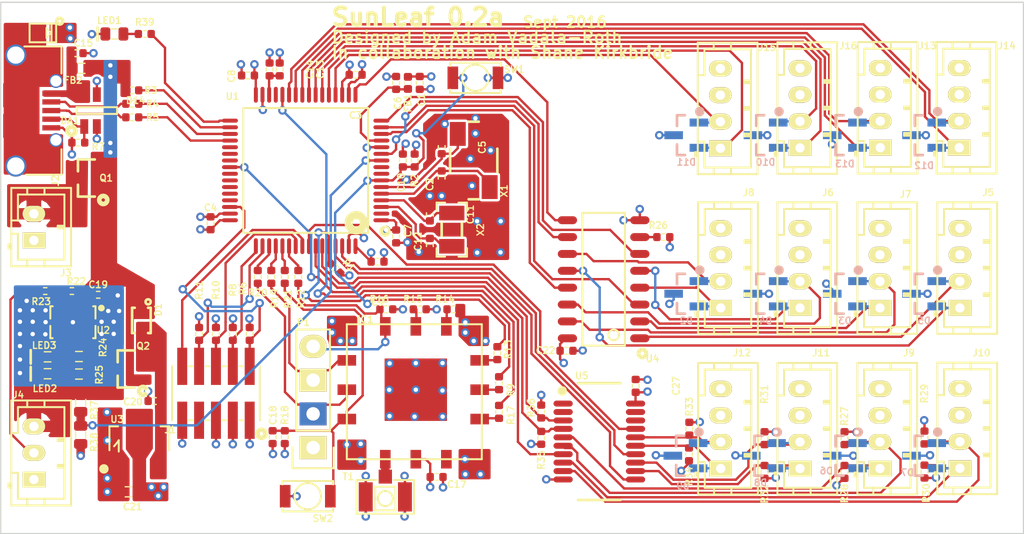
<source format=kicad_pcb>
(kicad_pcb (version 20160815) (host pcbnew "(2016-09-14 revision 83ed3c9)-makepkg")
  (layers (0 F.Cu signal) (1 In1.Cu power hide) (2 In2.Cu power hide) (31 B.Cu signal) (34 B.Paste user) (35 F.Paste user) (36 B.SilkS user) (37 F.SilkS user) (38 B.Mask user) (39 F.Mask user) (44 Edge.Cuts user))
  (net 0 "")
  (net 1 +3V3)
  (net 2 GND)
  (net 3 "Net-(C2-Pad1)")
  (net 4 "Net-(C5-Pad1)")
  (net 5 "Net-(C6-Pad1)")
  (net 6 /MCU-STM32F446RET6/ESP_ST_RST)
  (net 7 "Net-(C11-Pad1)")
  (net 8 "Net-(C12-Pad1)")
  (net 9 "Net-(C13-Pad1)")
  (net 10 "Net-(C15-Pad2)")
  (net 11 "Net-(C18-Pad1)")
  (net 12 "Net-(C20-Pad1)")
  (net 13 /MCU-STM32F446RET6/VBUS)
  (net 14 "Net-(D6-Pad2)")
  (net 15 "Net-(D6-Pad1)")
  (net 16 "Net-(D7-Pad2)")
  (net 17 "Net-(D7-Pad1)")
  (net 18 "Net-(D8-Pad2)")
  (net 19 "Net-(D8-Pad1)")
  (net 20 "Net-(D9-Pad2)")
  (net 21 "Net-(D9-Pad1)")
  (net 22 "/Analog and Digital Grove IO/ANIO_6")
  (net 23 "/Analog and Digital Grove IO/ANIO_7")
  (net 24 "/Analog and Digital Grove IO/ANIO_4")
  (net 25 "/Analog and Digital Grove IO/ANIO_5")
  (net 26 "/Analog and Digital Grove IO/ANIO_2")
  (net 27 "/Analog and Digital Grove IO/ANIO_3")
  (net 28 "/Analog and Digital Grove IO/ANIO_0")
  (net 29 "/Analog and Digital Grove IO/ANIO_1")
  (net 30 "Net-(DA1-Pad4)")
  (net 31 "Net-(DA1-Pad3)")
  (net 32 "Net-(DA1-Pad1)")
  (net 33 "Net-(IC1-Pad4)")
  (net 34 "Net-(IC1-Pad3)")
  (net 35 "Net-(IC1-Pad2)")
  (net 36 "Net-(IC1-Pad10)")
  (net 37 "Net-(IC1-Pad11)")
  (net 38 "Net-(IC1-Pad6)")
  (net 39 "Net-(IC1-Pad7)")
  (net 40 /WiFi-ESP8266-ESP-09/PGM_MODE)
  (net 41 /WiFi-ESP8266-ESP-09/ANTENNA)
  (net 42 "Net-(IC1-Pad16)")
  (net 43 /MCU-STM32F446RET6/SWDIO_TMS)
  (net 44 /MCU-STM32F446RET6/SWCLK_TCK)
  (net 45 /MCU-STM32F446RET6/SWO_TDO)
  (net 46 "Net-(J1-Pad7)")
  (net 47 /MCU-STM32F446RET6/SWO_TDI)
  (net 48 /MCU-STM32F446RET6/NJTRST)
  (net 49 /Power-System/BAT)
  (net 50 /Power-System/THERM)
  (net 51 "Net-(LED2-Pad1)")
  (net 52 "Net-(LED2-Pad2)")
  (net 53 "Net-(LED3-Pad1)")
  (net 54 "Net-(LED3-Pad2)")
  (net 55 "Net-(R3-Pad1)")
  (net 56 "Net-(R4-Pad1)")
  (net 57 "Net-(R5-Pad1)")
  (net 58 /MCU-STM32F446RET6/ESP_PGM_MODE)
  (net 59 /MCU-STM32F446RET6/ESP_URX)
  (net 60 /MCU-STM32F446RET6/ESP_UTX)
  (net 61 /MCU-STM32F446RET6/STM_ESP_RST)
  (net 62 "Net-(R22-Pad1)")
  (net 63 "Net-(R26-Pad2)")
  (net 64 "Net-(U1-Pad2)")
  (net 65 "Net-(U1-Pad8)")
  (net 66 "Net-(U1-Pad9)")
  (net 67 /MCU-STM32F446RET6/USW_S0)
  (net 68 "/UART Grove Sensors/UART_S_RX")
  (net 69 /MCU-STM32F446RET6/UART_S_RX)
  (net 70 /MCU-STM32F446RET6/USW_EN)
  (net 71 /MCU-STM32F446RET6/USW_S1)
  (net 72 "Net-(U1-Pad29)")
  (net 73 /MCU-STM32F446RET6/HEARTBEAT)
  (net 74 "Net-(U1-Pad37)")
  (net 75 "Net-(U1-Pad38)")
  (net 76 "Net-(U1-Pad39)")
  (net 77 "/I2C Grove Sensors/EN1_IMUX")
  (net 78 "Net-(U1-Pad41)")
  (net 79 "Net-(U1-Pad42)")
  (net 80 "Net-(U1-Pad43)")
  (net 81 "Net-(U1-Pad44)")
  (net 82 "Net-(U1-Pad45)")
  (net 83 "/I2C Grove Sensors/EN4_IMUX")
  (net 84 "/I2C Grove Sensors/I2C_SCL")
  (net 85 "/I2C Grove Sensors/I2C_SDA")
  (net 86 "/I2C Grove Sensors/EN2_IMUX")
  (net 87 "/I2C Grove Sensors/EN3_IMUX")
  (net 88 "Net-(U2-Pad9)")
  (net 89 "Net-(U5-Pad1)")
  (net 90 "Net-(U5-Pad2)")
  (net 91 "Net-(U5-Pad18)")
  (net 92 "Net-(U5-Pad19)")
  (net 93 "Net-(D6-Pad3)")
  (net 94 "/UART Grove Sensors/UART_RX3")
  (net 95 "/UART Grove Sensors/UART_TX3")
  (net 96 "/UART Grove Sensors/UART_RX2")
  (net 97 "/UART Grove Sensors/UART_TX2")
  (net 98 "/UART Grove Sensors/UART_RX1")
  (net 99 "/UART Grove Sensors/UART_TX1")
  (net 100 "/UART Grove Sensors/UART_RX0")
  (net 101 "/UART Grove Sensors/UART_TX0")
  (net 102 "Net-(R23-Pad1)")
  (net 103 "Net-(D14-Pad1)")
  (net 104 "Net-(J3-Pad2)")
  (net 105 /MCU-STM32F446RET6/ESPTOST_BOOT0)
  (net 106 /MCU-STM32F446RET6/ESPTOST_BOOT1)
  (net 107 /MCU-STM32F446RET6/BAT_VOLT)
  (net 108 "Net-(LED1-Pad1)")
  (module PCB_Footprints:LED0603 (layer F.Cu) (at 51.562 32.385 180)
    (fp_text reference LED1 (at 0.381 1.016 180) (layer F.SilkS) (effects (font (size 0.5 0.5) (thickness 0.1))))
    (fp_text value LTST-C193TBKT-5A)
    (pad 2 smd roundrect (at 0.68 0 180) (size 0.74 1) (layers F.Cu F.Paste F.Mask) (net 2 GND))
    (pad 1 smd roundrect (at -0.68 0 180) (size 0.74 1) (layers F.Cu F.Paste F.Mask) (net 108 "Net-(LED1-Pad1)"))
  )
  (module PCB_Footprints:R0402 (layer F.Cu) (at 53.848 32.385 180)
    (fp_text reference R39 (at 0 0.889 180) (layer F.SilkS) (effects (font (size 0.5 0.5) (thickness 0.1))))
    (fp_text value RC1005F102CS)
    (pad 1 smd roundrect (at -0.483 0 180) (size 0.559 0.61) (layers F.Cu F.Paste F.Mask) (net 73 /MCU-STM32F446RET6/HEARTBEAT))
    (pad 2 smd roundrect (at 0.483 0 180) (size 0.559 0.61) (layers F.Cu F.Paste F.Mask) (net 108 "Net-(LED1-Pad1)"))
  )
  (module PCB_Footprints:R0603 (layer F.Cu) (at 49.022 60.153 270)
    (fp_text reference R37 (at 0.553 -1.016 270) (layer F.SilkS) (effects (font (size 0.5 0.5) (thickness 0.1))))
    (fp_text value ERA-3AEB3741V)
    (pad 1 smd roundrect (at -0.68 0 270) (size 0.74 1) (layers F.Cu F.Paste F.Mask) (net 49 /Power-System/BAT))
    (pad 2 smd roundrect (at 0.68 0 270) (size 0.74 1) (layers F.Cu F.Paste F.Mask) (net 107 /MCU-STM32F446RET6/BAT_VOLT))
  )
  (module PCB_Footprints:R0603 (layer F.Cu) (at 49.022 62.566 270)
    (fp_text reference R38 (at 0.553 -1.016 270) (layer F.SilkS) (effects (font (size 0.5 0.5) (thickness 0.1))))
    (fp_text value ERA-3AEB3741V)
    (pad 2 smd roundrect (at 0.68 0 270) (size 0.74 1) (layers F.Cu F.Paste F.Mask) (net 2 GND))
    (pad 1 smd roundrect (at -0.68 0 270) (size 0.74 1) (layers F.Cu F.Paste F.Mask) (net 107 /MCU-STM32F446RET6/BAT_VOLT))
  )
  (module PCB_Footprints:R0402 (layer F.Cu) (at 80.518 58.674 270)
    (fp_text reference R9 (at 0.508 -0.889 270) (layer F.SilkS) (effects (font (size 0.5 0.5) (thickness 0.1))))
    (fp_text value RC1005F201CS)
    (pad 2 smd roundrect (at 0.483 0 270) (size 0.559 0.61) (layers F.Cu F.Paste F.Mask) (net 34 "Net-(IC1-Pad3)"))
    (pad 1 smd roundrect (at -0.483 0 270) (size 0.559 0.61) (layers F.Cu F.Paste F.Mask) (net 105 /MCU-STM32F446RET6/ESPTOST_BOOT0))
  )
  (module PCB_Footprints:74HC4052D (layer F.Cu) (at 88.392 50.8508 180)
    (fp_text reference U4 (at -3.683 -5.969 180) (layer F.SilkS) (effects (font (size 0.5 0.5) (thickness 0.1))))
    (fp_text value 74HC4052D)
    (pad 9 smd oval (at 2.725 4.445 180) (size 1.45 0.6) (layers F.Cu F.Paste F.Mask) (net 71 /MCU-STM32F446RET6/USW_S1))
    (pad 10 smd oval (at 2.725 3.175 180) (size 1.45 0.6) (layers F.Cu F.Paste F.Mask) (net 67 /MCU-STM32F446RET6/USW_S0))
    (pad 11 smd oval (at 2.725 1.905 180) (size 1.45 0.6) (layers F.Cu F.Paste F.Mask) (net 95 "/UART Grove Sensors/UART_TX3"))
    (pad 12 smd oval (at 2.725 0.635 180) (size 1.45 0.6) (layers F.Cu F.Paste F.Mask) (net 100 "/UART Grove Sensors/UART_RX0"))
    (pad 13 smd oval (at 2.725 -0.635 180) (size 1.45 0.6) (layers F.Cu F.Paste F.Mask) (net 68 "/UART Grove Sensors/UART_S_RX"))
    (pad 14 smd oval (at 2.725 -1.905 180) (size 1.45 0.6) (layers F.Cu F.Paste F.Mask) (net 99 "/UART Grove Sensors/UART_TX1"))
    (pad 15 smd oval (at 2.725 -3.175 180) (size 1.45 0.6) (layers F.Cu F.Paste F.Mask) (net 97 "/UART Grove Sensors/UART_TX2"))
    (pad 16 smd oval (at 2.725 -4.445 180) (size 1.45 0.6) (layers F.Cu F.Paste F.Mask) (net 1 +3V3))
    (pad 1 smd oval (at -2.725 -4.445 180) (size 1.45 0.6) (layers F.Cu F.Paste F.Mask) (net 101 "/UART Grove Sensors/UART_TX0"))
    (pad 2 smd oval (at -2.725 -3.175 180) (size 1.45 0.6) (layers F.Cu F.Paste F.Mask) (net 96 "/UART Grove Sensors/UART_RX2"))
    (pad 3 smd oval (at -2.725 -1.905 180) (size 1.45 0.6) (layers F.Cu F.Paste F.Mask) (net 69 /MCU-STM32F446RET6/UART_S_RX))
    (pad 4 smd oval (at -2.725 -0.635 180) (size 1.45 0.6) (layers F.Cu F.Paste F.Mask) (net 94 "/UART Grove Sensors/UART_RX3"))
    (pad 5 smd oval (at -2.725 0.635 180) (size 1.45 0.6) (layers F.Cu F.Paste F.Mask) (net 98 "/UART Grove Sensors/UART_RX1"))
    (pad 6 smd oval (at -2.725 1.905 180) (size 1.45 0.6) (layers F.Cu F.Paste F.Mask) (net 70 /MCU-STM32F446RET6/USW_EN))
    (pad 7 smd oval (at -2.725 3.175 180) (size 1.45 0.6) (layers F.Cu F.Paste F.Mask) (net 63 "Net-(R26-Pad2)"))
    (pad 8 smd oval (at -2.725 4.445 180) (size 1.45 0.6) (layers F.Cu F.Paste F.Mask) (net 2 GND))
  )
  (module "PCB_Footprints:B4B-PH-K-S(LF)(SN)" (layer F.Cu) (at 103.1748 65.1002 90)
    (fp_text reference J11 (at 8.7122 1.6002 180) (layer F.SilkS) (effects (font (size 0.5 0.5) (thickness 0.1))))
    (fp_text value "B4B-PH-K-S(LF)(SN)")
    (pad 1 thru_hole rect (at 0 0 90) (size 1.2 1.7) (drill 0.7) (layers *.Cu *.Mask F.SilkS) (net 18 "Net-(D8-Pad2)"))
    (pad 2 thru_hole oval (at 2 0 90) (size 1.2 1.7) (drill 0.7) (layers *.Cu *.Mask F.SilkS) (net 19 "Net-(D8-Pad1)"))
    (pad 3 thru_hole oval (at 4 0 90) (size 1.2 1.7) (drill 0.7) (layers *.Cu *.Mask F.SilkS) (net 1 +3V3))
    (pad 4 thru_hole oval (at 6 0 90) (size 1.2 1.7) (drill 0.7) (layers *.Cu *.Mask F.SilkS) (net 2 GND))
  )
  (module "PCB_Footprints:B4B-PH-K-S(LF)(SN)" (layer F.Cu) (at 103.1748 40.9636 90)
    (fp_text reference J16 (at 7.6896 3.6322 180) (layer F.SilkS) (effects (font (size 0.5 0.5) (thickness 0.1))))
    (fp_text value "B4B-PH-K-S(LF)(SN)")
    (pad 4 thru_hole oval (at 6 0 90) (size 1.2 1.7) (drill 0.7) (layers *.Cu *.Mask F.SilkS) (net 2 GND))
    (pad 3 thru_hole oval (at 4 0 90) (size 1.2 1.7) (drill 0.7) (layers *.Cu *.Mask F.SilkS) (net 1 +3V3))
    (pad 2 thru_hole oval (at 2 0 90) (size 1.2 1.7) (drill 0.7) (layers *.Cu *.Mask F.SilkS) (net 22 "/Analog and Digital Grove IO/ANIO_6"))
    (pad 1 thru_hole rect (at 0 0 90) (size 1.2 1.7) (drill 0.7) (layers *.Cu *.Mask F.SilkS) (net 23 "/Analog and Digital Grove IO/ANIO_7"))
  )
  (module "PCB_Footprints:B4B-PH-K-S(LF)(SN)" (layer F.Cu) (at 109.1946 65.1002 90)
    (fp_text reference J9 (at 8.7122 2.1844 180) (layer F.SilkS) (effects (font (size 0.5 0.5) (thickness 0.1))))
    (fp_text value "B4B-PH-K-S(LF)(SN)")
    (pad 4 thru_hole oval (at 6 0 90) (size 1.2 1.7) (drill 0.7) (layers *.Cu *.Mask F.SilkS) (net 2 GND))
    (pad 3 thru_hole oval (at 4 0 90) (size 1.2 1.7) (drill 0.7) (layers *.Cu *.Mask F.SilkS) (net 1 +3V3))
    (pad 2 thru_hole oval (at 2 0 90) (size 1.2 1.7) (drill 0.7) (layers *.Cu *.Mask F.SilkS) (net 15 "Net-(D6-Pad1)"))
    (pad 1 thru_hole rect (at 0 0 90) (size 1.2 1.7) (drill 0.7) (layers *.Cu *.Mask F.SilkS) (net 14 "Net-(D6-Pad2)"))
  )
  (module "PCB_Footprints:B4B-PH-K-S(LF)(SN)" (layer F.Cu) (at 97.2058 65.1002 90)
    (fp_text reference J12 (at 8.7122 1.6002 180) (layer F.SilkS) (effects (font (size 0.5 0.5) (thickness 0.1))))
    (fp_text value "B4B-PH-K-S(LF)(SN)")
    (pad 1 thru_hole rect (at 0 0 90) (size 1.2 1.7) (drill 0.7) (layers *.Cu *.Mask F.SilkS) (net 20 "Net-(D9-Pad2)"))
    (pad 2 thru_hole oval (at 2 0 90) (size 1.2 1.7) (drill 0.7) (layers *.Cu *.Mask F.SilkS) (net 21 "Net-(D9-Pad1)"))
    (pad 3 thru_hole oval (at 4 0 90) (size 1.2 1.7) (drill 0.7) (layers *.Cu *.Mask F.SilkS) (net 1 +3V3))
    (pad 4 thru_hole oval (at 6 0 90) (size 1.2 1.7) (drill 0.7) (layers *.Cu *.Mask F.SilkS) (net 2 GND))
  )
  (module "PCB_Footprints:B4B-PH-K-S(LF)(SN)" (layer F.Cu) (at 109.22 40.9448 90)
    (fp_text reference J13 (at 7.6708 3.556) (layer F.SilkS) (effects (font (size 0.5 0.5) (thickness 0.1))))
    (fp_text value "B4B-PH-K-S(LF)(SN)")
    (pad 4 thru_hole oval (at 6 0 90) (size 1.2 1.7) (drill 0.7) (layers *.Cu *.Mask F.SilkS) (net 2 GND))
    (pad 3 thru_hole oval (at 4 0 90) (size 1.2 1.7) (drill 0.7) (layers *.Cu *.Mask F.SilkS) (net 1 +3V3))
    (pad 2 thru_hole oval (at 2 0 90) (size 1.2 1.7) (drill 0.7) (layers *.Cu *.Mask F.SilkS) (net 28 "/Analog and Digital Grove IO/ANIO_0"))
    (pad 1 thru_hole rect (at 0 0 90) (size 1.2 1.7) (drill 0.7) (layers *.Cu *.Mask F.SilkS) (net 29 "/Analog and Digital Grove IO/ANIO_1"))
  )
  (module "PCB_Footprints:B4B-PH-K-S(LF)(SN)" (layer F.Cu) (at 97.1804 40.989 90)
    (fp_text reference J15 (at 7.588 3.5306 180) (layer F.SilkS) (effects (font (size 0.5 0.5) (thickness 0.1))))
    (fp_text value "B4B-PH-K-S(LF)(SN)")
    (pad 1 thru_hole rect (at 0 0 90) (size 1.2 1.7) (drill 0.7) (layers *.Cu *.Mask F.SilkS) (net 25 "/Analog and Digital Grove IO/ANIO_5"))
    (pad 2 thru_hole oval (at 2 0 90) (size 1.2 1.7) (drill 0.7) (layers *.Cu *.Mask F.SilkS) (net 24 "/Analog and Digital Grove IO/ANIO_4"))
    (pad 3 thru_hole oval (at 4 0 90) (size 1.2 1.7) (drill 0.7) (layers *.Cu *.Mask F.SilkS) (net 1 +3V3))
    (pad 4 thru_hole oval (at 6 0 90) (size 1.2 1.7) (drill 0.7) (layers *.Cu *.Mask F.SilkS) (net 2 GND))
  )
  (module "PCB_Footprints:B4B-PH-K-S(LF)(SN)" (layer F.Cu) (at 115.1636 40.9448 90)
    (fp_text reference J14 (at 7.6708 3.5814) (layer F.SilkS) (effects (font (size 0.5 0.5) (thickness 0.1))))
    (fp_text value "B4B-PH-K-S(LF)(SN)")
    (pad 4 thru_hole oval (at 6 0 90) (size 1.2 1.7) (drill 0.7) (layers *.Cu *.Mask F.SilkS) (net 2 GND))
    (pad 3 thru_hole oval (at 4 0 90) (size 1.2 1.7) (drill 0.7) (layers *.Cu *.Mask F.SilkS) (net 1 +3V3))
    (pad 2 thru_hole oval (at 2 0 90) (size 1.2 1.7) (drill 0.7) (layers *.Cu *.Mask F.SilkS) (net 26 "/Analog and Digital Grove IO/ANIO_2"))
    (pad 1 thru_hole rect (at 0 0 90) (size 1.2 1.7) (drill 0.7) (layers *.Cu *.Mask F.SilkS) (net 27 "/Analog and Digital Grove IO/ANIO_3"))
  )
  (module "PCB_Footprints:B4B-PH-K-S(LF)(SN)" (layer F.Cu) (at 115.2144 65.0804 90)
    (fp_text reference J10 (at 8.6924 1.6256 180) (layer F.SilkS) (effects (font (size 0.5 0.5) (thickness 0.1))))
    (fp_text value "B4B-PH-K-S(LF)(SN)")
    (pad 4 thru_hole oval (at 6 0 90) (size 1.2 1.7) (drill 0.7) (layers *.Cu *.Mask F.SilkS) (net 2 GND))
    (pad 3 thru_hole oval (at 4 0 90) (size 1.2 1.7) (drill 0.7) (layers *.Cu *.Mask F.SilkS) (net 1 +3V3))
    (pad 2 thru_hole oval (at 2 0 90) (size 1.2 1.7) (drill 0.7) (layers *.Cu *.Mask F.SilkS) (net 17 "Net-(D7-Pad1)"))
    (pad 1 thru_hole rect (at 0 0 90) (size 1.2 1.7) (drill 0.7) (layers *.Cu *.Mask F.SilkS) (net 16 "Net-(D7-Pad2)"))
  )
  (module PCB_Footprints:R0402 (layer F.Cu) (at 46.355 51.7398 180)
    (fp_text reference R23 (at 0.3048 -0.7874 180) (layer F.SilkS) (effects (font (size 0.5 0.5) (thickness 0.1))))
    (fp_text value RC1005F102CS)
    (pad 2 smd roundrect (at 0.483 0 180) (size 0.559 0.61) (layers F.Cu F.Paste F.Mask) (net 50 /Power-System/THERM))
    (pad 1 smd roundrect (at -0.483 0 180) (size 0.559 0.61) (layers F.Cu F.Paste F.Mask) (net 102 "Net-(R23-Pad1)"))
  )
  (module PCB_Footprints:R0402 (layer F.Cu) (at 83.693 60.8072 270)
    (fp_text reference R36 (at -0.279 0.762 270) (layer F.SilkS) (effects (font (size 0.5 0.5) (thickness 0.1))))
    (fp_text value RC1005F472CS)
    (pad 2 smd roundrect (at 0.483 0 270) (size 0.559 0.61) (layers F.Cu F.Paste F.Mask) (net 85 "/I2C Grove Sensors/I2C_SDA"))
    (pad 1 smd roundrect (at -0.483 0 270) (size 0.559 0.61) (layers F.Cu F.Paste F.Mask) (net 1 +3V3))
  )
  (module PCB_Footprints:R0402 (layer F.Cu) (at 83.693 62.7892 90)
    (fp_text reference R35 (at -1.676 0 90) (layer F.SilkS) (effects (font (size 0.5 0.5) (thickness 0.1))))
    (fp_text value RC1005F472CS)
    (pad 2 smd roundrect (at 0.483 0 90) (size 0.559 0.61) (layers F.Cu F.Paste F.Mask) (net 84 "/I2C Grove Sensors/I2C_SCL"))
    (pad 1 smd roundrect (at -0.483 0 90) (size 0.559 0.61) (layers F.Cu F.Paste F.Mask) (net 1 +3V3))
  )
  (module PCB_Footprints:R0402 (layer F.Cu) (at 62.357 50.673 90)
    (fp_text reference R20 (at -1.1938 0) (layer F.SilkS) (effects (font (size 0.5 0.5) (thickness 0.1))))
    (fp_text value RC1005F201CS)
    (pad 2 smd roundrect (at 0.483 0 90) (size 0.559 0.61) (layers F.Cu F.Paste F.Mask) (net 60 /MCU-STM32F446RET6/ESP_UTX))
    (pad 1 smd roundrect (at -0.483 0 90) (size 0.559 0.61) (layers F.Cu F.Paste F.Mask) (net 37 "Net-(IC1-Pad11)"))
  )
  (module PCB_Footprints:R0402 (layer F.Cu) (at 63.373 50.673 90)
    (fp_text reference R19 (at -1.626 0.254 90) (layer F.SilkS) (effects (font (size 0.5 0.5) (thickness 0.1))))
    (fp_text value RC1005F201CS)
    (pad 2 smd roundrect (at 0.483 0 90) (size 0.559 0.61) (layers F.Cu F.Paste F.Mask) (net 59 /MCU-STM32F446RET6/ESP_URX))
    (pad 1 smd roundrect (at -0.483 0 90) (size 0.559 0.61) (layers F.Cu F.Paste F.Mask) (net 36 "Net-(IC1-Pad10)"))
  )
  (module PCB_Footprints:R0402 (layer F.Cu) (at 64.389 62.738 90)
    (fp_text reference R18 (at 1.651 0 90) (layer F.SilkS) (effects (font (size 0.5 0.5) (thickness 0.1))))
    (fp_text value RC1005F102CS)
    (pad 2 smd roundrect (at 0.483 0 90) (size 0.559 0.61) (layers F.Cu F.Paste F.Mask) (net 11 "Net-(C18-Pad1)"))
    (pad 1 smd roundrect (at -0.483 0 90) (size 0.559 0.61) (layers F.Cu F.Paste F.Mask) (net 1 +3V3))
  )
  (module PCB_Footprints:R0402 (layer F.Cu) (at 80.518 60.833 270)
    (fp_text reference R17 (at 0.254 -0.889 90) (layer F.SilkS) (effects (font (size 0.5 0.5) (thickness 0.1))))
    (fp_text value RC1005F201CS)
    (pad 2 smd roundrect (at 0.483 0 270) (size 0.559 0.61) (layers F.Cu F.Paste F.Mask) (net 35 "Net-(IC1-Pad2)"))
    (pad 1 smd roundrect (at -0.483 0 270) (size 0.559 0.61) (layers F.Cu F.Paste F.Mask) (net 106 /MCU-STM32F446RET6/ESPTOST_BOOT1))
  )
  (module PCB_Footprints:R0402 (layer F.Cu) (at 74.549 53.1114 180)
    (fp_text reference R15 (at 0.508 0.762 180) (layer F.SilkS) (effects (font (size 0.5 0.5) (thickness 0.1))))
    (fp_text value RC1005F102CS)
    (pad 2 smd roundrect (at 0.483 0 180) (size 0.559 0.61) (layers F.Cu F.Paste F.Mask) (net 39 "Net-(IC1-Pad7)"))
    (pad 1 smd roundrect (at -0.483 0 180) (size 0.559 0.61) (layers F.Cu F.Paste F.Mask) (net 1 +3V3))
  )
  (module PCB_Footprints:R0402 (layer F.Cu) (at 77.089 53.1114)
    (fp_text reference R14 (at -0.635 -0.762) (layer F.SilkS) (effects (font (size 0.5 0.5) (thickness 0.1))))
    (fp_text value RC1005F102CS)
    (pad 2 smd roundrect (at 0.483 0) (size 0.559 0.61) (layers F.Cu F.Paste F.Mask) (net 2 GND))
    (pad 1 smd roundrect (at -0.483 0) (size 0.559 0.61) (layers F.Cu F.Paste F.Mask) (net 38 "Net-(IC1-Pad6)"))
  )
  (module PCB_Footprints:R0402 (layer F.Cu) (at 65.405 50.673 270)
    (fp_text reference R12 (at 1.651 -0.2032 270) (layer F.SilkS) (effects (font (size 0.5 0.5) (thickness 0.1))))
    (fp_text value RC1005F201CS)
    (pad 2 smd roundrect (at 0.483 0 270) (size 0.559 0.61) (layers F.Cu F.Paste F.Mask) (net 40 /WiFi-ESP8266-ESP-09/PGM_MODE))
    (pad 1 smd roundrect (at -0.483 0 270) (size 0.559 0.61) (layers F.Cu F.Paste F.Mask) (net 58 /MCU-STM32F446RET6/ESP_PGM_MODE))
  )
  (module PCB_Footprints:R0402 (layer F.Cu) (at 64.389 50.673 90)
    (fp_text reference R21 (at -1.651 0.254 90) (layer F.SilkS) (effects (font (size 0.5 0.5) (thickness 0.1))))
    (fp_text value RC1005F201CS)
    (pad 2 smd roundrect (at 0.483 0 90) (size 0.559 0.61) (layers F.Cu F.Paste F.Mask) (net 61 /MCU-STM32F446RET6/STM_ESP_RST))
    (pad 1 smd roundrect (at -0.483 0 90) (size 0.559 0.61) (layers F.Cu F.Paste F.Mask) (net 11 "Net-(C18-Pad1)"))
  )
  (module PCB_Footprints:R0402 (layer F.Cu) (at 48.362 51.7398 180)
    (fp_text reference R22 (at -0.3298 0.7366 180) (layer F.SilkS) (effects (font (size 0.5 0.5) (thickness 0.1))))
    (fp_text value RC1005F4870CS)
    (pad 2 smd roundrect (at 0.483 0 180) (size 0.559 0.61) (layers F.Cu F.Paste F.Mask) (net 2 GND))
    (pad 1 smd roundrect (at -0.483 0 180) (size 0.559 0.61) (layers F.Cu F.Paste F.Mask) (net 62 "Net-(R22-Pad1)"))
  )
  (module PCB_Footprints:R0402 (layer F.Cu) (at 72.034 53.1114 180)
    (fp_text reference R16 (at 0.533 0.762 180) (layer F.SilkS) (effects (font (size 0.5 0.5) (thickness 0.1))))
    (fp_text value RC1005F102CS)
    (pad 2 smd roundrect (at 0.483 0 180) (size 0.559 0.61) (layers F.Cu F.Paste F.Mask) (net 40 /WiFi-ESP8266-ESP-09/PGM_MODE))
    (pad 1 smd roundrect (at -0.483 0 180) (size 0.559 0.61) (layers F.Cu F.Paste F.Mask) (net 1 +3V3))
  )
  (module PCB_Footprints:R0402 (layer F.Cu) (at 80.391 56.413 270)
    (fp_text reference R13 (at -0.279 -0.8128 90) (layer F.SilkS) (effects (font (size 0.5 0.5) (thickness 0.1))))
    (fp_text value RC1005F201CS)
    (pad 2 smd roundrect (at 0.483 0 270) (size 0.559 0.61) (layers F.Cu F.Paste F.Mask) (net 33 "Net-(IC1-Pad4)"))
    (pad 1 smd roundrect (at -0.483 0 270) (size 0.559 0.61) (layers F.Cu F.Paste F.Mask) (net 6 /MCU-STM32F446RET6/ESP_ST_RST))
  )
  (module PCB_Footprints:R0402 (layer F.Cu) (at 112.5474 62.7634 270)
    (fp_text reference R29 (at -3.302 0 270) (layer F.SilkS) (effects (font (size 0.5 0.5) (thickness 0.1))))
    (fp_text value RC1005F472CS)
    (pad 2 smd roundrect (at 0.483 0 270) (size 0.559 0.61) (layers F.Cu F.Paste F.Mask) (net 17 "Net-(D7-Pad1)"))
    (pad 1 smd roundrect (at -0.483 0 270) (size 0.559 0.61) (layers F.Cu F.Paste F.Mask) (net 1 +3V3))
  )
  (module PCB_Footprints:R0402 (layer F.Cu) (at 112.5474 65.3284 90)
    (fp_text reference R30 (at -1.626 0.127 90) (layer F.SilkS) (effects (font (size 0.5 0.5) (thickness 0.1))))
    (fp_text value RC1005F472CS)
    (pad 2 smd roundrect (at 0.483 0 90) (size 0.559 0.61) (layers F.Cu F.Paste F.Mask) (net 16 "Net-(D7-Pad2)"))
    (pad 1 smd roundrect (at -0.483 0 90) (size 0.559 0.61) (layers F.Cu F.Paste F.Mask) (net 1 +3V3))
  )
  (module PCB_Footprints:R0402 (layer F.Cu) (at 100.5078 62.8142 270)
    (fp_text reference R31 (at -3.302 0 270) (layer F.SilkS) (effects (font (size 0.5 0.5) (thickness 0.1))))
    (fp_text value RC1005F472CS)
    (pad 2 smd roundrect (at 0.483 0 270) (size 0.559 0.61) (layers F.Cu F.Paste F.Mask) (net 19 "Net-(D8-Pad1)"))
    (pad 1 smd roundrect (at -0.483 0 270) (size 0.559 0.61) (layers F.Cu F.Paste F.Mask) (net 1 +3V3))
  )
  (module PCB_Footprints:R0402 (layer F.Cu) (at 106.5276 65.3542 90)
    (fp_text reference R28 (at -1.626 0 90) (layer F.SilkS) (effects (font (size 0.5 0.5) (thickness 0.1))))
    (fp_text value RC1005F472CS)
    (pad 2 smd roundrect (at 0.483 0 90) (size 0.559 0.61) (layers F.Cu F.Paste F.Mask) (net 14 "Net-(D6-Pad2)"))
    (pad 1 smd roundrect (at -0.483 0 90) (size 0.559 0.61) (layers F.Cu F.Paste F.Mask) (net 1 +3V3))
  )
  (module PCB_Footprints:R0402 (layer F.Cu) (at 106.5276 62.8142 270)
    (fp_text reference R27 (at -1.651 0 270) (layer F.SilkS) (effects (font (size 0.5 0.5) (thickness 0.1))))
    (fp_text value RC1005F472CS)
    (pad 2 smd roundrect (at 0.483 0 270) (size 0.559 0.61) (layers F.Cu F.Paste F.Mask) (net 15 "Net-(D6-Pad1)"))
    (pad 1 smd roundrect (at -0.483 0 270) (size 0.559 0.61) (layers F.Cu F.Paste F.Mask) (net 1 +3V3))
  )
  (module PCB_Footprints:R0402 (layer F.Cu) (at 52.9082 37.6428 180)
    (fp_text reference R4 (at -1.524 0 180) (layer F.SilkS) (effects (font (size 0.5 0.5) (thickness 0.1))))
    (fp_text value CPF0402B22RE1)
    (pad 2 smd roundrect (at 0.483 0 180) (size 0.559 0.61) (layers F.Cu F.Paste F.Mask) (net 30 "Net-(DA1-Pad4)"))
    (pad 1 smd roundrect (at -0.483 0 180) (size 0.559 0.61) (layers F.Cu F.Paste F.Mask) (net 56 "Net-(R4-Pad1)"))
  )
  (module PCB_Footprints:R0402 (layer F.Cu) (at 94.8436 62.103 270)
    (fp_text reference R33 (at -1.651 0 270) (layer F.SilkS) (effects (font (size 0.5 0.5) (thickness 0.1))))
    (fp_text value RC1005F472CS)
    (pad 2 smd roundrect (at 0.483 0 270) (size 0.559 0.61) (layers F.Cu F.Paste F.Mask) (net 21 "Net-(D9-Pad1)"))
    (pad 1 smd roundrect (at -0.483 0 270) (size 0.559 0.61) (layers F.Cu F.Paste F.Mask) (net 1 +3V3))
  )
  (module PCB_Footprints:R0402 (layer F.Cu) (at 100.5078 65.3542 90)
    (fp_text reference R32 (at -1.651 0 90) (layer F.SilkS) (effects (font (size 0.5 0.5) (thickness 0.1))))
    (fp_text value RC1005F472CS)
    (pad 2 smd roundrect (at 0.483 0 90) (size 0.559 0.61) (layers F.Cu F.Paste F.Mask) (net 18 "Net-(D8-Pad2)"))
    (pad 1 smd roundrect (at -0.483 0 90) (size 0.559 0.61) (layers F.Cu F.Paste F.Mask) (net 1 +3V3))
  )
  (module PCB_Footprints:R0402 (layer F.Cu) (at 94.8182 64.0334 90)
    (fp_text reference R34 (at -1.651 0 90) (layer F.SilkS) (effects (font (size 0.5 0.5) (thickness 0.1))))
    (fp_text value RC1005F472CS)
    (pad 2 smd roundrect (at 0.483 0 90) (size 0.559 0.61) (layers F.Cu F.Paste F.Mask) (net 20 "Net-(D9-Pad2)"))
    (pad 1 smd roundrect (at -0.483 0 90) (size 0.559 0.61) (layers F.Cu F.Paste F.Mask) (net 1 +3V3))
  )
  (module PCB_Footprints:R0402 (layer F.Cu) (at 92.8878 47.6758 180)
    (fp_text reference R26 (at 0.381 0.889 180) (layer F.SilkS) (effects (font (size 0.5 0.5) (thickness 0.1))))
    (fp_text value RC1005F102CS)
    (pad 2 smd roundrect (at 0.483 0 180) (size 0.559 0.61) (layers F.Cu F.Paste F.Mask) (net 63 "Net-(R26-Pad2)"))
    (pad 1 smd roundrect (at -0.483 0 180) (size 0.559 0.61) (layers F.Cu F.Paste F.Mask) (net 2 GND))
  )
  (module PCB_Footprints:R0402 (layer F.Cu) (at 60.4774 54.9656 270)
    (fp_text reference R8 (at -3.302 0 270) (layer F.SilkS) (effects (font (size 0.5 0.5) (thickness 0.1))))
    (fp_text value RC1005F102CS)
    (pad 2 smd roundrect (at 0.483 0 270) (size 0.559 0.61) (layers F.Cu F.Paste F.Mask) (net 44 /MCU-STM32F446RET6/SWCLK_TCK))
    (pad 1 smd roundrect (at -0.483 0 270) (size 0.559 0.61) (layers F.Cu F.Paste F.Mask) (net 1 +3V3))
  )
  (module PCB_Footprints:R0402 (layer F.Cu) (at 48.8442 40.5638 180)
    (fp_text reference R7 (at -1.4986 -0.3048 180) (layer F.SilkS) (effects (font (size 0.5 0.5) (thickness 0.1))))
    (fp_text value RC1005J473CS)
    (pad 2 smd roundrect (at 0.483 0 180) (size 0.559 0.61) (layers F.Cu F.Paste F.Mask) (net 2 GND))
    (pad 1 smd roundrect (at -0.483 0 180) (size 0.559 0.61) (layers F.Cu F.Paste F.Mask) (net 32 "Net-(DA1-Pad1)"))
  )
  (module PCB_Footprints:R0402 (layer F.Cu) (at 61.7474 54.9656 270)
    (fp_text reference R6 (at -3.410095 0.5085 270) (layer F.SilkS) (effects (font (size 0.5 0.5) (thickness 0.1))))
    (fp_text value RC1005F102CS)
    (pad 2 smd roundrect (at 0.483 0 270) (size 0.559 0.61) (layers F.Cu F.Paste F.Mask) (net 43 /MCU-STM32F446RET6/SWDIO_TMS))
    (pad 1 smd roundrect (at -0.483 0 270) (size 0.559 0.61) (layers F.Cu F.Paste F.Mask) (net 1 +3V3))
  )
  (module PCB_Footprints:R0402 (layer F.Cu) (at 74.168 41.91 270)
    (fp_text reference R2 (at 1.524 0 270) (layer F.SilkS) (effects (font (size 0.5 0.5) (thickness 0.1))))
    (fp_text value RC1005F102CS)
    (pad 2 smd roundrect (at 0.483 0 270) (size 0.559 0.61) (layers F.Cu F.Paste F.Mask) (net 6 /MCU-STM32F446RET6/ESP_ST_RST))
    (pad 1 smd roundrect (at -0.483 0 270) (size 0.559 0.61) (layers F.Cu F.Paste F.Mask) (net 1 +3V3))
  )
  (module PCB_Footprints:R0402 (layer F.Cu) (at 57.9374 54.9656 270)
    (fp_text reference R11 (at -3.302 0 270) (layer F.SilkS) (effects (font (size 0.5 0.5) (thickness 0.1))))
    (fp_text value RC1005F102CS)
    (pad 2 smd roundrect (at 0.483 0 270) (size 0.559 0.61) (layers F.Cu F.Paste F.Mask) (net 47 /MCU-STM32F446RET6/SWO_TDI))
    (pad 1 smd roundrect (at -0.483 0 270) (size 0.559 0.61) (layers F.Cu F.Paste F.Mask) (net 1 +3V3))
  )
  (module PCB_Footprints:R0402 (layer F.Cu) (at 52.9082 36.6268 180)
    (fp_text reference R3 (at -1.397 0 180) (layer F.SilkS) (effects (font (size 0.5 0.5) (thickness 0.1))))
    (fp_text value RC1005F103CS)
    (pad 2 smd roundrect (at 0.483 0 180) (size 0.559 0.61) (layers F.Cu F.Paste F.Mask) (net 13 /MCU-STM32F446RET6/VBUS))
    (pad 1 smd roundrect (at -0.483 0 180) (size 0.559 0.61) (layers F.Cu F.Paste F.Mask) (net 55 "Net-(R3-Pad1)"))
  )
  (module PCB_Footprints:R0402 (layer F.Cu) (at 68.199 50.038 315)
    (fp_text reference R1 (at 0.538815 -0.898026 315) (layer F.SilkS) (effects (font (size 0.5 0.5) (thickness 0.1))))
    (fp_text value RC1005F103CS)
    (pad 2 smd roundrect (at 0.483001 0 315) (size 0.559 0.61) (layers F.Cu F.Paste F.Mask) (net 2 GND))
    (pad 1 smd roundrect (at -0.483001 0 315) (size 0.559 0.61) (layers F.Cu F.Paste F.Mask) (net 105 /MCU-STM32F446RET6/ESPTOST_BOOT0))
  )
  (module PCB_Footprints:R0402 (layer F.Cu) (at 59.2074 54.9656 270)
    (fp_text reference R10 (at -3.302 0 270) (layer F.SilkS) (effects (font (size 0.5 0.5) (thickness 0.1))))
    (fp_text value RC1005F102CS)
    (pad 2 smd roundrect (at 0.483 0 270) (size 0.559 0.61) (layers F.Cu F.Paste F.Mask) (net 45 /MCU-STM32F446RET6/SWO_TDO))
    (pad 1 smd roundrect (at -0.483 0 270) (size 0.559 0.61) (layers F.Cu F.Paste F.Mask) (net 1 +3V3))
  )
  (module PCB_Footprints:R0402 (layer F.Cu) (at 52.9082 38.6588 180)
    (fp_text reference R5 (at -1.524 0 180) (layer F.SilkS) (effects (font (size 0.5 0.5) (thickness 0.1))))
    (fp_text value CPF0402B22RE1)
    (pad 2 smd roundrect (at 0.483 0 180) (size 0.559 0.61) (layers F.Cu F.Paste F.Mask) (net 31 "Net-(DA1-Pad3)"))
    (pad 1 smd roundrect (at -0.483 0 180) (size 0.559 0.61) (layers F.Cu F.Paste F.Mask) (net 57 "Net-(R5-Pad1)"))
  )
  (module PCB_Footprints:C0402 (layer F.Cu) (at 58.801 46.634 90)
    (fp_text reference C4 (at 1.168 0) (layer F.SilkS) (effects (font (size 0.5 0.5) (thickness 0.1))))
    (fp_text value CL05B104JP5NNNC)
    (pad 1 smd roundrect (at -0.483 0 90) (size 0.559 0.61) (layers F.Cu F.Paste F.Mask) (net 1 +3V3))
    (pad 2 smd roundrect (at 0.483 0 90) (size 0.559 0.61) (layers F.Cu F.Paste F.Mask) (net 2 GND))
  )
  (module PCB_Footprints:C0402 (layer F.Cu) (at 72.771 36.068 90)
    (fp_text reference C6 (at -1.524 0.127 90) (layer F.SilkS) (effects (font (size 0.5 0.5) (thickness 0.1))))
    (fp_text value CL05B104JP5NNNC)
    (pad 1 smd roundrect (at -0.483 0 90) (size 0.559 0.61) (layers F.Cu F.Paste F.Mask) (net 5 "Net-(C6-Pad1)"))
    (pad 2 smd roundrect (at 0.483 0 90) (size 0.559 0.61) (layers F.Cu F.Paste F.Mask) (net 2 GND))
  )
  (module PCB_Footprints:C0402 (layer F.Cu) (at 63.246 35.052 90)
    (fp_text reference C14 (at 0 3.048 90) (layer F.SilkS) (effects (font (size 0.5 0.5) (thickness 0.1))))
    (fp_text value CL05B104JP5NNNC)
    (pad 1 smd roundrect (at -0.483 0 90) (size 0.559 0.61) (layers F.Cu F.Paste F.Mask) (net 9 "Net-(C13-Pad1)"))
    (pad 2 smd roundrect (at 0.483 0 90) (size 0.559 0.61) (layers F.Cu F.Paste F.Mask) (net 2 GND))
  )
  (module PCB_Footprints:B3U-1000P (layer F.Cu) (at 78.74 35.687)
    (fp_text reference SW1 (at 2.921 -0.635) (layer F.SilkS) (effects (font (size 0.5 0.5) (thickness 0.1))))
    (fp_text value B3U-1000P)
    (pad 1 smd rect (at -1.7 0) (size 0.8 1.7) (layers F.Cu F.Paste F.Mask) (net 6 /MCU-STM32F446RET6/ESP_ST_RST))
    (pad 2 smd rect (at 1.7 0) (size 0.8 1.7) (layers F.Cu F.Paste F.Mask) (net 2 GND))
  )
  (module PCB_Footprints:ABS07-32.768KHZ-9-T (layer F.Cu) (at 76.962 47.117 270)
    (fp_text reference X2 (at 0 -2.159 270) (layer F.SilkS) (effects (font (size 0.5 0.5) (thickness 0.1))))
    (fp_text value ABS07-32.768KHZ-9-T)
    (pad 2 smd rect (at 1.25 0 270) (size 1.1 1.9) (layers F.Cu F.Paste F.Mask) (net 8 "Net-(C12-Pad1)"))
    (pad 1 smd rect (at -1.25 0 270) (size 1.1 1.9) (layers F.Cu F.Paste F.Mask) (net 7 "Net-(C11-Pad1)"))
  )
  (module PCB_Footprints:20021121-00010C4LF (layer F.Cu) (at 59.2074 59.436)
    (fp_text reference J1 (at -3.4544 2.7412) (layer F.SilkS) (effects (font (size 0.5 0.5) (thickness 0.1))))
    (fp_text value 20021121-00010C4LF)
    (pad 1 smd rect (at 2.54 2.03) (size 0.75 2.8) (layers F.Cu F.Paste F.Mask) (net 1 +3V3))
    (pad 2 smd rect (at 2.54 -2.03) (size 0.75 2.8) (layers F.Cu F.Paste F.Mask) (net 43 /MCU-STM32F446RET6/SWDIO_TMS))
    (pad 3 smd rect (at 1.27 2.03) (size 0.75 2.8) (layers F.Cu F.Paste F.Mask) (net 2 GND))
    (pad 4 smd rect (at 1.27 -2.03) (size 0.75 2.8) (layers F.Cu F.Paste F.Mask) (net 44 /MCU-STM32F446RET6/SWCLK_TCK))
    (pad 5 smd rect (at 0 2.03) (size 0.75 2.8) (layers F.Cu F.Paste F.Mask) (net 2 GND))
    (pad 6 smd rect (at 0 -2.03) (size 0.75 2.8) (layers F.Cu F.Paste F.Mask) (net 45 /MCU-STM32F446RET6/SWO_TDO))
    (pad 7 smd rect (at -1.27 2.03) (size 0.75 2.8) (layers F.Cu F.Paste F.Mask) (net 46 "Net-(J1-Pad7)"))
    (pad 8 smd rect (at -1.27 -2.03) (size 0.75 2.8) (layers F.Cu F.Paste F.Mask) (net 47 /MCU-STM32F446RET6/SWO_TDI))
    (pad 9 smd rect (at -2.54 2.03) (size 0.75 2.8) (layers F.Cu F.Paste F.Mask) (net 2 GND))
    (pad 10 smd rect (at -2.54 -2.03) (size 0.75 2.8) (layers F.Cu F.Paste F.Mask) (net 48 /MCU-STM32F446RET6/NJTRST))
  )
  (module PCB_Footprints:C0402 (layer F.Cu) (at 61.6208 35.5092 180)
    (fp_text reference C8 (at 1.2442 -0.0508 90) (layer F.SilkS) (effects (font (size 0.5 0.5) (thickness 0.1))))
    (fp_text value CL05B104JP5NNNC)
    (pad 1 smd roundrect (at -0.483 0 180) (size 0.559 0.61) (layers F.Cu F.Paste F.Mask) (net 1 +3V3))
    (pad 2 smd roundrect (at 0.483 0 180) (size 0.559 0.61) (layers F.Cu F.Paste F.Mask) (net 2 GND))
  )
  (module PCB_Footprints:C0402 (layer F.Cu) (at 73.279 41.91 90)
    (fp_text reference C10 (at -1.651 -0.127 90) (layer F.SilkS) (effects (font (size 0.5 0.5) (thickness 0.1))))
    (fp_text value CL05B104JP5NNNC)
    (pad 1 smd roundrect (at -0.483 0 90) (size 0.559 0.61) (layers F.Cu F.Paste F.Mask) (net 6 /MCU-STM32F446RET6/ESP_ST_RST))
    (pad 2 smd roundrect (at 0.483 0 90) (size 0.559 0.61) (layers F.Cu F.Paste F.Mask) (net 2 GND))
  )
  (module PCB_Footprints:C0402 (layer F.Cu) (at 75.311 45.974 90)
    (fp_text reference C11 (at 0 3.048 90) (layer F.SilkS) (effects (font (size 0.5 0.5) (thickness 0.1))))
    (fp_text value CL05C180GB5NCNC)
    (pad 1 smd roundrect (at -0.483 0 90) (size 0.559 0.61) (layers F.Cu F.Paste F.Mask) (net 7 "Net-(C11-Pad1)"))
    (pad 2 smd roundrect (at 0.483 0 90) (size 0.559 0.61) (layers F.Cu F.Paste F.Mask) (net 2 GND))
  )
  (module PCB_Footprints:C0402 (layer F.Cu) (at 48.7172 33.8328 180)
    (fp_text reference C15 (at -0.508 0.762 180) (layer F.SilkS) (effects (font (size 0.5 0.5) (thickness 0.1))))
    (fp_text value CL05B104JP5NNNC)
    (pad 1 smd roundrect (at -0.483 0 180) (size 0.559 0.61) (layers F.Cu F.Paste F.Mask) (net 2 GND))
    (pad 2 smd roundrect (at 0.483 0 180) (size 0.559 0.61) (layers F.Cu F.Paste F.Mask) (net 10 "Net-(C15-Pad2)"))
  )
  (module PCB_Footprints:C0402 (layer F.Cu) (at 69.723 35.4584)
    (fp_text reference C3 (at 0 3.048) (layer F.SilkS) (effects (font (size 0.5 0.5) (thickness 0.1))))
    (fp_text value CL05B104JP5NNNC)
    (pad 1 smd roundrect (at -0.483 0) (size 0.559 0.61) (layers F.Cu F.Paste F.Mask) (net 1 +3V3))
    (pad 2 smd roundrect (at 0.483 0) (size 0.559 0.61) (layers F.Cu F.Paste F.Mask) (net 2 GND))
  )
  (module PCB_Footprints:C0402 (layer F.Cu) (at 64.008 35.052 90)
    (fp_text reference C13 (at 0 3.048 90) (layer F.SilkS) (effects (font (size 0.5 0.5) (thickness 0.1))))
    (fp_text value CL05A475KQ5NRNC)
    (pad 1 smd roundrect (at -0.483 0 90) (size 0.559 0.61) (layers F.Cu F.Paste F.Mask) (net 9 "Net-(C13-Pad1)"))
    (pad 2 smd roundrect (at 0.483 0 90) (size 0.559 0.61) (layers F.Cu F.Paste F.Mask) (net 2 GND))
  )
  (module PCB_Footprints:C0402 (layer F.Cu) (at 71.374 49.53)
    (fp_text reference C9 (at 0 3.048) (layer F.SilkS) (effects (font (size 0.5 0.5) (thickness 0.1))))
    (fp_text value CL05B104JP5NNNC)
    (pad 1 smd roundrect (at -0.483 0) (size 0.559 0.61) (layers F.Cu F.Paste F.Mask) (net 1 +3V3))
    (pad 2 smd roundrect (at 0.483 0) (size 0.559 0.61) (layers F.Cu F.Paste F.Mask) (net 2 GND))
  )
  (module PCB_Footprints:C0402 (layer F.Cu) (at 74.549 36.068 270)
    (fp_text reference C1 (at 1.27 -0.127 270) (layer F.SilkS) (effects (font (size 0.5 0.5) (thickness 0.1))))
    (fp_text value CL05B104JP5NNNC)
    (pad 1 smd roundrect (at -0.483 0 270) (size 0.559 0.61) (layers F.Cu F.Paste F.Mask) (net 1 +3V3))
    (pad 2 smd roundrect (at 0.483 0 270) (size 0.559 0.61) (layers F.Cu F.Paste F.Mask) (net 2 GND))
  )
  (module PCB_Footprints:C0402 (layer F.Cu) (at 76.2 43.18 270)
    (fp_text reference C2 (at 0.533 0.889 270) (layer F.SilkS) (effects (font (size 0.5 0.5) (thickness 0.1))))
    (fp_text value CL05C090CB5NNNC)
    (pad 1 smd roundrect (at -0.483 0 270) (size 0.559 0.61) (layers F.Cu F.Paste F.Mask) (net 3 "Net-(C2-Pad1)"))
    (pad 2 smd roundrect (at 0.483 0 270) (size 0.559 0.61) (layers F.Cu F.Paste F.Mask) (net 2 GND))
  )
  (module PCB_Footprints:PESD3V3L2BT,215 (layer B.Cu) (at 94.615 40.005 180)
    (fp_text reference D11 (at 0 -2.032 180) (layer B.SilkS) (effects (font (size 0.5 0.5) (thickness 0.1)) (justify mirror)))
    (fp_text value PESD3V3L2BT,215)
    (pad 3 smd rect (at 0.95 0 180) (size 1.4 0.6) (layers B.Cu B.Paste B.Mask) (net 2 GND))
    (pad 1 smd rect (at -0.95 0.95 180) (size 1.4 0.6) (layers B.Cu B.Paste B.Mask) (net 24 "/Analog and Digital Grove IO/ANIO_4"))
    (pad 2 smd rect (at -0.95 -0.95 180) (size 1.4 0.6) (layers B.Cu B.Paste B.Mask) (net 25 "/Analog and Digital Grove IO/ANIO_5"))
  )
  (module PCB_Footprints:PESD3V3L2BT,215 (layer B.Cu) (at 112.522 40.005 180)
    (fp_text reference D12 (at 0 -2.286 180) (layer B.SilkS) (effects (font (size 0.5 0.5) (thickness 0.1)) (justify mirror)))
    (fp_text value PESD3V3L2BT,215)
    (pad 3 smd rect (at 0.95 0 180) (size 1.4 0.6) (layers B.Cu B.Paste B.Mask) (net 2 GND))
    (pad 1 smd rect (at -0.95 0.95 180) (size 1.4 0.6) (layers B.Cu B.Paste B.Mask) (net 26 "/Analog and Digital Grove IO/ANIO_2"))
    (pad 2 smd rect (at -0.95 -0.95 180) (size 1.4 0.6) (layers B.Cu B.Paste B.Mask) (net 27 "/Analog and Digital Grove IO/ANIO_3"))
  )
  (module PCB_Footprints:PESD3V3L2BT,215 (layer B.Cu) (at 106.553 40.005 180)
    (fp_text reference D13 (at 0 -2.159 180) (layer B.SilkS) (effects (font (size 0.5 0.5) (thickness 0.1)) (justify mirror)))
    (fp_text value PESD3V3L2BT,215)
    (pad 3 smd rect (at 0.95 0 180) (size 1.4 0.6) (layers B.Cu B.Paste B.Mask) (net 2 GND))
    (pad 1 smd rect (at -0.95 0.95 180) (size 1.4 0.6) (layers B.Cu B.Paste B.Mask) (net 28 "/Analog and Digital Grove IO/ANIO_0"))
    (pad 2 smd rect (at -0.95 -0.95 180) (size 1.4 0.6) (layers B.Cu B.Paste B.Mask) (net 29 "/Analog and Digital Grove IO/ANIO_1"))
  )
  (module PCB_Footprints:PESD3V3L2BT,215 (layer B.Cu) (at 100.584 40.005 180)
    (fp_text reference D10 (at 0 -2.032 180) (layer B.SilkS) (effects (font (size 0.5 0.5) (thickness 0.1)) (justify mirror)))
    (fp_text value PESD3V3L2BT,215)
    (pad 3 smd rect (at 0.95 0 180) (size 1.4 0.6) (layers B.Cu B.Paste B.Mask) (net 2 GND))
    (pad 1 smd rect (at -0.95 0.95 180) (size 1.4 0.6) (layers B.Cu B.Paste B.Mask) (net 22 "/Analog and Digital Grove IO/ANIO_6"))
    (pad 2 smd rect (at -0.95 -0.95 180) (size 1.4 0.6) (layers B.Cu B.Paste B.Mask) (net 23 "/Analog and Digital Grove IO/ANIO_7"))
  )
  (module PCB_Footprints:C0402 (layer F.Cu) (at 85.598 56.2356)
    (fp_text reference C22 (at -1.5744 -0.0254) (layer F.SilkS) (effects (font (size 0.5 0.5) (thickness 0.1))))
    (fp_text value CL05B104JP5NNNC)
    (pad 1 smd roundrect (at -0.483 0) (size 0.559 0.61) (layers F.Cu F.Paste F.Mask) (net 1 +3V3))
    (pad 2 smd roundrect (at 0.483 0) (size 0.559 0.61) (layers F.Cu F.Paste F.Mask) (net 2 GND))
  )
  (module PCB_Footprints:PESD3V3L2BT,215 (layer B.Cu) (at 106.553 51.943 180)
    (fp_text reference D3 (at 0 -2.032 180) (layer B.SilkS) (effects (font (size 0.5 0.5) (thickness 0.1)) (justify mirror)))
    (fp_text value PESD3V3L2BT,215)
    (pad 3 smd rect (at 0.95 0 180) (size 1.4 0.6) (layers B.Cu B.Paste B.Mask) (net 2 GND))
    (pad 1 smd rect (at -0.95 0.95 180) (size 1.4 0.6) (layers B.Cu B.Paste B.Mask) (net 97 "/UART Grove Sensors/UART_TX2"))
    (pad 2 smd rect (at -0.95 -0.95 180) (size 1.4 0.6) (layers B.Cu B.Paste B.Mask) (net 96 "/UART Grove Sensors/UART_RX2"))
  )
  (module PCB_Footprints:PESD3V3L2BT,215 (layer B.Cu) (at 112.522 51.943 180)
    (fp_text reference D5 (at 0 -2.032 180) (layer B.SilkS) (effects (font (size 0.5 0.5) (thickness 0.1)) (justify mirror)))
    (fp_text value PESD3V3L2BT,215)
    (pad 3 smd rect (at 0.95 0 180) (size 1.4 0.6) (layers B.Cu B.Paste B.Mask) (net 2 GND))
    (pad 1 smd rect (at -0.95 0.95 180) (size 1.4 0.6) (layers B.Cu B.Paste B.Mask) (net 101 "/UART Grove Sensors/UART_TX0"))
    (pad 2 smd rect (at -0.95 -0.95 180) (size 1.4 0.6) (layers B.Cu B.Paste B.Mask) (net 100 "/UART Grove Sensors/UART_RX0"))
  )
  (module PCB_Footprints:PESD3V3L2BT,215 (layer B.Cu) (at 94.615 51.943 180)
    (fp_text reference D2 (at 0 -2.032 180) (layer B.SilkS) (effects (font (size 0.5 0.5) (thickness 0.1)) (justify mirror)))
    (fp_text value PESD3V3L2BT,215)
    (pad 3 smd rect (at 0.95 0 180) (size 1.4 0.6) (layers B.Cu B.Paste B.Mask) (net 2 GND))
    (pad 1 smd rect (at -0.95 0.95 180) (size 1.4 0.6) (layers B.Cu B.Paste B.Mask) (net 95 "/UART Grove Sensors/UART_TX3"))
    (pad 2 smd rect (at -0.95 -0.95 180) (size 1.4 0.6) (layers B.Cu B.Paste B.Mask) (net 94 "/UART Grove Sensors/UART_RX3"))
  )
  (module PCB_Footprints:PESD3V3L2BT,215 (layer B.Cu) (at 100.584 51.943 180)
    (fp_text reference D4 (at 0 -2.032 180) (layer B.SilkS) (effects (font (size 0.5 0.5) (thickness 0.1)) (justify mirror)))
    (fp_text value PESD3V3L2BT,215)
    (pad 3 smd rect (at 0.95 0 180) (size 1.4 0.6) (layers B.Cu B.Paste B.Mask) (net 2 GND))
    (pad 1 smd rect (at -0.95 0.95 180) (size 1.4 0.6) (layers B.Cu B.Paste B.Mask) (net 99 "/UART Grove Sensors/UART_TX1"))
    (pad 2 smd rect (at -0.95 -0.95 180) (size 1.4 0.6) (layers B.Cu B.Paste B.Mask) (net 98 "/UART Grove Sensors/UART_RX1"))
  )
  (module PCB_Footprints:PESD3V3L2BT,215 (layer B.Cu) (at 106.553 64.135 180)
    (fp_text reference D6 (at 1.397 -1.143 180) (layer B.SilkS) (effects (font (size 0.5 0.5) (thickness 0.1)) (justify mirror)))
    (fp_text value PESD3V3L2BT,215)
    (pad 3 smd rect (at 0.95 0 180) (size 1.4 0.6) (layers B.Cu B.Paste B.Mask) (net 93 "Net-(D6-Pad3)"))
    (pad 1 smd rect (at -0.95 0.95 180) (size 1.4 0.6) (layers B.Cu B.Paste B.Mask) (net 15 "Net-(D6-Pad1)"))
    (pad 2 smd rect (at -0.95 -0.95 180) (size 1.4 0.6) (layers B.Cu B.Paste B.Mask) (net 14 "Net-(D6-Pad2)"))
  )
  (module PCB_Footprints:C0402 (layer F.Cu) (at 90.805 58.8772 90)
    (fp_text reference C27 (at 0 3.048 90) (layer F.SilkS) (effects (font (size 0.5 0.5) (thickness 0.1))))
    (fp_text value CL05B104JP5NNNC)
    (pad 1 smd roundrect (at -0.483 0 90) (size 0.559 0.61) (layers F.Cu F.Paste F.Mask) (net 1 +3V3))
    (pad 2 smd roundrect (at 0.483 0 90) (size 0.559 0.61) (layers F.Cu F.Paste F.Mask) (net 2 GND))
  )
  (module PCB_Footprints:PESD3V3L2BT,215 (layer B.Cu) (at 112.522 64.135 180)
    (fp_text reference D7 (at 1.27 -1.27 180) (layer B.SilkS) (effects (font (size 0.5 0.5) (thickness 0.1)) (justify mirror)))
    (fp_text value PESD3V3L2BT,215)
    (pad 3 smd rect (at 0.95 0 180) (size 1.4 0.6) (layers B.Cu B.Paste B.Mask) (net 2 GND))
    (pad 1 smd rect (at -0.95 0.95 180) (size 1.4 0.6) (layers B.Cu B.Paste B.Mask) (net 17 "Net-(D7-Pad1)"))
    (pad 2 smd rect (at -0.95 -0.95 180) (size 1.4 0.6) (layers B.Cu B.Paste B.Mask) (net 16 "Net-(D7-Pad2)"))
  )
  (module PCB_Footprints:C0402 (layer F.Cu) (at 75.311 48.26 270)
    (fp_text reference C12 (at -0.254 0.889 270) (layer F.SilkS) (effects (font (size 0.5 0.5) (thickness 0.1))))
    (fp_text value CL05C180GB5NCNC)
    (pad 1 smd roundrect (at -0.483 0 270) (size 0.559 0.61) (layers F.Cu F.Paste F.Mask) (net 8 "Net-(C12-Pad1)"))
    (pad 2 smd roundrect (at 0.483 0 270) (size 0.559 0.61) (layers F.Cu F.Paste F.Mask) (net 2 GND))
  )
  (module PCB_Footprints:C0402 (layer F.Cu) (at 72.771 47.625 270)
    (fp_text reference C7 (at -0.4318 -0.889 270) (layer F.SilkS) (effects (font (size 0.5 0.5) (thickness 0.1))))
    (fp_text value CL05B104JP5NNNC)
    (pad 1 smd roundrect (at -0.483 0 270) (size 0.559 0.61) (layers F.Cu F.Paste F.Mask) (net 1 +3V3))
    (pad 2 smd roundrect (at 0.483 0 270) (size 0.559 0.61) (layers F.Cu F.Paste F.Mask) (net 2 GND))
  )
  (module PCB_Footprints:C0402 (layer F.Cu) (at 76.2 40.919 90)
    (fp_text reference C5 (at 0 3.048 90) (layer F.SilkS) (effects (font (size 0.5 0.5) (thickness 0.1))))
    (fp_text value CL05C090CB5NNNC)
    (pad 1 smd roundrect (at -0.483 0 90) (size 0.559 0.61) (layers F.Cu F.Paste F.Mask) (net 4 "Net-(C5-Pad1)"))
    (pad 2 smd roundrect (at 0.483 0 90) (size 0.559 0.61) (layers F.Cu F.Paste F.Mask) (net 2 GND))
  )
  (module PCB_Footprints:BLM15HG601SN1D (layer F.Cu) (at 73.66 36.068 270)
    (fp_text reference FB1 (at 1.524 0 270) (layer F.SilkS) (effects (font (size 0.5 0.5) (thickness 0.1))))
    (fp_text value BLM15HG601SN1D)
    (pad 2 smd roundrect (at 0.455 0 270) (size 0.59 0.62) (layers F.Cu F.Paste F.Mask) (net 5 "Net-(C6-Pad1)"))
    (pad 1 smd roundrect (at -0.455 0 270) (size 0.59 0.62) (layers F.Cu F.Paste F.Mask) (net 1 +3V3))
  )
  (module PCB_Footprints:MI0603K300R-10 (layer F.Cu) (at 49.0982 34.9758 180)
    (fp_text reference FB2 (at 0.635 -0.889 180) (layer F.SilkS) (effects (font (size 0.5 0.5) (thickness 0.1))))
    (fp_text value MI0603K300R-10)
    (pad 2 smd roundrect (at 0.7 0 180) (size 0.8 0.95) (layers F.Cu F.Paste F.Mask) (net 10 "Net-(C15-Pad2)"))
    (pad 1 smd roundrect (at -0.7 0 180) (size 0.8 0.95) (layers F.Cu F.Paste F.Mask) (net 13 /MCU-STM32F446RET6/VBUS))
  )
  (module PCB_Footprints:PESD3V3L2BT,215 (layer B.Cu) (at 100.457 64.135 180)
    (fp_text reference D8 (at 0.254 -2.032 180) (layer B.SilkS) (effects (font (size 0.5 0.5) (thickness 0.1)) (justify mirror)))
    (fp_text value PESD3V3L2BT,215)
    (pad 3 smd rect (at 0.95 0 180) (size 1.4 0.6) (layers B.Cu B.Paste B.Mask) (net 2 GND))
    (pad 1 smd rect (at -0.95 0.95 180) (size 1.4 0.6) (layers B.Cu B.Paste B.Mask) (net 19 "Net-(D8-Pad1)"))
    (pad 2 smd rect (at -0.95 -0.95 180) (size 1.4 0.6) (layers B.Cu B.Paste B.Mask) (net 18 "Net-(D8-Pad2)"))
  )
  (module PCB_Footprints:PESD3V3L2BT,215 (layer B.Cu) (at 94.554 64.135 180)
    (fp_text reference D9 (at 0.193 -2.286 180) (layer B.SilkS) (effects (font (size 0.5 0.5) (thickness 0.1)) (justify mirror)))
    (fp_text value PESD3V3L2BT,215)
    (pad 3 smd rect (at 0.95 0 180) (size 1.4 0.6) (layers B.Cu B.Paste B.Mask) (net 2 GND))
    (pad 1 smd rect (at -0.95 0.95 180) (size 1.4 0.6) (layers B.Cu B.Paste B.Mask) (net 21 "Net-(D9-Pad1)"))
    (pad 2 smd rect (at -0.95 -0.95 180) (size 1.4 0.6) (layers B.Cu B.Paste B.Mask) (net 20 "Net-(D9-Pad2)"))
  )
  (module PCB_Footprints:C0402 (layer F.Cu) (at 75.819 65.7352)
    (fp_text reference C17 (at 1.524 0.5588) (layer F.SilkS) (effects (font (size 0.5 0.5) (thickness 0.1))))
    (fp_text value CL05B104JP5NNNC)
    (pad 1 smd roundrect (at -0.483 0) (size 0.559 0.61) (layers F.Cu F.Paste F.Mask) (net 1 +3V3))
    (pad 2 smd roundrect (at 0.483 0) (size 0.559 0.61) (layers F.Cu F.Paste F.Mask) (net 2 GND))
  )
  (module Pin_Headers:Pin_Header_Straight_1x04 (layer F.Cu) (at 66.5226 63.5254 180)
    (fp_text reference P1 (at 0.7366 9.4234 180) (layer F.SilkS) (effects (font (size 0.5 0.5) (thickness 0.1))))
    (fp_text value CONN_01X04)
    (pad 1 thru_hole rect (at 0 0 180) (size 2.032 1.7272) (drill 1.016) (layers *.Cu *.Mask F.SilkS) (net 2 GND))
    (pad 2 thru_hole rect (at 0 2.54 180) (size 2.032 1.7272) (drill 1.016) (layers *.Cu *.Mask) (net 37 "Net-(IC1-Pad11)"))
    (pad 3 thru_hole rect (at 0 5.08 180) (size 2.032 1.7272) (drill 1.016) (layers *.Cu *.Mask F.SilkS) (net 36 "Net-(IC1-Pad10)"))
    (pad 4 thru_hole oval (at 0 7.62 180) (size 2.032 1.7272) (drill 1.016) (layers *.Cu *.Mask F.SilkS) (net 40 /WiFi-ESP8266-ESP-09/PGM_MODE))
  )
  (module PCB_Footprints:C0402 (layer F.Cu) (at 63.4746 62.738 270)
    (fp_text reference C18 (at -1.651 -0.0254 270) (layer F.SilkS) (effects (font (size 0.5 0.5) (thickness 0.1))))
    (fp_text value CL05B104JP5NNNC)
    (pad 1 smd roundrect (at -0.483 0 270) (size 0.559 0.61) (layers F.Cu F.Paste F.Mask) (net 11 "Net-(C18-Pad1)"))
    (pad 2 smd roundrect (at 0.483 0 270) (size 0.559 0.61) (layers F.Cu F.Paste F.Mask) (net 2 GND))
  )
  (module PCB_Footprints:B3U-1000P (layer F.Cu) (at 66.118 67.183 180)
    (fp_text reference SW2 (at -1.143 -1.6764 180) (layer F.SilkS) (effects (font (size 0.5 0.5) (thickness 0.1))))
    (fp_text value B3U-1000P)
    (pad 1 smd rect (at -1.7 0 180) (size 0.8 1.7) (layers F.Cu F.Paste F.Mask) (net 11 "Net-(C18-Pad1)"))
    (pad 2 smd rect (at 1.7 0 180) (size 0.8 1.7) (layers F.Cu F.Paste F.Mask) (net 2 GND))
  )
  (module PCB_Footprints:C0603 (layer F.Cu) (at 52.6288 66.8528 180)
    (fp_text reference C21 (at -0.3048 -1.1176) (layer F.SilkS) (effects (font (size 0.5 0.5) (thickness 0.1))))
    (fp_text value CL10A106KQ8NNNC)
    (pad 1 smd roundrect (at -0.68 0 180) (size 0.74 1) (layers F.Cu F.Paste F.Mask) (net 1 +3V3))
    (pad 2 smd roundrect (at 0.68 0 180) (size 0.74 1) (layers F.Cu F.Paste F.Mask) (net 2 GND))
  )
  (module PCB_Footprints:C0402 (layer F.Cu) (at 54.585 60.0202 180)
    (fp_text reference C20 (at 1.626 -0.0508 360) (layer F.SilkS) (effects (font (size 0.5 0.5) (thickness 0.1))))
    (fp_text value CL05A105KA5NQNC)
    (pad 1 smd roundrect (at -0.483 0 180) (size 0.559 0.61) (layers F.Cu F.Paste F.Mask) (net 12 "Net-(C20-Pad1)"))
    (pad 2 smd roundrect (at 0.483 0 180) (size 0.559 0.61) (layers F.Cu F.Paste F.Mask) (net 2 GND))
  )
  (module PCB_Footprints:LED0603 (layer F.Cu) (at 46.5328 57.9628 180)
    (fp_text reference LED2 (at 0.2032 -1.1176) (layer F.SilkS) (effects (font (size 0.5 0.5) (thickness 0.1))))
    (fp_text value LTST-C191KGKT)
    (pad 1 smd roundrect (at -0.68 0 180) (size 0.74 1) (layers F.Cu F.Paste F.Mask) (net 51 "Net-(LED2-Pad1)"))
    (pad 2 smd roundrect (at 0.68 0 180) (size 0.74 1) (layers F.Cu F.Paste F.Mask) (net 52 "Net-(LED2-Pad2)"))
  )
  (module PCB_Footprints:LED0603 (layer F.Cu) (at 46.5328 56.6928 180)
    (fp_text reference LED3 (at 0.254 0.8636 180) (layer F.SilkS) (effects (font (size 0.5 0.5) (thickness 0.1))))
    (fp_text value LTST-C191KFKT)
    (pad 1 smd roundrect (at -0.68 0 180) (size 0.74 1) (layers F.Cu F.Paste F.Mask) (net 53 "Net-(LED3-Pad1)"))
    (pad 2 smd roundrect (at 0.68 0 180) (size 0.74 1) (layers F.Cu F.Paste F.Mask) (net 54 "Net-(LED3-Pad2)"))
  )
  (module PCB_Footprints:AZ1117CR-3.3TRG1 (layer F.Cu) (at 53.43906 63.22314)
    (fp_text reference U3 (at -1.67386 -1.83134) (layer F.SilkS) (effects (font (size 0.5 0.5) (thickness 0.1))))
    (fp_text value AZ1117CR-3.3TRG1_1)
    (pad 1 smd roundrect (at -1.50114 1.85166) (size 1.00076 1.50114) (layers F.Cu F.Paste F.Mask) (net 2 GND))
    (pad 2 smd rect (at 0 1.85166) (size 1.00076 1.50114) (layers F.Cu F.Paste F.Mask) (net 1 +3V3))
    (pad 3 smd roundrect (at 1.50114 1.85166) (size 1.00076 1.50114) (layers F.Cu F.Paste F.Mask) (net 12 "Net-(C20-Pad1)"))
    (pad 2 smd rect (at 0 -1.09982) (size 1.99898 2.99974) (layers F.Cu F.Paste F.Mask) (net 1 +3V3))
    (pad 2 smd trapezoid (at 0 0.7493 180) (size 1.50114 0.7493) (rect_delta 0 0.50038) (layers F.Cu F.Paste F.Mask) (net 1 +3V3))
  )
  (module PCB_Footprints:C0402 (layer F.Cu) (at 50.3428 52.0192)
    (fp_text reference C19 (at 0 -0.762) (layer F.SilkS) (effects (font (size 0.5 0.5) (thickness 0.1))))
    (fp_text value CL05A105KA5NQNC)
    (pad 1 smd roundrect (at -0.483 0) (size 0.559 0.61) (layers F.Cu F.Paste F.Mask) (net 13 /MCU-STM32F446RET6/VBUS))
    (pad 2 smd roundrect (at 0.483 0) (size 0.559 0.61) (layers F.Cu F.Paste F.Mask) (net 2 GND))
  )
  (module PCB_Footprints:DMG2307L-7 (layer F.Cu) (at 49.5808 43.2308 180)
    (fp_text reference Q1 (at -1.365 0 180) (layer F.SilkS) (effects (font (size 0.5 0.5) (thickness 0.1))))
    (fp_text value DMG2307L-7)
    (pad 3 smd rect (at 1.175 0 180) (size 0.95 0.55) (layers F.Cu F.Paste F.Mask) (net 104 "Net-(J3-Pad2)"))
    (pad 1 smd rect (at -1.175 -0.915 180) (size 0.95 0.55) (layers F.Cu F.Paste F.Mask) (net 13 /MCU-STM32F446RET6/VBUS))
    (pad 2 smd rect (at -1.175 0.915 180) (size 0.95 0.55) (layers F.Cu F.Paste F.Mask) (net 13 /MCU-STM32F446RET6/VBUS))
  )
  (module PCB_Footprints:BAT20JFILM (layer F.Cu) (at 53.594 53.9496 270)
    (fp_text reference D1 (at -0.8 -1.27 90) (layer F.SilkS) (effects (font (size 0.5 0.5) (thickness 0.1))))
    (fp_text value BAT20JFILM)
    (pad 2 smd rect (at 0.8 0 270) (size 1.3 0.4) (layers F.Cu F.Paste F.Mask) (net 12 "Net-(C20-Pad1)"))
    (pad 1 smd rect (at -0.8 0 270) (size 1.3 0.4) (layers F.Cu F.Paste F.Mask) (net 13 /MCU-STM32F446RET6/VBUS))
  )
  (module PCB_Footprints:DMG2307L-7 (layer F.Cu) (at 52.5714 57.6066 180)
    (fp_text reference Q2 (at -1.1618 1.7272 180) (layer F.SilkS) (effects (font (size 0.5 0.5) (thickness 0.1))))
    (fp_text value DMG2307L-7)
    (pad 3 smd rect (at 1.175 0 180) (size 0.95 0.55) (layers F.Cu F.Paste F.Mask) (net 49 /Power-System/BAT))
    (pad 1 smd rect (at -1.175 -0.915 180) (size 0.95 0.55) (layers F.Cu F.Paste F.Mask) (net 13 /MCU-STM32F446RET6/VBUS))
    (pad 2 smd rect (at -1.175 0.915 180) (size 0.95 0.55) (layers F.Cu F.Paste F.Mask) (net 12 "Net-(C20-Pad1)"))
  )
  (module PCB_Footprints:1909763-1 (layer F.Cu) (at 71.9582 67.2338)
    (fp_text reference T1 (at -2.794 -1.524) (layer F.SilkS) (effects (font (size 0.5 0.5) (thickness 0.1))))
    (fp_text value 1909763-1)
    (pad 1 smd rect (at 0 -1.525) (size 1 1.05) (layers F.Cu F.Paste F.Mask) (net 41 /WiFi-ESP8266-ESP-09/ANTENNA))
    (pad 2 smd rect (at 1.475 0) (size 1.05 2.2) (layers F.Cu F.Paste F.Mask) (net 2 GND))
    (pad 2 smd rect (at -1.475 0) (size 1.05 2.2) (layers F.Cu F.Paste F.Mask) (net 2 GND))
  )
  (module PCB_Footprints:ABM3B8.000MHZB2T (layer F.Cu) (at 78.613 41.91 90)
    (fp_text reference X1 (at -2.286 2.286 90) (layer F.SilkS) (effects (font (size 0.5 0.5) (thickness 0.1))))
    (fp_text value ABM3B8.000MHZB2T)
    (pad 4 smd rect (at -2 -1.2 90) (size 1.8 1.2) (layers F.Cu F.Paste F.Mask) (net 2 GND))
    (pad 2 smd rect (at 2 1.2 90) (size 1.8 1.2) (layers F.Cu F.Paste F.Mask) (net 2 GND))
    (pad 3 smd rect (at 2 -1.2 90) (size 1.8 1.2) (layers F.Cu F.Paste F.Mask) (net 4 "Net-(C5-Pad1)"))
    (pad 1 smd rect (at -2 1.2 90) (size 1.8 1.2) (layers F.Cu F.Paste F.Mask) (net 3 "Net-(C2-Pad1)"))
  )
  (module PCB_Footprints:ESDA6V1BC6 (layer F.Cu) (at 50.2412 38.1508 90)
    (fp_text reference DA1 (at -0.762 -2.032) (layer F.SilkS) (effects (font (size 0.5 0.5) (thickness 0.1))))
    (fp_text value ESDA6V1BC6)
    (pad 4 smd rect (at 1.2 0.95 90) (size 1.1 0.6) (layers F.Cu F.Paste F.Mask) (net 30 "Net-(DA1-Pad4)"))
    (pad 5 smd rect (at 1.2 0 90) (size 1.1 0.6) (layers F.Cu F.Paste F.Mask) (net 2 GND))
    (pad 6 smd rect (at 1.2 -0.95 90) (size 1.1 0.6) (layers F.Cu F.Paste F.Mask) (net 10 "Net-(C15-Pad2)"))
    (pad 1 smd rect (at -1.2 -0.95 90) (size 1.1 0.6) (layers F.Cu F.Paste F.Mask) (net 32 "Net-(DA1-Pad1)"))
    (pad 2 smd rect (at -1.2 0 90) (size 1.1 0.6) (layers F.Cu F.Paste F.Mask) (net 2 GND))
    (pad 3 smd rect (at -1.2 0.95 90) (size 1.1 0.6) (layers F.Cu F.Paste F.Mask) (net 31 "Net-(DA1-Pad3)"))
  )
  (module PCB_Footprints:0475890001 (layer F.Cu) (at 46.8122 38.1508 90)
    (fp_text reference J2 (at -5.2832 0.3048 90) (layer F.SilkS) (effects (font (size 0.5 0.5) (thickness 0.1))))
    (fp_text value 0475890001-MicroUSBPort)
    (pad 11 thru_hole circle (at 4.175 -2.675 90) (size 1.6 1.6) (drill 1.3) (layers *.Cu *.Mask) (net 103 "Net-(D14-Pad1)"))
    (pad 10 thru_hole circle (at -4.175 -2.675 90) (size 1.6 1.6) (drill 1.3) (layers *.Cu *.Mask) (net 103 "Net-(D14-Pad1)"))
    (pad 9 smd rect (at 1.15 -2.675 90) (size 1.8 1.9) (layers F.Cu F.Paste F.Mask) (net 103 "Net-(D14-Pad1)"))
    (pad 7 thru_hole circle (at 2.225 0.35 90) (size 1.041 1.041) (drill 0.838) (layers *.Cu *.Mask) (net 103 "Net-(D14-Pad1)"))
    (pad 1 smd rect (at 1.3 0 90) (size 0.4 1.35) (layers F.Cu F.Paste F.Mask) (net 10 "Net-(C15-Pad2)"))
    (pad 2 smd rect (at 0.65 0 90) (size 0.4 1.35) (layers F.Cu F.Paste F.Mask) (net 30 "Net-(DA1-Pad4)"))
    (pad 3 smd rect (at 0 0 90) (size 0.4 1.35) (layers F.Cu F.Paste F.Mask) (net 31 "Net-(DA1-Pad3)"))
    (pad 4 smd rect (at -0.65 0 90) (size 0.4 1.35) (layers F.Cu F.Paste F.Mask) (net 32 "Net-(DA1-Pad1)"))
    (pad 8 smd rect (at -1.15 -2.675 90) (size 1.8 1.9) (layers F.Cu F.Paste F.Mask) (net 103 "Net-(D14-Pad1)"))
    (pad 5 smd rect (at -1.3 0 90) (size 0.4 1.35) (layers F.Cu F.Paste F.Mask) (net 2 GND))
    (pad 6 thru_hole circle (at -2.225 0.35 90) (size 1.041 1.041) (drill 0.838) (layers *.Cu *.Mask) (net 103 "Net-(D14-Pad1)"))
  )
  (module PCB_Footprints:R0603 (layer F.Cu) (at 48.895 57.9882)
    (fp_text reference R24 (at 1.8034 -2.0066 90) (layer F.SilkS) (effects (font (size 0.5 0.5) (thickness 0.1))))
    (fp_text value RC1608J202CS)
    (pad 1 smd roundrect (at -0.68 0) (size 0.74 1) (layers F.Cu F.Paste F.Mask) (net 51 "Net-(LED2-Pad1)"))
    (pad 2 smd roundrect (at 0.68 0) (size 0.74 1) (layers F.Cu F.Paste F.Mask) (net 49 /Power-System/BAT))
  )
  (module PCB_Footprints:R0603 (layer F.Cu) (at 48.895 56.6674)
    (fp_text reference R25 (at 1.524 1.3716 270) (layer F.SilkS) (effects (font (size 0.5 0.5) (thickness 0.1))))
    (fp_text value RC1608J202CS)
    (pad 1 smd roundrect (at -0.68 0) (size 0.74 1) (layers F.Cu F.Paste F.Mask) (net 53 "Net-(LED3-Pad1)"))
    (pad 2 smd roundrect (at 0.68 0) (size 0.74 1) (layers F.Cu F.Paste F.Mask) (net 49 /Power-System/BAT))
  )
  (module PCB_Footprints:BQ24210 (layer F.Cu) (at 48.424607 54.161157 270)
    (fp_text reference U2 (at 0.525043 -2.299193) (layer F.SilkS) (effects (font (size 0.5 0.5) (thickness 0.1))))
    (fp_text value BQ24210DQCT)
    (pad 5 smd oval (at -1.075157 0.986807 180) (size 0.3 0.7) (layers F.Cu F.Paste F.Mask) (net 50 /Power-System/THERM))
    (pad 4 smd oval (at -1.075157 0.486807 180) (size 0.3 0.7) (layers F.Cu F.Paste F.Mask) (net 102 "Net-(R23-Pad1)"))
    (pad 3 smd oval (at -1.075157 -0.013193 180) (size 0.3 0.7) (layers F.Cu F.Paste F.Mask) (net 2 GND))
    (pad 2 smd oval (at -1.075157 -0.513193 180) (size 0.3 0.7) (layers F.Cu F.Paste F.Mask) (net 62 "Net-(R22-Pad1)"))
    (pad 1 smd oval (at -1.075157 -1.013193 180) (size 0.3 0.7) (layers F.Cu F.Paste F.Mask) (net 13 /MCU-STM32F446RET6/VBUS))
    (pad 11 smd rect (at -0.075157 -0.013193 180) (size 2.4 0.75) (layers F.Cu F.Paste F.Mask) (net 2 GND))
    (pad 6 smd oval (at 0.924843 0.986807 180) (size 0.3 0.7) (layers F.Cu F.Paste F.Mask) (net 54 "Net-(LED3-Pad2)"))
    (pad 7 smd oval (at 0.924843 0.486807 180) (size 0.3 0.7) (layers F.Cu F.Paste F.Mask) (net 54 "Net-(LED3-Pad2)"))
    (pad 8 smd oval (at 0.924843 -0.013193 180) (size 0.3 0.7) (layers F.Cu F.Paste F.Mask) (net 52 "Net-(LED2-Pad2)"))
    (pad 9 smd oval (at 0.924843 -0.513193 180) (size 0.3 0.7) (layers F.Cu F.Paste F.Mask) (net 88 "Net-(U2-Pad9)"))
    (pad 10 smd oval (at 0.924843 -1.013193 180) (size 0.3 0.7) (layers F.Cu F.Paste F.Mask) (net 49 /Power-System/BAT))
  )
  (module PCB_Footprints:STM32F446RET6 (layer F.Cu) (at 65.961457 42.6605 180)
    (fp_text reference U1 (at 5.509457 5.5765 180) (layer F.SilkS) (effects (font (size 0.5 0.5) (thickness 0.1))))
    (fp_text value STM32F446RET6_-_TQFP64)
    (pad 1 smd oval (at -5.7 -3.75 270) (size 0.3 1.2) (layers F.Cu F.Paste F.Mask) (net 1 +3V3))
    (pad 2 smd oval (at -5.7 -3.25 270) (size 0.3 1.2) (layers F.Cu F.Paste F.Mask) (net 64 "Net-(U1-Pad2)"))
    (pad 3 smd oval (at -5.7 -2.75 270) (size 0.3 1.2) (layers F.Cu F.Paste F.Mask) (net 8 "Net-(C12-Pad1)"))
    (pad 4 smd oval (at -5.7 -2.25 270) (size 0.3 1.2) (layers F.Cu F.Paste F.Mask) (net 7 "Net-(C11-Pad1)"))
    (pad 5 smd oval (at -5.7 -1.75 270) (size 0.3 1.2) (layers F.Cu F.Paste F.Mask) (net 3 "Net-(C2-Pad1)"))
    (pad 6 smd oval (at -5.7 -1.25 270) (size 0.3 1.2) (layers F.Cu F.Paste F.Mask) (net 4 "Net-(C5-Pad1)"))
    (pad 7 smd oval (at -5.7 -0.75 270) (size 0.3 1.2) (layers F.Cu F.Paste F.Mask) (net 6 /MCU-STM32F446RET6/ESP_ST_RST))
    (pad 8 smd oval (at -5.7 -0.25 270) (size 0.3 1.2) (layers F.Cu F.Paste F.Mask) (net 65 "Net-(U1-Pad8)"))
    (pad 9 smd oval (at -5.7 0.25 270) (size 0.3 1.2) (layers F.Cu F.Paste F.Mask) (net 66 "Net-(U1-Pad9)"))
    (pad 10 smd oval (at -5.7 0.75 270) (size 0.3 1.2) (layers F.Cu F.Paste F.Mask) (net 107 /MCU-STM32F446RET6/BAT_VOLT))
    (pad 11 smd oval (at -5.7 1.25 270) (size 0.3 1.2) (layers F.Cu F.Paste F.Mask) (net 67 /MCU-STM32F446RET6/USW_S0))
    (pad 12 smd oval (at -5.7 1.75 270) (size 0.3 1.2) (layers F.Cu F.Paste F.Mask) (net 2 GND))
    (pad 13 smd oval (at -5.7 2.25 270) (size 0.3 1.2) (layers F.Cu F.Paste F.Mask) (net 5 "Net-(C6-Pad1)"))
    (pad 14 smd oval (at -5.7 2.75 270) (size 0.3 1.2) (layers F.Cu F.Paste F.Mask) (net 68 "/UART Grove Sensors/UART_S_RX"))
    (pad 15 smd oval (at -5.7 3.25 270) (size 0.3 1.2) (layers F.Cu F.Paste F.Mask) (net 69 /MCU-STM32F446RET6/UART_S_RX))
    (pad 16 smd oval (at -5.7 3.75 270) (size 0.3 1.2) (layers F.Cu F.Paste F.Mask) (net 70 /MCU-STM32F446RET6/USW_EN))
    (pad 17 smd oval (at -3.75 5.7 180) (size 0.3 1.2) (layers F.Cu F.Paste F.Mask) (net 71 /MCU-STM32F446RET6/USW_S1))
    (pad 18 smd oval (at -3.25 5.7 180) (size 0.3 1.2) (layers F.Cu F.Paste F.Mask) (net 2 GND))
    (pad 19 smd oval (at -2.75 5.7 180) (size 0.3 1.2) (layers F.Cu F.Paste F.Mask) (net 1 +3V3))
    (pad 20 smd oval (at -2.25 5.7 180) (size 0.3 1.2) (layers F.Cu F.Paste F.Mask) (net 24 "/Analog and Digital Grove IO/ANIO_4"))
    (pad 21 smd oval (at -1.75 5.7 180) (size 0.3 1.2) (layers F.Cu F.Paste F.Mask) (net 25 "/Analog and Digital Grove IO/ANIO_5"))
    (pad 22 smd oval (at -1.25 5.7 180) (size 0.3 1.2) (layers F.Cu F.Paste F.Mask) (net 22 "/Analog and Digital Grove IO/ANIO_6"))
    (pad 23 smd oval (at -0.75 5.7 180) (size 0.3 1.2) (layers F.Cu F.Paste F.Mask) (net 23 "/Analog and Digital Grove IO/ANIO_7"))
    (pad 24 smd oval (at -0.25 5.7 180) (size 0.3 1.2) (layers F.Cu F.Paste F.Mask) (net 29 "/Analog and Digital Grove IO/ANIO_1"))
    (pad 25 smd oval (at 0.25 5.7 180) (size 0.3 1.2) (layers F.Cu F.Paste F.Mask) (net 28 "/Analog and Digital Grove IO/ANIO_0"))
    (pad 26 smd oval (at 0.75 5.7 180) (size 0.3 1.2) (layers F.Cu F.Paste F.Mask) (net 27 "/Analog and Digital Grove IO/ANIO_3"))
    (pad 27 smd oval (at 1.25 5.7 180) (size 0.3 1.2) (layers F.Cu F.Paste F.Mask) (net 26 "/Analog and Digital Grove IO/ANIO_2"))
    (pad 28 smd oval (at 1.75 5.7 180) (size 0.3 1.2) (layers F.Cu F.Paste F.Mask) (net 106 /MCU-STM32F446RET6/ESPTOST_BOOT1))
    (pad 29 smd oval (at 2.25 5.7 180) (size 0.3 1.2) (layers F.Cu F.Paste F.Mask) (net 72 "Net-(U1-Pad29)"))
    (pad 30 smd oval (at 2.75 5.7 180) (size 0.3 1.2) (layers F.Cu F.Paste F.Mask) (net 9 "Net-(C13-Pad1)"))
    (pad 31 smd oval (at 3.25 5.7 180) (size 0.3 1.2) (layers F.Cu F.Paste F.Mask) (net 2 GND))
    (pad 32 smd oval (at 3.75 5.7 180) (size 0.3 1.2) (layers F.Cu F.Paste F.Mask) (net 1 +3V3))
    (pad 33 smd oval (at 5.7 3.75 270) (size 0.3 1.2) (layers F.Cu F.Paste F.Mask) (net 73 /MCU-STM32F446RET6/HEARTBEAT))
    (pad 34 smd oval (at 5.7 3.25 270) (size 0.3 1.2) (layers F.Cu F.Paste F.Mask) (net 55 "Net-(R3-Pad1)"))
    (pad 35 smd oval (at 5.7 2.75 270) (size 0.3 1.2) (layers F.Cu F.Paste F.Mask) (net 56 "Net-(R4-Pad1)"))
    (pad 36 smd oval (at 5.7 2.25 270) (size 0.3 1.2) (layers F.Cu F.Paste F.Mask) (net 57 "Net-(R5-Pad1)"))
    (pad 37 smd oval (at 5.7 1.75 270) (size 0.3 1.2) (layers F.Cu F.Paste F.Mask) (net 74 "Net-(U1-Pad37)"))
    (pad 38 smd oval (at 5.7 1.25 270) (size 0.3 1.2) (layers F.Cu F.Paste F.Mask) (net 75 "Net-(U1-Pad38)"))
    (pad 39 smd oval (at 5.7 0.75 270) (size 0.3 1.2) (layers F.Cu F.Paste F.Mask) (net 76 "Net-(U1-Pad39)"))
    (pad 40 smd oval (at 5.7 0.25 270) (size 0.3 1.2) (layers F.Cu F.Paste F.Mask) (net 77 "/I2C Grove Sensors/EN1_IMUX"))
    (pad 41 smd oval (at 5.7 -0.25 270) (size 0.3 1.2) (layers F.Cu F.Paste F.Mask) (net 78 "Net-(U1-Pad41)"))
    (pad 42 smd oval (at 5.7 -0.75 270) (size 0.3 1.2) (layers F.Cu F.Paste F.Mask) (net 79 "Net-(U1-Pad42)"))
    (pad 43 smd oval (at 5.7 -1.25 270) (size 0.3 1.2) (layers F.Cu F.Paste F.Mask) (net 80 "Net-(U1-Pad43)"))
    (pad 44 smd oval (at 5.7 -1.75 270) (size 0.3 1.2) (layers F.Cu F.Paste F.Mask) (net 81 "Net-(U1-Pad44)"))
    (pad 45 smd oval (at 5.7 -2.25 270) (size 0.3 1.2) (layers F.Cu F.Paste F.Mask) (net 82 "Net-(U1-Pad45)"))
    (pad 46 smd oval (at 5.7 -2.75 270) (size 0.3 1.2) (layers F.Cu F.Paste F.Mask) (net 43 /MCU-STM32F446RET6/SWDIO_TMS))
    (pad 47 smd oval (at 5.7 -3.25 270) (size 0.3 1.2) (layers F.Cu F.Paste F.Mask) (net 2 GND))
    (pad 48 smd oval (at 5.7 -3.75 270) (size 0.3 1.2) (layers F.Cu F.Paste F.Mask) (net 1 +3V3))
    (pad 49 smd oval (at 3.75 -5.7 180) (size 0.3 1.2) (layers F.Cu F.Paste F.Mask) (net 44 /MCU-STM32F446RET6/SWCLK_TCK))
    (pad 50 smd oval (at 3.25 -5.7 180) (size 0.3 1.2) (layers F.Cu F.Paste F.Mask) (net 47 /MCU-STM32F446RET6/SWO_TDI))
    (pad 51 smd oval (at 2.75 -5.7 180) (size 0.3 1.2) (layers F.Cu F.Paste F.Mask) (net 60 /MCU-STM32F446RET6/ESP_UTX))
    (pad 52 smd oval (at 2.25 -5.7 180) (size 0.3 1.2) (layers F.Cu F.Paste F.Mask) (net 59 /MCU-STM32F446RET6/ESP_URX))
    (pad 53 smd oval (at 1.75 -5.7 180) (size 0.3 1.2) (layers F.Cu F.Paste F.Mask) (net 61 /MCU-STM32F446RET6/STM_ESP_RST))
    (pad 54 smd oval (at 1.25 -5.7 180) (size 0.3 1.2) (layers F.Cu F.Paste F.Mask) (net 58 /MCU-STM32F446RET6/ESP_PGM_MODE))
    (pad 55 smd oval (at 0.75 -5.7 180) (size 0.3 1.2) (layers F.Cu F.Paste F.Mask) (net 45 /MCU-STM32F446RET6/SWO_TDO))
    (pad 56 smd oval (at 0.25 -5.7 180) (size 0.3 1.2) (layers F.Cu F.Paste F.Mask) (net 48 /MCU-STM32F446RET6/NJTRST))
    (pad 57 smd oval (at -0.25 -5.7 180) (size 0.3 1.2) (layers F.Cu F.Paste F.Mask) (net 83 "/I2C Grove Sensors/EN4_IMUX"))
    (pad 58 smd oval (at -0.75 -5.7 180) (size 0.3 1.2) (layers F.Cu F.Paste F.Mask) (net 84 "/I2C Grove Sensors/I2C_SCL"))
    (pad 59 smd oval (at -1.25 -5.7 180) (size 0.3 1.2) (layers F.Cu F.Paste F.Mask) (net 85 "/I2C Grove Sensors/I2C_SDA"))
    (pad 60 smd oval (at -1.75 -5.7 180) (size 0.3 1.2) (layers F.Cu F.Paste F.Mask) (net 105 /MCU-STM32F446RET6/ESPTOST_BOOT0))
    (pad 61 smd oval (at -2.25 -5.7 180) (size 0.3 1.2) (layers F.Cu F.Paste F.Mask) (net 86 "/I2C Grove Sensors/EN2_IMUX"))
    (pad 62 smd oval (at -2.75 -5.7 180) (size 0.3 1.2) (layers F.Cu F.Paste F.Mask) (net 87 "/I2C Grove Sensors/EN3_IMUX"))
    (pad 63 smd oval (at -3.25 -5.7 180) (size 0.3 1.2) (layers F.Cu F.Paste F.Mask) (net 2 GND))
    (pad 64 smd oval (at -3.75 -5.7 180) (size 0.3 1.2) (layers F.Cu F.Paste F.Mask) (net 1 +3V3))
  )
  (module PCB_Footprints:PCA9518DBQR (layer F.Cu) (at 88.069 63.0682)
    (fp_text reference U5 (at -1.328 -4.953) (layer F.SilkS) (effects (font (size 0.5 0.5) (thickness 0.1))))
    (fp_text value PCA9518DBQR)
    (pad 10 smd oval (at -2.725 2.857) (size 1.45 0.45) (layers F.Cu F.Paste F.Mask) (net 2 GND))
    (pad 9 smd oval (at -2.725 2.223) (size 1.45 0.45) (layers F.Cu F.Paste F.Mask) (net 17 "Net-(D7-Pad1)"))
    (pad 8 smd oval (at -2.725 1.587) (size 1.45 0.45) (layers F.Cu F.Paste F.Mask) (net 16 "Net-(D7-Pad2)"))
    (pad 7 smd oval (at -2.725 0.953) (size 1.45 0.45) (layers F.Cu F.Paste F.Mask) (net 77 "/I2C Grove Sensors/EN1_IMUX"))
    (pad 6 smd oval (at -2.725 0.318) (size 1.45 0.45) (layers F.Cu F.Paste F.Mask) (net 15 "Net-(D6-Pad1)"))
    (pad 5 smd oval (at -2.725 -0.318) (size 1.45 0.45) (layers F.Cu F.Paste F.Mask) (net 14 "Net-(D6-Pad2)"))
    (pad 4 smd oval (at -2.725 -0.953) (size 1.45 0.45) (layers F.Cu F.Paste F.Mask) (net 84 "/I2C Grove Sensors/I2C_SCL"))
    (pad 3 smd oval (at -2.725 -1.587) (size 1.45 0.45) (layers F.Cu F.Paste F.Mask) (net 85 "/I2C Grove Sensors/I2C_SDA"))
    (pad 2 smd oval (at -2.725 -2.223) (size 1.45 0.45) (layers F.Cu F.Paste F.Mask) (net 90 "Net-(U5-Pad2)"))
    (pad 1 smd oval (at -2.725 -2.857) (size 1.45 0.45) (layers F.Cu F.Paste F.Mask) (net 89 "Net-(U5-Pad1)"))
    (pad 20 smd oval (at 2.725 -2.857) (size 1.45 0.45) (layers F.Cu F.Paste F.Mask) (net 1 +3V3))
    (pad 19 smd oval (at 2.725 -2.223) (size 1.45 0.45) (layers F.Cu F.Paste F.Mask) (net 92 "Net-(U5-Pad19)"))
    (pad 18 smd oval (at 2.725 -1.587) (size 1.45 0.45) (layers F.Cu F.Paste F.Mask) (net 91 "Net-(U5-Pad18)"))
    (pad 17 smd oval (at 2.725 -0.953) (size 1.45 0.45) (layers F.Cu F.Paste F.Mask) (net 83 "/I2C Grove Sensors/EN4_IMUX"))
    (pad 16 smd oval (at 2.725 -0.318) (size 1.45 0.45) (layers F.Cu F.Paste F.Mask) (net 21 "Net-(D9-Pad1)"))
    (pad 15 smd oval (at 2.725 0.318) (size 1.45 0.45) (layers F.Cu F.Paste F.Mask) (net 20 "Net-(D9-Pad2)"))
    (pad 14 smd oval (at 2.725 0.953) (size 1.45 0.45) (layers F.Cu F.Paste F.Mask) (net 87 "/I2C Grove Sensors/EN3_IMUX"))
    (pad 13 smd oval (at 2.725 1.587) (size 1.45 0.45) (layers F.Cu F.Paste F.Mask) (net 19 "Net-(D8-Pad1)"))
    (pad 12 smd oval (at 2.725 2.223) (size 1.45 0.45) (layers F.Cu F.Paste F.Mask) (net 18 "Net-(D8-Pad2)"))
    (pad 11 smd oval (at 2.725 2.857) (size 1.45 0.45) (layers F.Cu F.Paste F.Mask) (net 86 "/I2C Grove Sensors/EN2_IMUX"))
  )
  (module PCB_Footprints:ESP-09 (layer F.Cu) (at 69.0601 64.398 90)
    (fp_text reference IC1 (at 10.5246 1.3995 180) (layer F.SilkS) (effects (font (size 0.5 0.5) (thickness 0.1))))
    (fp_text value ESP_09)
    (pad 4 smd rect (at 7.442 10 90) (size 0.8 1.4) (layers F.Cu F.Paste F.Mask) (net 33 "Net-(IC1-Pad4)"))
    (pad 3 smd rect (at 5.232 10 90) (size 0.8 1.4) (layers F.Cu F.Paste F.Mask) (net 34 "Net-(IC1-Pad3)"))
    (pad 2 smd rect (at 3.023 10 90) (size 0.8 1.4) (layers F.Cu F.Paste F.Mask) (net 35 "Net-(IC1-Pad2)"))
    (pad 10 smd rect (at 7.442 0 90) (size 0.8 1.4) (layers F.Cu F.Paste F.Mask) (net 36 "Net-(IC1-Pad10)"))
    (pad 11 smd rect (at 5.232 0 90) (size 0.8 1.4) (layers F.Cu F.Paste F.Mask) (net 37 "Net-(IC1-Pad11)"))
    (pad 12 smd rect (at 3.023 0 90) (size 0.8 1.4) (layers F.Cu F.Paste F.Mask) (net 11 "Net-(C18-Pad1)"))
    (pad 6 smd rect (at 10 7.493 180) (size 0.8 1.4) (layers F.Cu F.Paste F.Mask) (net 38 "Net-(IC1-Pad6)"))
    (pad 7 smd rect (at 10 5.194 180) (size 0.8 1.4) (layers F.Cu F.Paste F.Mask) (net 39 "Net-(IC1-Pad7)"))
    (pad 8 smd rect (at 10 2.896 180) (size 0.8 1.4) (layers F.Cu F.Paste F.Mask) (net 40 /WiFi-ESP8266-ESP-09/PGM_MODE))
    (pad 14 smd rect (at 0 2.896 180) (size 0.8 1.4) (layers F.Cu F.Paste F.Mask) (net 41 /WiFi-ESP8266-ESP-09/ANTENNA))
    (pad 15 smd rect (at 0 5.194 180) (size 0.8 1.4) (layers F.Cu F.Paste F.Mask) (net 1 +3V3))
    (pad 9 smd rect (at 10 0 90) (size 1.2 1.2) (layers F.Cu F.Paste F.Mask) (net 2 GND))
    (pad 13 smd rect (at 0 0 90) (size 1.2 1.2) (layers F.Cu F.Paste F.Mask) (net 2 GND))
    (pad 5 smd rect (at 10 10 90) (size 1.2 1.2) (layers F.Cu F.Paste F.Mask) (net 2 GND))
    (pad 1 smd rect (at 0 10 90) (size 1.2 1.2) (layers F.Cu F.Paste F.Mask) (net 2 GND))
    (pad 16 smd rect (at 0 7.493 180) (size 0.8 1.4) (layers F.Cu F.Paste F.Mask) (net 42 "Net-(IC1-Pad16)"))
    (pad 17 smd rect (at 5.232 5.194 180) (size 4.7 4.7) (layers F.Cu F.Paste F.Mask) (net 2 GND))
  )
  (module PCB_Footprints:RSB39VTE-17 (layer F.Cu) (at 46.1772 32.3088 180)
    (fp_text reference D14 (at -6.985 -5.08 180) (layer F.SilkS) (effects (font (size 0.5 0.5) (thickness 0.1))))
    (fp_text value RSB39VTE-17)
    (pad 1 smd rect (at 1.1 0 270) (size 0.61 0.61) (layers F.Cu F.Paste F.Mask) (net 103 "Net-(D14-Pad1)"))
    (pad 2 smd rect (at -1.1 0 270) (size 0.61 0.61) (layers F.Cu F.Paste F.Mask) (net 2 GND))
  )
  (module "PCB_Footprints:B3B-PH-K-S(LF)(SN)" (layer F.Cu) (at 45.5 65.9252 90)
    (fp_text reference J4 (at 6.3622 -1.177 -180) (layer F.SilkS) (effects (font (size 0.5 0.5) (thickness 0.1))))
    (fp_text value "B3B-PH-K-S(LF)(SN)")
    (pad 1 thru_hole rect (at 0 0 90) (size 1.2 1.7) (drill 0.7) (layers *.Cu *.Mask F.SilkS) (net 2 GND))
    (pad 2 thru_hole oval (at 2 0 90) (size 1.2 1.7) (drill 0.7) (layers *.Cu *.Mask F.SilkS) (net 50 /Power-System/THERM))
    (pad 3 thru_hole oval (at 4 0 90) (size 1.2 1.7) (drill 0.7) (layers *.Cu *.Mask F.SilkS) (net 49 /Power-System/BAT))
  )
  (module "PCB_Footprints:B2B-PH-K-S(LF)(SN)" (layer F.Cu) (at 45.5 47.9232 90)
    (fp_text reference J3 (at -2.445 2.413 -180) (layer F.SilkS) (effects (font (size 0.5 0.5) (thickness 0.1))))
    (fp_text value "B2B-PH-K-S(LF)(SN)")
    (pad 1 thru_hole rect (at 0 0 90) (size 1.2 1.7) (drill 0.7) (layers *.Cu *.Mask F.SilkS) (net 2 GND))
    (pad 2 thru_hole oval (at 2 0 90) (size 1.2 1.7) (drill 0.7) (layers *.Cu *.Mask F.SilkS) (net 104 "Net-(J3-Pad2)"))
  )
  (module "PCB_Footprints:B4B-PH-K-S(LF)(SN)" (layer F.Cu) (at 97.2058 53.0098 90)
    (fp_text reference J8 (at 8.6868 2.1082 180) (layer F.SilkS) (effects (font (size 0.5 0.5) (thickness 0.1))))
    (fp_text value "B4B-PH-K-S(LF)(SN)")
    (pad 1 thru_hole rect (at 0 0 90) (size 1.2 1.7) (drill 0.7) (layers *.Cu *.Mask F.SilkS) (net 94 "/UART Grove Sensors/UART_RX3"))
    (pad 2 thru_hole oval (at 2 0 90) (size 1.2 1.7) (drill 0.7) (layers *.Cu *.Mask F.SilkS) (net 95 "/UART Grove Sensors/UART_TX3"))
    (pad 3 thru_hole oval (at 4 0 90) (size 1.2 1.7) (drill 0.7) (layers *.Cu *.Mask F.SilkS) (net 1 +3V3))
    (pad 4 thru_hole oval (at 6 0 90) (size 1.2 1.7) (drill 0.7) (layers *.Cu *.Mask F.SilkS) (net 2 GND))
  )
  (module "PCB_Footprints:B4B-PH-K-S(LF)(SN)" (layer F.Cu) (at 109.1946 53.0098 90)
    (fp_text reference J7 (at 8.5598 1.9304 180) (layer F.SilkS) (effects (font (size 0.5 0.5) (thickness 0.1))))
    (fp_text value "B4B-PH-K-S(LF)(SN)")
    (pad 1 thru_hole rect (at 0 0 90) (size 1.2 1.7) (drill 0.7) (layers *.Cu *.Mask F.SilkS) (net 96 "/UART Grove Sensors/UART_RX2"))
    (pad 2 thru_hole oval (at 2 0 90) (size 1.2 1.7) (drill 0.7) (layers *.Cu *.Mask F.SilkS) (net 97 "/UART Grove Sensors/UART_TX2"))
    (pad 3 thru_hole oval (at 4 0 90) (size 1.2 1.7) (drill 0.7) (layers *.Cu *.Mask F.SilkS) (net 1 +3V3))
    (pad 4 thru_hole oval (at 6 0 90) (size 1.2 1.7) (drill 0.7) (layers *.Cu *.Mask F.SilkS) (net 2 GND))
  )
  (module "PCB_Footprints:B4B-PH-K-S(LF)(SN)" (layer F.Cu) (at 103.1748 53.0098 90)
    (fp_text reference J6 (at 8.6868 2.1082 180) (layer F.SilkS) (effects (font (size 0.5 0.5) (thickness 0.1))))
    (fp_text value "B4B-PH-K-S(LF)(SN)")
    (pad 1 thru_hole rect (at 0 0 90) (size 1.2 1.7) (drill 0.7) (layers *.Cu *.Mask F.SilkS) (net 98 "/UART Grove Sensors/UART_RX1"))
    (pad 2 thru_hole oval (at 2 0 90) (size 1.2 1.7) (drill 0.7) (layers *.Cu *.Mask F.SilkS) (net 99 "/UART Grove Sensors/UART_TX1"))
    (pad 3 thru_hole oval (at 4 0 90) (size 1.2 1.7) (drill 0.7) (layers *.Cu *.Mask F.SilkS) (net 1 +3V3))
    (pad 4 thru_hole oval (at 6 0 90) (size 1.2 1.7) (drill 0.7) (layers *.Cu *.Mask F.SilkS) (net 2 GND))
  )
  (module "PCB_Footprints:B4B-PH-K-S(LF)(SN)" (layer F.Cu) (at 115.2144 53.0098 90)
    (fp_text reference J5 (at 8.6868 2.1336 180) (layer F.SilkS) (effects (font (size 0.5 0.5) (thickness 0.1))))
    (fp_text value "B4B-PH-K-S(LF)(SN)")
    (pad 1 thru_hole rect (at 0 0 90) (size 1.2 1.7) (drill 0.7) (layers *.Cu *.Mask F.SilkS) (net 100 "/UART Grove Sensors/UART_RX0"))
    (pad 2 thru_hole oval (at 2 0 90) (size 1.2 1.7) (drill 0.7) (layers *.Cu *.Mask F.SilkS) (net 101 "/UART Grove Sensors/UART_TX0"))
    (pad 3 thru_hole oval (at 4 0 90) (size 1.2 1.7) (drill 0.7) (layers *.Cu *.Mask F.SilkS) (net 1 +3V3))
    (pad 4 thru_hole oval (at 6 0 90) (size 1.2 1.7) (drill 0.7) (layers *.Cu *.Mask F.SilkS) (net 2 GND))
  )
  (gr_text "In collaboration with Shane Kirkbride" (at 80.772 33.782) (layer F.SilkS) (effects (font (size 0.9 0.9) (thickness 0.17))))
  (gr_text "Designed by Adam Vadala-Roth\n" (at 78.867 32.639) (layer F.SilkS) (effects (font (size 0.9 0.9) (thickness 0.17))))
  (gr_text "Sept 2016" (at 85.471 31.496) (layer F.SilkS) (effects (font (size 0.8 0.8) (thickness 0.17))))
  (gr_text "SunLeaf 0.2a" (at 74.422 31.115) (layer F.SilkS) (effects (font (size 1.3 1.3) (thickness 0.3))))
  (gr_line (start 120 70) (end 43 70) (layer Edge.Cuts) (width 0.1))
  (gr_line (start 43 30) (end 43 70) (layer Edge.Cuts) (width 0.1))
  (gr_line (start 120 30) (end 43 30) (layer Edge.Cuts) (width 0.1))
  (gr_line (start 120 30) (end 120 70) (layer Edge.Cuts) (width 0.1))
  (segment (start 61.7474 63.262809) (end 61.752572 63.267981) (width 0.1778) (layer F.Cu) (net 1))
  (segment (start 61.7474 61.466) (end 61.7474 63.262809) (width 0.1778) (layer F.Cu) (net 1))
  (via (at 61.752572 63.267981) (size 0.635) (drill 0.3302) (layers F.Cu B.Cu) (net 1))
  (segment (start 64.389 63.221) (end 64.389 64.008) (width 0.1778) (layer F.Cu) (net 1))
  (via (at 64.389 64.008) (size 0.635) (drill 0.3302) (layers F.Cu B.Cu) (net 1))
  (segment (start 74.168 40.830713) (end 74.273118 40.725595) (width 0.1778) (layer F.Cu) (net 1))
  (segment (start 74.168 41.427) (end 74.168 40.830713) (width 0.1778) (layer F.Cu) (net 1))
  (via (at 74.273118 40.725595) (size 0.635) (drill 0.3302) (layers F.Cu B.Cu) (net 1))
  (segment (start 59.2074 53.818335) (end 59.198465 53.8094) (width 0.1778) (layer F.Cu) (net 1))
  (segment (start 59.2074 54.4826) (end 59.2074 53.818335) (width 0.1778) (layer F.Cu) (net 1))
  (via (at 59.198465 53.8094) (size 0.635) (drill 0.3302) (layers F.Cu B.Cu) (net 1))
  (segment (start 70.891 48.83543) (end 70.890102 48.834532) (width 0.1778) (layer F.Cu) (net 1))
  (segment (start 70.891 49.53) (end 70.891 48.83543) (width 0.1778) (layer F.Cu) (net 1))
  (via (at 70.890102 48.834532) (size 0.635) (drill 0.3302) (layers F.Cu B.Cu) (net 1))
  (segment (start 75.81367 53.1114) (end 75.819 53.11673) (width 0.1778) (layer F.Cu) (net 1))
  (segment (start 73.27367 53.1114) (end 73.279 53.11673) (width 0.1778) (layer F.Cu) (net 1))
  (segment (start 75.032 53.1114) (end 75.81367 53.1114) (width 0.1778) (layer F.Cu) (net 1))
  (via (at 73.279 53.11673) (size 0.635) (drill 0.3302) (layers F.Cu B.Cu) (net 1))
  (segment (start 72.517 53.1114) (end 73.27367 53.1114) (width 0.1778) (layer F.Cu) (net 1))
  (via (at 75.819 53.11673) (size 0.635) (drill 0.3302) (layers F.Cu B.Cu) (net 1))
  (segment (start 70.901626 49.529783) (end 70.88074 49.529783) (width 0.1778) (layer F.Cu) (net 1))
  (segment (start 70.88074 49.529783) (end 69.711457 48.3605) (width 0.1778) (layer F.Cu) (net 1))
  (segment (start 112.5474 62.2804) (end 112.5474 61.4934) (width 0.1778) (layer F.Cu) (net 1))
  (segment (start 112.5474 61.4934) (end 112.522 61.468) (width 0.1778) (layer F.Cu) (net 1))
  (via (at 112.522 61.468) (size 0.635) (drill 0.3302) (layers F.Cu B.Cu) (net 1))
  (segment (start 106.5276 65.8372) (end 106.454129 65.8372) (width 0.1778) (layer F.Cu) (net 1))
  (segment (start 106.454129 65.8372) (end 105.918 66.373329) (width 0.1778) (layer F.Cu) (net 1))
  (via (at 105.918 66.373329) (size 0.635) (drill 0.3302) (layers F.Cu B.Cu) (net 1))
  (segment (start 94.8182 64.5164) (end 94.8182 64.6938) (width 0.1778) (layer F.Cu) (net 1))
  (segment (start 94.8182 64.6938) (end 94.234 65.278) (width 0.1778) (layer F.Cu) (net 1))
  (via (at 94.234 65.278) (size 0.635) (drill 0.3302) (layers F.Cu B.Cu) (net 1))
  (segment (start 69.24 35.4584) (end 69.24 34.727832) (width 0.1778) (layer F.Cu) (net 1))
  (via (at 69.268616 34.699216) (size 0.635) (drill 0.3302) (layers F.Cu B.Cu) (net 1))
  (segment (start 69.24 34.727832) (end 69.268616 34.699216) (width 0.1778) (layer F.Cu) (net 1))
  (segment (start 94.8436 61.62) (end 95.606 61.62) (width 0.1778) (layer F.Cu) (net 1))
  (segment (start 95.606 61.62) (end 95.631 61.595) (width 0.1778) (layer F.Cu) (net 1))
  (via (at 95.631 61.595) (size 0.635) (drill 0.3302) (layers F.Cu B.Cu) (net 1))
  (segment (start 100.5078 65.8372) (end 101.2948 65.8372) (width 0.1778) (layer F.Cu) (net 1))
  (segment (start 101.2948 65.8372) (end 101.346 65.786) (width 0.1778) (layer F.Cu) (net 1))
  (via (at 101.346 65.786) (size 0.635) (drill 0.3302) (layers F.Cu B.Cu) (net 1))
  (segment (start 112.5474 65.8114) (end 113.3856 65.8114) (width 0.1778) (layer F.Cu) (net 1))
  (segment (start 113.3856 65.8114) (end 113.411 65.786) (width 0.1778) (layer F.Cu) (net 1))
  (via (at 113.411 65.786) (size 0.635) (drill 0.3302) (layers F.Cu B.Cu) (net 1))
  (segment (start 100.5078 62.3312) (end 101.3202 62.3312) (width 0.1778) (layer F.Cu) (net 1))
  (segment (start 101.3202 62.3312) (end 101.346 62.357) (width 0.1778) (layer F.Cu) (net 1))
  (via (at 101.346 62.357) (size 0.635) (drill 0.3302) (layers F.Cu B.Cu) (net 1))
  (segment (start 106.5276 62.3312) (end 107.4162 62.3312) (width 0.1778) (layer F.Cu) (net 1))
  (segment (start 107.4162 62.3312) (end 107.442 62.357) (width 0.1778) (layer F.Cu) (net 1))
  (via (at 107.442 62.357) (size 0.635) (drill 0.3302) (layers F.Cu B.Cu) (net 1))
  (segment (start 90.805 59.3602) (end 91.6428 59.3602) (width 0.1778) (layer F.Cu) (net 1))
  (segment (start 91.6428 59.3602) (end 91.694 59.309) (width 0.1778) (layer F.Cu) (net 1))
  (via (at 91.694 59.309) (size 0.635) (drill 0.3302) (layers F.Cu B.Cu) (net 1))
  (segment (start 90.794 60.2112) (end 90.794 59.3712) (width 0.1778) (layer F.Cu) (net 1))
  (segment (start 90.794 59.3712) (end 90.805 59.3602) (width 0.1778) (layer F.Cu) (net 1))
  (segment (start 83.693 60.3242) (end 83.693 59.563) (width 0.1778) (layer F.Cu) (net 1))
  (via (at 83.693 59.563) (size 0.635) (drill 0.3302) (layers F.Cu B.Cu) (net 1))
  (segment (start 83.693 63.2722) (end 82.9572 63.2722) (width 0.1778) (layer F.Cu) (net 1))
  (segment (start 82.9572 63.2722) (end 82.931 63.246) (width 0.1778) (layer F.Cu) (net 1))
  (via (at 82.931 63.246) (size 0.635) (drill 0.3302) (layers F.Cu B.Cu) (net 1))
  (segment (start 62.1038 35.5092) (end 62.204963 35.610363) (width 0.1778) (layer F.Cu) (net 1))
  (segment (start 62.204963 35.610363) (end 62.204963 36.954006) (width 0.1778) (layer F.Cu) (net 1))
  (segment (start 62.204963 36.954006) (end 62.211457 36.9605) (width 0.1778) (layer F.Cu) (net 1))
  (segment (start 62.1038 35.5092) (end 62.1038 34.6718) (width 0.1778) (layer F.Cu) (net 1))
  (segment (start 62.1038 34.6718) (end 62.103 34.671) (width 0.1778) (layer F.Cu) (net 1))
  (via (at 62.103 34.671) (size 0.635) (drill 0.3302) (layers F.Cu B.Cu) (net 1))
  (via (at 60.491676 53.809782) (size 0.635) (drill 0.3302) (layers F.Cu B.Cu) (net 1))
  (segment (start 60.4774 54.4826) (end 60.4774 53.824058) (width 0.1778) (layer F.Cu) (net 1))
  (segment (start 60.4774 53.824058) (end 60.491676 53.809782) (width 0.1778) (layer F.Cu) (net 1))
  (segment (start 61.7474 53.831177) (end 61.725623 53.8094) (width 0.1778) (layer F.Cu) (net 1))
  (segment (start 61.7474 54.4826) (end 61.7474 53.831177) (width 0.1778) (layer F.Cu) (net 1))
  (via (at 61.725623 53.8094) (size 0.635) (drill 0.3302) (layers F.Cu B.Cu) (net 1))
  (via (at 57.9374 53.6448) (size 0.635) (drill 0.3302) (layers F.Cu B.Cu) (net 1))
  (segment (start 57.9374 54.4826) (end 57.9374 53.6448) (width 0.1778) (layer F.Cu) (net 1))
  (segment (start 69.24 35.4584) (end 68.711457 35.986943) (width 0.1778) (layer F.Cu) (net 1))
  (segment (start 68.711457 35.986943) (end 68.711457 36.9605) (width 0.1778) (layer F.Cu) (net 1))
  (segment (start 74.549 35.585) (end 73.688 35.585) (width 0.1778) (layer F.Cu) (net 1))
  (segment (start 73.688 35.585) (end 73.66 35.613) (width 0.1778) (layer F.Cu) (net 1))
  (segment (start 74.549 35.585) (end 75.4122 35.585) (width 0.1778) (layer F.Cu) (net 1))
  (segment (start 75.4122 35.585) (end 75.4126 35.5854) (width 0.1778) (layer F.Cu) (net 1))
  (via (at 75.4126 35.5854) (size 0.635) (drill 0.3302) (layers F.Cu B.Cu) (net 1))
  (segment (start 85.115 56.2356) (end 85.115 55.724952) (width 0.1778) (layer F.Cu) (net 1))
  (segment (start 85.115 55.724952) (end 85.544152 55.2958) (width 0.1778) (layer F.Cu) (net 1))
  (segment (start 85.115 56.2356) (end 85.115 56.878496) (width 0.1778) (layer F.Cu) (net 1))
  (segment (start 85.115 56.878496) (end 85.390652 57.154148) (width 0.1778) (layer F.Cu) (net 1))
  (via (at 85.390652 57.154148) (size 0.635) (drill 0.3302) (layers F.Cu B.Cu) (net 1))
  (segment (start 75.336 65.7352) (end 75.336 66.4968) (width 0.1778) (layer F.Cu) (net 1))
  (segment (start 75.336 66.4968) (end 75.3364 66.4972) (width 0.1778) (layer F.Cu) (net 1))
  (via (at 75.3364 66.4972) (size 0.635) (drill 0.3302) (layers F.Cu B.Cu) (net 1))
  (segment (start 74.9898 64.398) (end 75.336 64.7442) (width 0.1778) (layer F.Cu) (net 1))
  (segment (start 75.336 64.7442) (end 75.336 65.7352) (width 0.1778) (layer F.Cu) (net 1))
  (segment (start 74.2541 64.398) (end 74.9898 64.398) (width 0.1778) (layer F.Cu) (net 1))
  (segment (start 72.020306 47.142) (end 72.01947 47.141164) (width 0.1778) (layer F.Cu) (net 1))
  (segment (start 72.771 47.142) (end 72.020306 47.142) (width 0.1778) (layer F.Cu) (net 1))
  (via (at 72.01947 47.141164) (size 0.635) (drill 0.3302) (layers F.Cu B.Cu) (net 1))
  (segment (start 58.801 47.117) (end 58.0644 47.117) (width 0.1778) (layer F.Cu) (net 1))
  (segment (start 58.0644 47.117) (end 58.039 47.0916) (width 0.1778) (layer F.Cu) (net 1))
  (via (at 58.039 47.0916) (size 0.635) (drill 0.3302) (layers F.Cu B.Cu) (net 1))
  (segment (start 60.261457 46.4105) (end 59.5075 46.4105) (width 0.1778) (layer F.Cu) (net 1))
  (segment (start 59.5075 46.4105) (end 58.801 47.117) (width 0.1778) (layer F.Cu) (net 1))
  (segment (start 72.771 46.5836) (end 72.5979 46.4105) (width 0.1778) (layer F.Cu) (net 1))
  (segment (start 72.5979 46.4105) (end 71.661457 46.4105) (width 0.1778) (layer F.Cu) (net 1))
  (segment (start 72.771 47.142) (end 72.771 46.5836) (width 0.1778) (layer F.Cu) (net 1))
  (segment (start 55.2704 66.4972) (end 55.2704 66.7512) (width 0.1778) (layer F.Cu) (net 1))
  (segment (start 55.2704 66.7512) (end 54.864 67.1576) (width 0.1778) (layer F.Cu) (net 1))
  (segment (start 54.356 66.4972) (end 54.356 66.6496) (width 0.1778) (layer F.Cu) (net 1))
  (segment (start 54.356 66.6496) (end 54.864 67.1576) (width 0.1778) (layer F.Cu) (net 1))
  (via (at 55.2704 66.4972) (size 0.635) (drill 0.3302) (layers F.Cu B.Cu) (net 1))
  (via (at 54.864 67.1576) (size 0.635) (drill 0.3302) (layers F.Cu B.Cu) (net 1))
  (segment (start 53.3088 66.8528) (end 54.0004 66.8528) (width 0.1778) (layer F.Cu) (net 1))
  (segment (start 54.0004 66.8528) (end 54.356 66.4972) (width 0.1778) (layer F.Cu) (net 1))
  (via (at 54.356 66.4972) (size 0.635) (drill 0.3302) (layers F.Cu B.Cu) (net 1))
  (segment (start 67.945 54.864) (end 67.945 54.003545) (width 0.1778) (layer F.Cu) (net 2))
  (segment (start 67.945 54.003545) (end 67.941876 54.000421) (width 0.1778) (layer F.Cu) (net 2))
  (segment (start 68.259375 54.31792) (end 67.941876 54.000421) (width 0.1778) (layer F.Cu) (net 2))
  (segment (start 68.58 55.499) (end 68.58 54.638545) (width 0.1778) (layer F.Cu) (net 2))
  (segment (start 68.58 54.638545) (end 68.259375 54.31792) (width 0.1778) (layer F.Cu) (net 2))
  (via (at 67.941876 54.000421) (size 0.635) (drill 0.3302) (layers F.Cu B.Cu) (net 2))
  (segment (start 105.603 40.668682) (end 105.58942 40.682262) (width 0.1778) (layer B.Cu) (net 2))
  (via (at 105.58942 40.682262) (size 0.635) (drill 0.3302) (layers F.Cu B.Cu) (net 2))
  (segment (start 105.603 40.005) (end 105.603 40.668682) (width 0.1778) (layer B.Cu) (net 2))
  (segment (start 68.800893 50.561785) (end 69.249905 50.561785) (width 0.1778) (layer F.Cu) (net 2))
  (via (at 69.249905 50.561785) (size 0.635) (drill 0.3302) (layers F.Cu B.Cu) (net 2))
  (segment (start 68.722785 50.561785) (end 68.800893 50.561785) (width 0.1778) (layer F.Cu) (net 2))
  (segment (start 68.667533 50.506533) (end 68.722785 50.561785) (width 0.1778) (layer F.Cu) (net 2))
  (segment (start 63.4746 63.221) (end 63.4746 63.9826) (width 0.1778) (layer F.Cu) (net 2))
  (segment (start 63.4746 63.9826) (end 63.5 64.008) (width 0.1778) (layer F.Cu) (net 2))
  (via (at 63.5 64.008) (size 0.635) (drill 0.3302) (layers F.Cu B.Cu) (net 2))
  (segment (start 49.876849 32.385) (end 49.863247 32.398602) (width 0.1778) (layer F.Cu) (net 2))
  (segment (start 50.882 32.385) (end 49.876849 32.385) (width 0.1778) (layer F.Cu) (net 2))
  (via (at 49.863247 32.398602) (size 0.635) (drill 0.3302) (layers F.Cu B.Cu) (net 2))
  (segment (start 49.022 64.135) (end 49.022 63.246) (width 0.635) (layer F.Cu) (net 2))
  (via (at 49.022 64.135) (size 0.635) (drill 0.3302) (layers F.Cu B.Cu) (net 2))
  (segment (start 51.0286 65.8368) (end 51.0286 66.8528) (width 0.1778) (layer F.Cu) (net 2))
  (segment (start 64.418 67.183) (end 65.278 67.183) (width 0.1778) (layer F.Cu) (net 2))
  (via (at 65.278 67.183) (size 0.635) (drill 0.3302) (layers F.Cu B.Cu) (net 2))
  (segment (start 76.432904 39.160974) (end 75.162138 40.43174) (width 0.1778) (layer F.Cu) (net 2))
  (segment (start 75.162138 40.43174) (end 75.162138 42.242764) (width 0.1778) (layer F.Cu) (net 2))
  (via (at 73.533 43.3517) (size 0.635) (drill 0.3302) (layers F.Cu B.Cu) (net 2))
  (segment (start 75.162138 42.242764) (end 74.053202 43.3517) (width 0.1778) (layer F.Cu) (net 2))
  (segment (start 74.053202 43.3517) (end 73.533 43.3517) (width 0.1778) (layer F.Cu) (net 2))
  (segment (start 73.279 41.427) (end 73.279 40.851321) (width 0.1778) (layer F.Cu) (net 2))
  (segment (start 73.279 40.851321) (end 73.490378 40.639943) (width 0.1778) (layer F.Cu) (net 2))
  (via (at 73.490378 40.639943) (size 0.635) (drill 0.3302) (layers F.Cu B.Cu) (net 2))
  (segment (start 76.521097 40.114903) (end 76.521097 39.249167) (width 0.1778) (layer F.Cu) (net 2))
  (via (at 76.432904 39.160974) (size 0.635) (drill 0.3302) (layers F.Cu B.Cu) (net 2))
  (segment (start 76.2 40.436) (end 76.521097 40.114903) (width 0.1778) (layer F.Cu) (net 2))
  (segment (start 76.521097 39.249167) (end 76.432904 39.160974) (width 0.1778) (layer F.Cu) (net 2))
  (segment (start 78.74 38.735) (end 78.74 39.878) (width 0.1778) (layer F.Cu) (net 2))
  (via (at 78.74 38.735) (size 0.635) (drill 0.3302) (layers F.Cu B.Cu) (net 2))
  (segment (start 78.359 41.783) (end 78.359 40.259) (width 0.1778) (layer F.Cu) (net 2))
  (via (at 78.74 39.878) (size 0.635) (drill 0.3302) (layers F.Cu B.Cu) (net 2))
  (segment (start 78.359 40.259) (end 78.74 39.878) (width 0.1778) (layer F.Cu) (net 2))
  (segment (start 78.359 41.783) (end 79.248 41.783) (width 0.1778) (layer F.Cu) (net 2))
  (segment (start 79.248 41.783) (end 79.883 41.148) (width 0.1778) (layer F.Cu) (net 2))
  (segment (start 99.634 40.005) (end 100.711 40.005) (width 0.1778) (layer B.Cu) (net 2))
  (via (at 100.711 40.005) (size 0.635) (drill 0.3302) (layers F.Cu B.Cu) (net 2))
  (segment (start 80.645 46.482) (end 80.645 48.809209) (width 0.1778) (layer F.Cu) (net 2))
  (segment (start 80.603916 48.850293) (end 80.628517 48.825692) (width 0.1778) (layer F.Cu) (net 2))
  (segment (start 80.645 48.809209) (end 80.628517 48.825692) (width 0.1778) (layer F.Cu) (net 2))
  (segment (start 78.87215 48.850293) (end 80.603916 48.850293) (width 0.1778) (layer F.Cu) (net 2))
  (via (at 80.628517 48.825692) (size 0.635) (drill 0.3302) (layers F.Cu B.Cu) (net 2))
  (segment (start 78.554651 49.167792) (end 78.87215 48.850293) (width 0.1778) (layer F.Cu) (net 2))
  (segment (start 74.85125 49.167792) (end 78.554651 49.167792) (width 0.1778) (layer F.Cu) (net 2))
  (segment (start 74.475728 48.79227) (end 74.85125 49.167792) (width 0.1778) (layer F.Cu) (net 2))
  (via (at 78.87215 48.850293) (size 0.635) (drill 0.3302) (layers F.Cu B.Cu) (net 2))
  (segment (start 74.524998 48.743) (end 74.475728 48.79227) (width 0.1778) (layer F.Cu) (net 2))
  (segment (start 75.311 48.743) (end 74.524998 48.743) (width 0.1778) (layer F.Cu) (net 2))
  (via (at 74.475728 48.79227) (size 0.635) (drill 0.3302) (layers F.Cu B.Cu) (net 2))
  (segment (start 70.601896 40.9105) (end 70.562878 40.949518) (width 0.1778) (layer F.Cu) (net 2))
  (segment (start 71.661457 40.9105) (end 70.601896 40.9105) (width 0.1778) (layer F.Cu) (net 2))
  (via (at 70.562878 40.949518) (size 0.635) (drill 0.3302) (layers F.Cu B.Cu) (net 2))
  (segment (start 72.771 35.585) (end 72.057632 35.585) (width 0.1778) (layer F.Cu) (net 2))
  (via (at 72.045816 35.596816) (size 0.635) (drill 0.3302) (layers F.Cu B.Cu) (net 2))
  (segment (start 72.057632 35.585) (end 72.045816 35.596816) (width 0.1778) (layer F.Cu) (net 2))
  (via (at 75.3618 36.5252) (size 0.635) (drill 0.3302) (layers F.Cu B.Cu) (net 2))
  (segment (start 71.857 48.831695) (end 71.858758 48.829937) (width 0.1778) (layer F.Cu) (net 2))
  (segment (start 71.857 49.53) (end 71.857 48.831695) (width 0.1778) (layer F.Cu) (net 2))
  (via (at 71.858758 48.829937) (size 0.635) (drill 0.3302) (layers F.Cu B.Cu) (net 2))
  (segment (start 69.211457 47.5827) (end 69.363252 47.430905) (width 0.1778) (layer F.Cu) (net 2))
  (segment (start 69.211457 48.3605) (end 69.211457 47.5827) (width 0.1778) (layer F.Cu) (net 2))
  (via (at 70.346694 47.748404) (size 0.635) (drill 0.3302) (layers F.Cu B.Cu) (net 2))
  (segment (start 69.363252 47.430905) (end 70.029195 47.430905) (width 0.1778) (layer F.Cu) (net 2))
  (segment (start 70.029195 47.430905) (end 70.346694 47.748404) (width 0.1778) (layer F.Cu) (net 2))
  (segment (start 78.613 55.499) (end 79.502 55.499) (width 0.1778) (layer F.Cu) (net 2))
  (via (at 79.502 55.499) (size 0.635) (drill 0.3302) (layers F.Cu B.Cu) (net 2))
  (segment (start 77.978 54.864) (end 78.613 55.499) (width 0.1778) (layer F.Cu) (net 2))
  (via (at 78.613 55.499) (size 0.635) (drill 0.3302) (layers F.Cu B.Cu) (net 2))
  (segment (start 77.978 54.102) (end 77.978 54.864) (width 0.1778) (layer F.Cu) (net 2))
  (via (at 77.978 54.864) (size 0.635) (drill 0.3302) (layers F.Cu B.Cu) (net 2))
  (segment (start 79.0601 54.398) (end 78.274 54.398) (width 0.1778) (layer F.Cu) (net 2))
  (segment (start 78.274 54.398) (end 77.978 54.102) (width 0.1778) (layer F.Cu) (net 2))
  (via (at 77.978 54.102) (size 0.635) (drill 0.3302) (layers F.Cu B.Cu) (net 2))
  (via (at 67.945 54.864) (size 0.635) (drill 0.3302) (layers F.Cu B.Cu) (net 2))
  (segment (start 69.469 55.499) (end 68.58 55.499) (width 0.1778) (layer F.Cu) (net 2))
  (via (at 69.469 55.499) (size 0.635) (drill 0.3302) (layers F.Cu B.Cu) (net 2))
  (segment (start 69.0601 54.398) (end 69.0601 55.0189) (width 0.1778) (layer F.Cu) (net 2))
  (segment (start 69.0601 55.0189) (end 68.58 55.499) (width 0.1778) (layer F.Cu) (net 2))
  (via (at 68.58 55.499) (size 0.635) (drill 0.3302) (layers F.Cu B.Cu) (net 2))
  (segment (start 99.634 51.943) (end 100.838 51.943) (width 0.1778) (layer B.Cu) (net 2))
  (via (at 100.838 51.943) (size 0.635) (drill 0.3302) (layers F.Cu B.Cu) (net 2))
  (segment (start 93.665 40.005) (end 92.583 40.005) (width 0.1778) (layer B.Cu) (net 2))
  (via (at 92.583 40.005) (size 0.635) (drill 0.3302) (layers F.Cu B.Cu) (net 2))
  (segment (start 111.572 40.005) (end 112.649 40.005) (width 0.1778) (layer B.Cu) (net 2))
  (via (at 112.649 40.005) (size 0.635) (drill 0.3302) (layers F.Cu B.Cu) (net 2))
  (segment (start 111.572 51.943) (end 112.776 51.943) (width 0.1778) (layer B.Cu) (net 2))
  (via (at 112.776 51.943) (size 0.635) (drill 0.3302) (layers F.Cu B.Cu) (net 2))
  (segment (start 105.603 51.943) (end 105.603 51.628) (width 0.1778) (layer B.Cu) (net 2))
  (segment (start 105.603 51.628) (end 105.156 51.181) (width 0.1778) (layer B.Cu) (net 2))
  (via (at 105.156 51.181) (size 0.635) (drill 0.3302) (layers F.Cu B.Cu) (net 2))
  (segment (start 93.665 51.943) (end 93.665 52.385) (width 0.1778) (layer B.Cu) (net 2))
  (segment (start 93.665 52.385) (end 93.345 52.705) (width 0.1778) (layer B.Cu) (net 2))
  (via (at 93.345 52.705) (size 0.635) (drill 0.3302) (layers F.Cu B.Cu) (net 2))
  (segment (start 93.604 64.135) (end 92.364916 64.135) (width 0.1778) (layer B.Cu) (net 2))
  (segment (start 92.364916 64.135) (end 92.326316 64.0964) (width 0.1778) (layer B.Cu) (net 2))
  (via (at 92.326316 64.0964) (size 0.635) (drill 0.3302) (layers F.Cu B.Cu) (net 2))
  (segment (start 99.507 64.135) (end 98.341921 64.135) (width 0.1778) (layer B.Cu) (net 2))
  (segment (start 98.341921 64.135) (end 98.315513 64.108592) (width 0.1778) (layer B.Cu) (net 2))
  (via (at 98.315513 64.108592) (size 0.635) (drill 0.3302) (layers F.Cu B.Cu) (net 2))
  (segment (start 111.572 64.135) (end 112.921952 64.135) (width 0.1778) (layer B.Cu) (net 2))
  (segment (start 112.921952 64.135) (end 112.960952 64.096) (width 0.1778) (layer B.Cu) (net 2))
  (via (at 112.960952 64.096) (size 0.635) (drill 0.3302) (layers F.Cu B.Cu) (net 2))
  (segment (start 85.344 65.9252) (end 84.0862 65.9252) (width 0.1778) (layer F.Cu) (net 2))
  (segment (start 84.0862 65.9252) (end 84.074 65.913) (width 0.1778) (layer F.Cu) (net 2))
  (via (at 84.074 65.913) (size 0.635) (drill 0.3302) (layers F.Cu B.Cu) (net 2))
  (segment (start 73.4332 67.2338) (end 73.4332 65.6862) (width 0.1778) (layer F.Cu) (net 2))
  (segment (start 73.4332 65.6862) (end 73.406 65.659) (width 0.1778) (layer F.Cu) (net 2))
  (via (at 73.406 65.659) (size 0.635) (drill 0.3302) (layers F.Cu B.Cu) (net 2))
  (segment (start 73.4332 67.2338) (end 73.4332 68.6798) (width 0.1778) (layer F.Cu) (net 2))
  (segment (start 73.4332 68.6798) (end 73.406 68.707) (width 0.1778) (layer F.Cu) (net 2))
  (via (at 73.406 68.707) (size 0.635) (drill 0.3302) (layers F.Cu B.Cu) (net 2))
  (segment (start 70.4832 67.2338) (end 70.4832 68.7052) (width 0.1778) (layer F.Cu) (net 2))
  (segment (start 70.4832 68.7052) (end 70.485 68.707) (width 0.1778) (layer F.Cu) (net 2))
  (via (at 70.485 68.707) (size 0.635) (drill 0.3302) (layers F.Cu B.Cu) (net 2))
  (segment (start 70.4832 67.2338) (end 70.4832 65.6608) (width 0.1778) (layer F.Cu) (net 2))
  (segment (start 70.4832 65.6608) (end 70.485 65.659) (width 0.1778) (layer F.Cu) (net 2))
  (via (at 70.485 65.659) (size 0.635) (drill 0.3302) (layers F.Cu B.Cu) (net 2))
  (segment (start 76.274175 61.192843) (end 76.274175 59.242544) (width 0.1778) (layer F.Cu) (net 2))
  (segment (start 76.274175 59.242544) (end 76.259814 59.228183) (width 0.1778) (layer F.Cu) (net 2))
  (segment (start 72.250982 59.173233) (end 72.250982 57.218189) (width 0.1778) (layer F.Cu) (net 2))
  (segment (start 72.250982 57.218189) (end 72.284225 57.184946) (width 0.1778) (layer F.Cu) (net 2))
  (segment (start 72.274885 61.151189) (end 72.274885 59.197136) (width 0.1778) (layer F.Cu) (net 2))
  (segment (start 72.274885 59.197136) (end 72.250982 59.173233) (width 0.1778) (layer F.Cu) (net 2))
  (segment (start 74.25226 57.166251) (end 76.260499 57.166251) (width 0.1778) (layer F.Cu) (net 2))
  (segment (start 76.260499 57.166251) (end 76.265361 57.161389) (width 0.1778) (layer F.Cu) (net 2))
  (segment (start 74.2541 59.166) (end 74.25226 59.16416) (width 0.1778) (layer F.Cu) (net 2))
  (segment (start 74.25226 59.16416) (end 74.25226 57.166251) (width 0.1778) (layer F.Cu) (net 2))
  (via (at 72.284225 57.184946) (size 0.635) (drill 0.3302) (layers F.Cu B.Cu) (net 2))
  (via (at 72.274885 61.151189) (size 0.635) (drill 0.3302) (layers F.Cu B.Cu) (net 2))
  (segment (start 74.246867 59.173233) (end 72.699994 59.173233) (width 0.1778) (layer F.Cu) (net 2))
  (segment (start 74.2541 59.166) (end 74.246867 59.173233) (width 0.1778) (layer F.Cu) (net 2))
  (segment (start 72.699994 59.173233) (end 72.250982 59.173233) (width 0.1778) (layer F.Cu) (net 2))
  (via (at 72.250982 59.173233) (size 0.635) (drill 0.3302) (layers F.Cu B.Cu) (net 2))
  (segment (start 76.274175 61.192843) (end 74.159444 61.192843) (width 0.1778) (layer F.Cu) (net 2))
  (via (at 74.159444 61.192843) (size 0.635) (drill 0.3302) (layers F.Cu B.Cu) (net 2))
  (via (at 76.274175 61.192843) (size 0.635) (drill 0.3302) (layers F.Cu B.Cu) (net 2))
  (segment (start 76.265361 59.222636) (end 76.259814 59.228183) (width 0.1778) (layer F.Cu) (net 2))
  (segment (start 76.265361 57.161389) (end 76.265361 59.222636) (width 0.1778) (layer F.Cu) (net 2))
  (via (at 76.259814 59.228183) (size 0.635) (drill 0.3302) (layers F.Cu B.Cu) (net 2))
  (via (at 76.265361 57.161389) (size 0.635) (drill 0.3302) (layers F.Cu B.Cu) (net 2))
  (via (at 74.25226 57.166251) (size 0.635) (drill 0.3302) (layers F.Cu B.Cu) (net 2))
  (via (at 74.2541 59.166) (size 0.635) (drill 0.3302) (layers F.Cu B.Cu) (net 2))
  (segment (start 90.805 58.3942) (end 91.6682 58.3942) (width 0.1778) (layer F.Cu) (net 2))
  (segment (start 91.6682 58.3942) (end 91.694 58.42) (width 0.1778) (layer F.Cu) (net 2))
  (via (at 91.694 58.42) (size 0.635) (drill 0.3302) (layers F.Cu B.Cu) (net 2))
  (segment (start 70.104 64.516) (end 70.104 63.246) (width 0.1778) (layer F.Cu) (net 2))
  (via (at 70.104 64.516) (size 0.635) (drill 0.3302) (layers F.Cu B.Cu) (net 2))
  (segment (start 69.0626 63.2968) (end 70.0532 63.2968) (width 0.1778) (layer F.Cu) (net 2))
  (segment (start 70.0532 63.2968) (end 70.104 63.246) (width 0.1778) (layer F.Cu) (net 2))
  (via (at 70.104 63.246) (size 0.635) (drill 0.3302) (layers F.Cu B.Cu) (net 2))
  (segment (start 79.121 65.532) (end 77.978 65.532) (width 0.1778) (layer F.Cu) (net 2))
  (via (at 79.121 65.532) (size 0.635) (drill 0.3302) (layers F.Cu B.Cu) (net 2))
  (segment (start 77.9526 64.389) (end 77.9526 65.5066) (width 0.1778) (layer F.Cu) (net 2))
  (segment (start 77.9526 65.5066) (end 77.978 65.532) (width 0.1778) (layer F.Cu) (net 2))
  (via (at 77.978 65.532) (size 0.635) (drill 0.3302) (layers F.Cu B.Cu) (net 2))
  (segment (start 79.0702 54.3879) (end 79.0601 54.398) (width 0.1778) (layer F.Cu) (net 2))
  (segment (start 80.645 46.482) (end 78.867 46.482) (width 0.1778) (layer F.Cu) (net 2))
  (via (at 78.867 46.482) (size 0.635) (drill 0.3302) (layers F.Cu B.Cu) (net 2))
  (via (at 80.645 46.482) (size 0.635) (drill 0.3302) (layers F.Cu B.Cu) (net 2))
  (segment (start 75.311 45.491) (end 75.311 44.577) (width 0.1778) (layer F.Cu) (net 2))
  (via (at 75.311 44.577) (size 0.635) (drill 0.3302) (layers F.Cu B.Cu) (net 2))
  (segment (start 76.2 43.663) (end 76.2 44.577) (width 0.1778) (layer F.Cu) (net 2))
  (via (at 76.2 44.577) (size 0.635) (drill 0.3302) (layers F.Cu B.Cu) (net 2))
  (segment (start 77.413 43.91) (end 78.391 43.91) (width 0.1778) (layer F.Cu) (net 2))
  (segment (start 78.391 43.91) (end 78.486 43.815) (width 0.1778) (layer F.Cu) (net 2))
  (via (at 78.486 43.815) (size 0.635) (drill 0.3302) (layers F.Cu B.Cu) (net 2))
  (via (at 78.359 41.783) (size 0.635) (drill 0.3302) (layers F.Cu B.Cu) (net 2))
  (segment (start 79.813 39.91) (end 79.813 41.078) (width 0.1778) (layer F.Cu) (net 2))
  (segment (start 79.813 41.078) (end 79.883 41.148) (width 0.1778) (layer F.Cu) (net 2))
  (via (at 79.883 41.148) (size 0.635) (drill 0.3302) (layers F.Cu B.Cu) (net 2))
  (segment (start 62.711457 36.9605) (end 62.711457 38.073457) (width 0.1778) (layer F.Cu) (net 2))
  (segment (start 62.711457 38.073457) (end 62.738 38.1) (width 0.1778) (layer F.Cu) (net 2))
  (via (at 62.738 38.1) (size 0.635) (drill 0.3302) (layers F.Cu B.Cu) (net 2))
  (segment (start 63.246 34.569) (end 63.246 33.782) (width 0.1778) (layer F.Cu) (net 2))
  (via (at 63.246 33.782) (size 0.635) (drill 0.3302) (layers F.Cu B.Cu) (net 2))
  (segment (start 64.008 34.569) (end 64.008 33.782) (width 0.1778) (layer F.Cu) (net 2))
  (via (at 64.008 33.782) (size 0.635) (drill 0.3302) (layers F.Cu B.Cu) (net 2))
  (segment (start 61.1378 35.5092) (end 61.1378 34.7218) (width 0.1778) (layer F.Cu) (net 2))
  (segment (start 61.1378 34.7218) (end 61.087 34.671) (width 0.1778) (layer F.Cu) (net 2))
  (via (at 61.087 34.671) (size 0.635) (drill 0.3302) (layers F.Cu B.Cu) (net 2))
  (segment (start 56.6674 61.466) (end 56.6674 63.2206) (width 0.1778) (layer F.Cu) (net 2))
  (via (at 56.6674 63.2206) (size 0.635) (drill 0.3302) (layers F.Cu B.Cu) (net 2))
  (segment (start 59.2074 61.466) (end 59.2074 63.2714) (width 0.1778) (layer F.Cu) (net 2))
  (via (at 59.2074 63.2714) (size 0.635) (drill 0.3302) (layers F.Cu B.Cu) (net 2))
  (segment (start 60.4774 61.466) (end 60.4774 63.2714) (width 0.1778) (layer F.Cu) (net 2))
  (via (at 60.4774 63.2714) (size 0.635) (drill 0.3302) (layers F.Cu B.Cu) (net 2))
  (segment (start 91.117 46.4058) (end 89.8906 46.4058) (width 0.1778) (layer F.Cu) (net 2))
  (via (at 89.8906 46.4058) (size 0.635) (drill 0.3302) (layers F.Cu B.Cu) (net 2))
  (segment (start 91.117 46.4058) (end 91.117 45.5748) (width 0.1778) (layer F.Cu) (net 2))
  (segment (start 91.117 45.5748) (end 91.1098 45.5676) (width 0.1778) (layer F.Cu) (net 2))
  (via (at 91.1098 45.5676) (size 0.635) (drill 0.3302) (layers F.Cu B.Cu) (net 2))
  (segment (start 93.3708 47.6758) (end 93.3708 48.4374) (width 0.1778) (layer F.Cu) (net 2))
  (segment (start 93.3708 48.4374) (end 93.3704 48.4378) (width 0.1778) (layer F.Cu) (net 2))
  (via (at 93.3704 48.4378) (size 0.635) (drill 0.3302) (layers F.Cu B.Cu) (net 2))
  (segment (start 80.44 35.687) (end 79.6798 35.687) (width 0.1778) (layer F.Cu) (net 2))
  (via (at 79.6798 35.687) (size 0.635) (drill 0.3302) (layers F.Cu B.Cu) (net 2))
  (segment (start 80.44 35.687) (end 81.1784 35.687) (width 0.1778) (layer F.Cu) (net 2))
  (via (at 81.1784 35.687) (size 0.635) (drill 0.3302) (layers F.Cu B.Cu) (net 2))
  (segment (start 70.206 35.4584) (end 70.206 34.6714) (width 0.1778) (layer F.Cu) (net 2))
  (segment (start 70.206 34.6714) (end 70.2056 34.671) (width 0.1778) (layer F.Cu) (net 2))
  (via (at 70.2056 34.671) (size 0.635) (drill 0.3302) (layers F.Cu B.Cu) (net 2))
  (segment (start 69.211457 36.9605) (end 69.211457 36.1827) (width 0.1778) (layer F.Cu) (net 2))
  (segment (start 69.211457 36.1827) (end 69.389447 36.00471) (width 0.1778) (layer F.Cu) (net 2))
  (segment (start 69.389447 36.00471) (end 69.65969 36.00471) (width 0.1778) (layer F.Cu) (net 2))
  (segment (start 69.65969 36.00471) (end 69.884903 35.779497) (width 0.1778) (layer F.Cu) (net 2))
  (segment (start 69.884903 35.779497) (end 70.206 35.4584) (width 0.1778) (layer F.Cu) (net 2))
  (segment (start 74.549 36.551) (end 75.336 36.551) (width 0.1778) (layer F.Cu) (net 2))
  (segment (start 75.336 36.551) (end 75.3618 36.5252) (width 0.1778) (layer F.Cu) (net 2))
  (segment (start 86.081 56.2356) (end 86.7918 56.2356) (width 0.1778) (layer F.Cu) (net 2))
  (segment (start 86.7918 56.2356) (end 86.8172 56.2102) (width 0.1778) (layer F.Cu) (net 2))
  (via (at 86.8172 56.2102) (size 0.635) (drill 0.3302) (layers F.Cu B.Cu) (net 2))
  (segment (start 69.0601 64.398) (end 69.0601 63.2993) (width 0.1778) (layer F.Cu) (net 2))
  (via (at 69.0626 63.2968) (size 0.635) (drill 0.3302) (layers F.Cu B.Cu) (net 2))
  (segment (start 79.0601 64.398) (end 77.9616 64.398) (width 0.1778) (layer F.Cu) (net 2))
  (segment (start 77.9616 64.398) (end 77.9526 64.389) (width 0.1778) (layer F.Cu) (net 2))
  (via (at 77.9526 64.389) (size 0.635) (drill 0.3302) (layers F.Cu B.Cu) (net 2))
  (segment (start 76.302 65.7352) (end 76.302 66.5222) (width 0.1778) (layer F.Cu) (net 2))
  (segment (start 76.302 66.5222) (end 76.3016 66.5226) (width 0.1778) (layer F.Cu) (net 2))
  (via (at 76.3016 66.5226) (size 0.635) (drill 0.3302) (layers F.Cu B.Cu) (net 2))
  (segment (start 51.0286 65.8368) (end 51.0286 62.992) (width 0.1778) (layer F.Cu) (net 2))
  (segment (start 51.0286 62.992) (end 51.0286 60.8838) (width 0.1778) (layer F.Cu) (net 2))
  (segment (start 51.0032 62.9666) (end 51.0286 62.992) (width 0.1778) (layer B.Cu) (net 2))
  (via (at 51.0286 62.992) (size 0.635) (drill 0.3302) (layers F.Cu B.Cu) (net 2))
  (segment (start 51.0286 60.8838) (end 51.0032 60.8584) (width 0.1778) (layer F.Cu) (net 2))
  (via (at 51.0032 60.8584) (size 0.635) (drill 0.3302) (layers F.Cu B.Cu) (net 2))
  (via (at 51.0286 65.8368) (size 0.635) (drill 0.3302) (layers F.Cu B.Cu) (net 2))
  (segment (start 51.9488 66.8528) (end 51.0286 66.8528) (width 0.1778) (layer F.Cu) (net 2))
  (via (at 51.0286 66.8528) (size 0.635) (drill 0.3302) (layers F.Cu B.Cu) (net 2))
  (segment (start 54.102 60.0202) (end 54.102 59.2836) (width 0.1778) (layer F.Cu) (net 2))
  (via (at 54.102 59.2836) (size 0.635) (drill 0.3302) (layers F.Cu B.Cu) (net 2))
  (segment (start 73.569721 48.108) (end 73.61118 48.066541) (width 0.1778) (layer F.Cu) (net 2))
  (segment (start 72.771 48.108) (end 73.569721 48.108) (width 0.1778) (layer F.Cu) (net 2))
  (via (at 73.61118 48.066541) (size 0.635) (drill 0.3302) (layers F.Cu B.Cu) (net 2))
  (segment (start 58.801 46.151) (end 58.0398 46.151) (width 0.1778) (layer F.Cu) (net 2))
  (segment (start 58.0398 46.151) (end 58.039 46.1518) (width 0.1778) (layer F.Cu) (net 2))
  (via (at 58.039 46.1518) (size 0.635) (drill 0.3302) (layers F.Cu B.Cu) (net 2))
  (segment (start 60.261457 45.9105) (end 59.483657 45.9105) (width 0.1778) (layer F.Cu) (net 2))
  (segment (start 59.483657 45.9105) (end 59.243157 46.151) (width 0.1778) (layer F.Cu) (net 2))
  (segment (start 59.243157 46.151) (end 58.801 46.151) (width 0.1778) (layer F.Cu) (net 2))
  (segment (start 51.919835 53.237933) (end 51.919835 52.173835) (width 0.1778) (layer F.Cu) (net 2))
  (segment (start 51.919835 52.173835) (end 51.816 52.07) (width 0.1778) (layer F.Cu) (net 2))
  (via (at 51.816 52.07) (size 0.635) (drill 0.3302) (layers F.Cu B.Cu) (net 2))
  (segment (start 51.098995 53.237933) (end 51.919835 53.237933) (width 0.1778) (layer B.Cu) (net 2))
  (via (at 51.919835 53.237933) (size 0.635) (drill 0.3302) (layers F.Cu B.Cu) (net 2))
  (segment (start 51.098995 53.638995) (end 51.098995 53.237933) (width 0.1778) (layer B.Cu) (net 2))
  (segment (start 51.5112 54.0512) (end 51.098995 53.638995) (width 0.1778) (layer B.Cu) (net 2))
  (via (at 51.098995 53.237933) (size 0.635) (drill 0.3302) (layers F.Cu B.Cu) (net 2))
  (segment (start 45.4152 54.972915) (end 45.410963 54.977152) (width 0.1778) (layer F.Cu) (net 2))
  (segment (start 45.4152 54.0512) (end 45.4152 54.972915) (width 0.1778) (layer F.Cu) (net 2))
  (segment (start 45.399411 54.9656) (end 45.410963 54.977152) (width 0.1778) (layer F.Cu) (net 2))
  (segment (start 45.428101 54.99429) (end 45.410963 54.977152) (width 0.1778) (layer F.Cu) (net 2))
  (segment (start 44.45 54.9656) (end 45.399411 54.9656) (width 0.1778) (layer F.Cu) (net 2))
  (segment (start 46.364567 54.99429) (end 45.428101 54.99429) (width 0.1778) (layer F.Cu) (net 2))
  (via (at 45.410963 54.977152) (size 0.635) (drill 0.3302) (layers F.Cu B.Cu) (net 2))
  (via (at 46.364567 54.99429) (size 0.635) (drill 0.3302) (layers F.Cu B.Cu) (net 2))
  (segment (start 46.388634 54.086) (end 46.38273 54.080096) (width 0.1778) (layer F.Cu) (net 2))
  (segment (start 48.4378 54.086) (end 46.388634 54.086) (width 0.1778) (layer F.Cu) (net 2))
  (segment (start 46.3804 54.077766) (end 46.38273 54.080096) (width 0.1778) (layer B.Cu) (net 2))
  (segment (start 46.3804 53.1876) (end 46.3804 54.077766) (width 0.1778) (layer B.Cu) (net 2))
  (via (at 46.38273 54.080096) (size 0.635) (drill 0.3302) (layers F.Cu B.Cu) (net 2))
  (segment (start 51.5112 54.9656) (end 50.5968 54.9656) (width 0.1778) (layer F.Cu) (net 2))
  (via (at 50.5968 54.9656) (size 0.635) (drill 0.3302) (layers F.Cu B.Cu) (net 2))
  (segment (start 51.5112 54.0512) (end 51.5112 54.9656) (width 0.1778) (layer B.Cu) (net 2))
  (via (at 51.5112 54.9656) (size 0.635) (drill 0.3302) (layers F.Cu B.Cu) (net 2))
  (segment (start 50.5968 54.0512) (end 51.5112 54.0512) (width 0.1778) (layer F.Cu) (net 2))
  (via (at 51.5112 54.0512) (size 0.635) (drill 0.3302) (layers F.Cu B.Cu) (net 2))
  (segment (start 48.4378 54.086) (end 50.562 54.086) (width 0.1778) (layer B.Cu) (net 2))
  (segment (start 50.562 54.086) (end 50.5968 54.0512) (width 0.1778) (layer B.Cu) (net 2))
  (via (at 50.5968 54.0512) (size 0.635) (drill 0.3302) (layers F.Cu B.Cu) (net 2))
  (segment (start 44.45 56.896) (end 44.45 57.912) (width 0.1778) (layer F.Cu) (net 2))
  (via (at 44.45 57.912) (size 0.635) (drill 0.3302) (layers F.Cu B.Cu) (net 2))
  (segment (start 44.45 55.88) (end 44.45 56.896) (width 0.1778) (layer B.Cu) (net 2))
  (via (at 44.45 56.896) (size 0.635) (drill 0.3302) (layers F.Cu B.Cu) (net 2))
  (segment (start 44.45 54.9656) (end 44.45 55.88) (width 0.1778) (layer F.Cu) (net 2))
  (via (at 44.45 55.88) (size 0.635) (drill 0.3302) (layers F.Cu B.Cu) (net 2))
  (segment (start 44.958 52.4764) (end 44.958 54.4576) (width 0.1778) (layer F.Cu) (net 2))
  (segment (start 44.958 54.4576) (end 44.45 54.9656) (width 0.1778) (layer F.Cu) (net 2))
  (segment (start 44.45 53.1876) (end 44.45 52.9844) (width 0.1778) (layer B.Cu) (net 2))
  (segment (start 44.45 52.9844) (end 44.958 52.4764) (width 0.1778) (layer B.Cu) (net 2))
  (via (at 44.958 52.4764) (size 0.635) (drill 0.3302) (layers F.Cu B.Cu) (net 2))
  (segment (start 44.45 54.0512) (end 44.45 53.1876) (width 0.1778) (layer F.Cu) (net 2))
  (via (at 44.45 53.1876) (size 0.635) (drill 0.3302) (layers F.Cu B.Cu) (net 2))
  (segment (start 44.45 54.9656) (end 44.45 54.0512) (width 0.1778) (layer B.Cu) (net 2))
  (via (at 44.45 54.0512) (size 0.635) (drill 0.3302) (layers F.Cu B.Cu) (net 2))
  (via (at 44.45 54.9656) (size 0.635) (drill 0.3302) (layers F.Cu B.Cu) (net 2))
  (segment (start 45.4152 53.1876) (end 45.4152 54.0512) (width 0.1778) (layer B.Cu) (net 2))
  (via (at 45.4152 54.0512) (size 0.635) (drill 0.3302) (layers F.Cu B.Cu) (net 2))
  (segment (start 46.3804 53.1876) (end 45.4152 53.1876) (width 0.1778) (layer F.Cu) (net 2))
  (via (at 45.4152 53.1876) (size 0.635) (drill 0.3302) (layers F.Cu B.Cu) (net 2))
  (via (at 46.3804 53.1876) (size 0.635) (drill 0.3302) (layers F.Cu B.Cu) (net 2))
  (via (at 48.4378 54.086) (size 0.635) (drill 0.3302) (layers F.Cu B.Cu) (net 2))
  (segment (start 49.2002 33.8328) (end 49.9872 33.8328) (width 0.1778) (layer F.Cu) (net 2))
  (via (at 49.9872 33.8328) (size 0.635) (drill 0.3302) (layers F.Cu B.Cu) (net 2))
  (segment (start 47.82749 32.3088) (end 47.82749 32.28411) (width 0.1778) (layer F.Cu) (net 2))
  (segment (start 47.82749 32.28411) (end 48.2092 31.9024) (width 0.1778) (layer F.Cu) (net 2))
  (segment (start 47.923774 32.405084) (end 48.241273 32.722583) (width 0.1778) (layer F.Cu) (net 2))
  (segment (start 47.82749 32.3088) (end 47.923774 32.405084) (width 0.1778) (layer F.Cu) (net 2))
  (segment (start 47.2772 32.3088) (end 47.82749 32.3088) (width 0.1778) (layer F.Cu) (net 2))
  (segment (start 48.2092 32.69051) (end 48.241273 32.722583) (width 0.1778) (layer B.Cu) (net 2))
  (via (at 48.241273 32.722583) (size 0.635) (drill 0.3302) (layers F.Cu B.Cu) (net 2))
  (via (at 48.2092 31.9024) (size 0.635) (drill 0.3302) (layers F.Cu B.Cu) (net 2))
  (segment (start 50.2412 36.9508) (end 50.2412 35.9156) (width 0.1778) (layer F.Cu) (net 2))
  (via (at 50.2412 35.9156) (size 0.635) (drill 0.3302) (layers F.Cu B.Cu) (net 2))
  (segment (start 50.2412 39.3508) (end 50.2412 40.2844) (width 0.1778) (layer F.Cu) (net 2))
  (via (at 50.2412 40.2844) (size 0.635) (drill 0.3302) (layers F.Cu B.Cu) (net 2))
  (segment (start 48.3612 40.5638) (end 48.3612 41.4524) (width 0.1778) (layer F.Cu) (net 2))
  (segment (start 48.3612 41.4524) (end 48.3616 41.4528) (width 0.1778) (layer F.Cu) (net 2))
  (via (at 48.3616 41.4528) (size 0.635) (drill 0.3302) (layers F.Cu B.Cu) (net 2))
  (segment (start 46.8122 39.4508) (end 47.665 39.4508) (width 0.1778) (layer F.Cu) (net 2))
  (segment (start 47.665 39.4508) (end 48.3612 40.147) (width 0.1778) (layer F.Cu) (net 2))
  (segment (start 48.3612 40.147) (end 48.3612 40.1588) (width 0.1778) (layer F.Cu) (net 2))
  (segment (start 48.3612 40.1588) (end 48.3612 40.5638) (width 0.1778) (layer F.Cu) (net 2))
  (segment (start 48.4378 53.086) (end 48.4378 54.086) (width 0.1778) (layer F.Cu) (net 2))
  (segment (start 48.4378 53.086) (end 48.4378 52.2986) (width 0.1778) (layer F.Cu) (net 2))
  (segment (start 48.4378 52.2986) (end 47.879 51.7398) (width 0.1778) (layer F.Cu) (net 2))
  (segment (start 75.819954 42.697) (end 74.106454 44.4105) (width 0.1778) (layer F.Cu) (net 3))
  (segment (start 76.2 42.697) (end 75.819954 42.697) (width 0.1778) (layer F.Cu) (net 3))
  (segment (start 74.106454 44.4105) (end 72.439257 44.4105) (width 0.1778) (layer F.Cu) (net 3))
  (segment (start 72.439257 44.4105) (end 71.661457 44.4105) (width 0.1778) (layer F.Cu) (net 3))
  (segment (start 76.2 42.697) (end 78.9 42.697) (width 0.1778) (layer F.Cu) (net 3))
  (segment (start 78.9 42.697) (end 79.813 43.61) (width 0.1778) (layer F.Cu) (net 3))
  (segment (start 79.813 43.61) (end 79.813 43.91) (width 0.1778) (layer F.Cu) (net 3))
  (segment (start 71.661457 43.9105) (end 74.073977 43.9105) (width 0.1778) (layer F.Cu) (net 4))
  (segment (start 74.073977 43.9105) (end 76.2 41.784477) (width 0.1778) (layer F.Cu) (net 4))
  (segment (start 76.2 41.784477) (end 76.2 41.402) (width 0.1778) (layer F.Cu) (net 4))
  (segment (start 76.2 41.402) (end 76.9988 41.402) (width 0.1778) (layer F.Cu) (net 4))
  (segment (start 76.9988 41.402) (end 77.413 40.9878) (width 0.1778) (layer F.Cu) (net 4))
  (segment (start 77.413 40.9878) (end 77.413 39.91) (width 0.1778) (layer F.Cu) (net 4))
  (segment (start 71.661457 40.4105) (end 70.710284 40.4105) (width 0.1778) (layer F.Cu) (net 5))
  (segment (start 70.710284 40.4105) (end 70.119929 39.820145) (width 0.1778) (layer F.Cu) (net 5))
  (segment (start 70.119929 38.483558) (end 72.179487 36.424) (width 0.1778) (layer F.Cu) (net 5))
  (segment (start 72.179487 36.424) (end 72.74202 36.424) (width 0.1778) (layer F.Cu) (net 5))
  (segment (start 70.119929 39.820145) (end 70.119929 38.483558) (width 0.1778) (layer F.Cu) (net 5))
  (segment (start 72.771 36.551) (end 73.632 36.551) (width 0.1778) (layer F.Cu) (net 5))
  (segment (start 73.632 36.551) (end 73.66 36.523) (width 0.1778) (layer F.Cu) (net 5))
  (segment (start 77.8256 35.687) (end 77.8256 36.941252) (width 0.1778) (layer B.Cu) (net 6))
  (segment (start 77.8256 36.941252) (end 74.91148 39.855372) (width 0.1778) (layer B.Cu) (net 6))
  (segment (start 74.91148 39.855372) (end 74.284947 39.855372) (width 0.1778) (layer B.Cu) (net 6))
  (segment (start 74.284947 39.855372) (end 74.28585 39.856275) (width 0.1778) (layer B.Cu) (net 6))
  (segment (start 70.612 43.434) (end 70.600779 43.434) (width 0.1778) (layer B.Cu) (net 6))
  (segment (start 68.180342 45.854437) (end 68.180342 50.2825) (width 0.1778) (layer B.Cu) (net 6))
  (segment (start 70.606196 52.708354) (end 70.615354 52.708354) (width 0.1778) (layer B.Cu) (net 6))
  (segment (start 70.600779 43.434) (end 68.180342 45.854437) (width 0.1778) (layer B.Cu) (net 6))
  (segment (start 68.180342 50.2825) (end 70.606196 52.708354) (width 0.1778) (layer B.Cu) (net 6))
  (segment (start 73.104778 42.375614) (end 73.104778 42.817783) (width 0.1778) (layer F.Cu) (net 6))
  (segment (start 73.104778 42.817783) (end 72.512061 43.4105) (width 0.1778) (layer F.Cu) (net 6))
  (segment (start 72.512061 43.4105) (end 72.439257 43.4105) (width 0.1778) (layer F.Cu) (net 6))
  (segment (start 72.439257 43.4105) (end 71.661457 43.4105) (width 0.1778) (layer F.Cu) (net 6))
  (segment (start 74.168 42.393) (end 74.831928 41.729072) (width 0.1778) (layer F.Cu) (net 6))
  (segment (start 74.831928 41.729072) (end 74.831928 40.401609) (width 0.1778) (layer F.Cu) (net 6))
  (segment (start 74.831928 40.401609) (end 74.286594 39.856275) (width 0.1778) (layer F.Cu) (net 6))
  (segment (start 74.286594 39.856275) (end 74.28585 39.856275) (width 0.1778) (layer F.Cu) (net 6))
  (via (at 74.28585 39.856275) (size 0.635) (drill 0.3302) (layers F.Cu B.Cu) (net 6))
  (segment (start 74.168 42.393) (end 73.279 42.393) (width 0.1778) (layer F.Cu) (net 6))
  (segment (start 70.928496 52.388504) (end 70.615354 52.708354) (width 0.1778) (layer F.Cu) (net 6))
  (segment (start 70.612 52.705) (end 70.615354 52.708354) (width 0.1778) (layer F.Cu) (net 6))
  (via (at 70.615354 52.708354) (size 0.635) (drill 0.3302) (layers F.Cu B.Cu) (net 6))
  (segment (start 79.003806 52.388504) (end 70.928496 52.388504) (width 0.1778) (layer F.Cu) (net 6))
  (segment (start 80.950714 54.335412) (end 79.003806 52.388504) (width 0.1778) (layer F.Cu) (net 6))
  (segment (start 80.391 55.93) (end 80.950714 55.370286) (width 0.1778) (layer F.Cu) (net 6))
  (segment (start 80.950714 55.370286) (end 80.950714 54.335412) (width 0.1778) (layer F.Cu) (net 6))
  (segment (start 71.661457 43.4105) (end 70.6355 43.4105) (width 0.1778) (layer F.Cu) (net 6))
  (segment (start 70.6355 43.4105) (end 70.612 43.434) (width 0.1778) (layer F.Cu) (net 6))
  (via (at 70.612 43.434) (size 0.635) (drill 0.3302) (layers F.Cu B.Cu) (net 6))
  (segment (start 80.391 55.9808) (end 80.237799 56.134001) (width 0.1778) (layer F.Cu) (net 6))
  (segment (start 77.04 35.687) (end 77.8256 35.687) (width 0.1778) (layer F.Cu) (net 6))
  (via (at 77.8256 35.687) (size 0.635) (drill 0.3302) (layers F.Cu B.Cu) (net 6))
  (segment (start 75.311 46.457) (end 74.906 46.457) (width 0.1778) (layer F.Cu) (net 7))
  (segment (start 74.906 46.457) (end 73.3595 44.9105) (width 0.1778) (layer F.Cu) (net 7))
  (segment (start 73.3595 44.9105) (end 72.439257 44.9105) (width 0.1778) (layer F.Cu) (net 7))
  (segment (start 72.439257 44.9105) (end 71.661457 44.9105) (width 0.1778) (layer F.Cu) (net 7))
  (segment (start 76.962 45.867) (end 75.8342 45.867) (width 0.1778) (layer F.Cu) (net 7))
  (segment (start 75.8342 45.867) (end 75.311 46.3902) (width 0.1778) (layer F.Cu) (net 7))
  (segment (start 75.311 46.3902) (end 75.311 46.457) (width 0.1778) (layer F.Cu) (net 7))
  (segment (start 76.962 48.367) (end 76.281552 48.367) (width 0.1778) (layer F.Cu) (net 8))
  (segment (start 76.281552 48.367) (end 75.691552 47.777) (width 0.1778) (layer F.Cu) (net 8))
  (segment (start 75.691552 47.777) (end 75.311 47.777) (width 0.1778) (layer F.Cu) (net 8))
  (segment (start 71.661457 45.4105) (end 72.9445 45.4105) (width 0.1778) (layer F.Cu) (net 8))
  (segment (start 72.9445 45.4105) (end 74.2442 46.7102) (width 0.1778) (layer F.Cu) (net 8))
  (segment (start 74.2442 46.7102) (end 74.2442 47.437421) (width 0.1778) (layer F.Cu) (net 8))
  (segment (start 74.2442 47.437421) (end 74.583779 47.777) (width 0.1778) (layer F.Cu) (net 8))
  (segment (start 74.583779 47.777) (end 75.311 47.777) (width 0.1778) (layer F.Cu) (net 8))
  (segment (start 63.246 35.535) (end 63.208829 35.572171) (width 0.1778) (layer F.Cu) (net 9))
  (segment (start 63.208829 35.572171) (end 63.208829 36.957872) (width 0.1778) (layer F.Cu) (net 9))
  (segment (start 63.208829 36.957872) (end 63.211457 36.9605) (width 0.1778) (layer F.Cu) (net 9))
  (segment (start 64.008 35.535) (end 63.246 35.535) (width 0.1778) (layer F.Cu) (net 9))
  (segment (start 67.818 67.183) (end 68.042193 66.958807) (width 0.1778) (layer F.Cu) (net 11))
  (segment (start 68.042193 66.958807) (end 68.042193 62.417093) (width 0.1778) (layer F.Cu) (net 11))
  (segment (start 68.042193 62.417093) (end 67.8801 62.255) (width 0.1778) (layer F.Cu) (net 11))
  (segment (start 69.0601 61.375) (end 68.7601 61.375) (width 0.1778) (layer F.Cu) (net 11))
  (segment (start 68.7601 61.375) (end 67.8801 62.255) (width 0.1778) (layer F.Cu) (net 11))
  (segment (start 67.8801 62.255) (end 64.794 62.255) (width 0.1778) (layer F.Cu) (net 11))
  (segment (start 64.794 62.255) (end 64.389 62.255) (width 0.1778) (layer F.Cu) (net 11))
  (segment (start 63.490102 62.270502) (end 63.4746 62.255) (width 0.1778) (layer F.Cu) (net 11))
  (segment (start 64.389 62.255) (end 63.4746 62.255) (width 0.1778) (layer F.Cu) (net 11))
  (segment (start 69.0601 60.7972) (end 69.0601 61.375) (width 0.1778) (layer F.Cu) (net 11))
  (segment (start 64.389 51.740688) (end 65.794948 53.146636) (width 0.1778) (layer F.Cu) (net 11))
  (segment (start 64.389 51.156) (end 64.389 51.740688) (width 0.1778) (layer F.Cu) (net 11))
  (segment (start 65.794948 53.146636) (end 69.63674 53.146636) (width 0.1778) (layer F.Cu) (net 11))
  (segment (start 69.63674 53.146636) (end 70.252812 53.762708) (width 0.1778) (layer F.Cu) (net 11))
  (segment (start 70.252812 53.762708) (end 70.252812 59.604488) (width 0.1778) (layer F.Cu) (net 11))
  (segment (start 70.252812 59.604488) (end 69.0601 60.7972) (width 0.1778) (layer F.Cu) (net 11))
  (segment (start 68.446464 61.375) (end 69.0601 61.375) (width 0.1778) (layer F.Cu) (net 11))
  (segment (start 51.2572 34.7472) (end 51.2572 35.6108) (width 0.1778) (layer B.Cu) (net 13))
  (via (at 51.2572 35.6108) (size 0.635) (drill 0.3302) (layers F.Cu B.Cu) (net 13))
  (segment (start 49.7982 34.9758) (end 51.0286 34.9758) (width 0.1778) (layer F.Cu) (net 13))
  (segment (start 51.0286 34.9758) (end 51.2572 34.7472) (width 0.1778) (layer F.Cu) (net 13))
  (via (at 51.2572 34.7472) (size 0.635) (drill 0.3302) (layers F.Cu B.Cu) (net 13))
  (segment (start 51.2572 41.3004) (end 51.2572 40.5892) (width 0.1778) (layer B.Cu) (net 13))
  (via (at 51.2572 40.5892) (size 0.635) (drill 0.3302) (layers F.Cu B.Cu) (net 13))
  (segment (start 50.7558 42.3158) (end 50.7558 41.8018) (width 0.1778) (layer F.Cu) (net 13))
  (segment (start 50.7558 41.8018) (end 51.2572 41.3004) (width 0.1778) (layer F.Cu) (net 13))
  (via (at 51.2572 41.3004) (size 0.635) (drill 0.3302) (layers F.Cu B.Cu) (net 13))
  (segment (start 107.503 65.085) (end 109.1794 65.085) (width 0.1778) (layer B.Cu) (net 14))
  (segment (start 109.1794 65.085) (end 109.1946 65.1002) (width 0.1778) (layer B.Cu) (net 14))
  (segment (start 104.796882 66.601918) (end 106.206503 65.192297) (width 0.1778) (layer F.Cu) (net 14))
  (segment (start 85.344 62.7502) (end 86.084072 62.7502) (width 0.1778) (layer F.Cu) (net 14))
  (segment (start 89.93579 66.601918) (end 104.796882 66.601918) (width 0.1778) (layer F.Cu) (net 14))
  (segment (start 86.084072 62.7502) (end 89.93579 66.601918) (width 0.1778) (layer F.Cu) (net 14))
  (segment (start 106.206503 65.192297) (end 106.5276 64.8712) (width 0.1778) (layer F.Cu) (net 14))
  (segment (start 106.5276 64.8712) (end 108.9656 64.8712) (width 0.1778) (layer F.Cu) (net 14))
  (segment (start 108.9656 64.8712) (end 109.1946 65.1002) (width 0.1778) (layer F.Cu) (net 14))
  (segment (start 85.344 63.3862) (end 85.344 63.420962) (width 0.1778) (layer F.Cu) (net 15))
  (segment (start 85.344 63.420962) (end 85.477928 63.55489) (width 0.1778) (layer F.Cu) (net 15))
  (segment (start 85.477928 63.55489) (end 86.037151 63.55489) (width 0.1778) (layer F.Cu) (net 15))
  (segment (start 86.037151 63.55489) (end 86.41067 63.928409) (width 0.1778) (layer F.Cu) (net 15))
  (segment (start 86.41067 63.928409) (end 86.41067 64.487632) (width 0.1778) (layer F.Cu) (net 15))
  (segment (start 86.41067 64.487632) (end 88.855167 66.932129) (width 0.1778) (layer F.Cu) (net 15))
  (segment (start 88.855167 66.932129) (end 109.247013 66.932129) (width 0.1778) (layer F.Cu) (net 15))
  (segment (start 109.247013 66.932129) (end 110.744 65.435142) (width 0.1778) (layer F.Cu) (net 15))
  (segment (start 110.744 65.435142) (end 110.744 64.3996) (width 0.1778) (layer F.Cu) (net 15))
  (segment (start 110.744 64.3996) (end 109.4446 63.1002) (width 0.1778) (layer F.Cu) (net 15))
  (segment (start 109.4446 63.1002) (end 109.1946 63.1002) (width 0.1778) (layer F.Cu) (net 15))
  (segment (start 107.503 63.185) (end 109.1098 63.185) (width 0.1778) (layer B.Cu) (net 15))
  (segment (start 109.1098 63.185) (end 109.1946 63.1002) (width 0.1778) (layer B.Cu) (net 15))
  (segment (start 109.1946 63.1002) (end 106.7246 63.1002) (width 0.1778) (layer F.Cu) (net 15))
  (segment (start 106.7246 63.1002) (end 106.5276 63.2972) (width 0.1778) (layer F.Cu) (net 15))
  (segment (start 113.5944 65.0804) (end 113.3594 64.8454) (width 0.1778) (layer F.Cu) (net 16))
  (segment (start 113.3594 64.8454) (end 112.5474 64.8454) (width 0.1778) (layer F.Cu) (net 16))
  (segment (start 115.2144 65.0804) (end 113.5944 65.0804) (width 0.1778) (layer F.Cu) (net 16))
  (segment (start 86.049511 64.6552) (end 88.656651 67.26234) (width 0.1778) (layer F.Cu) (net 16))
  (segment (start 114.9644 65.0804) (end 115.2144 65.0804) (width 0.1778) (layer F.Cu) (net 16))
  (segment (start 88.656651 67.26234) (end 112.78246 67.26234) (width 0.1778) (layer F.Cu) (net 16))
  (segment (start 112.78246 67.26234) (end 114.9644 65.0804) (width 0.1778) (layer F.Cu) (net 16))
  (segment (start 85.344 64.6552) (end 86.049511 64.6552) (width 0.1778) (layer F.Cu) (net 16))
  (segment (start 113.472 65.085) (end 115.2098 65.085) (width 0.1778) (layer B.Cu) (net 16))
  (segment (start 115.2098 65.085) (end 115.2144 65.0804) (width 0.1778) (layer B.Cu) (net 16))
  (segment (start 116.6114 65.9638) (end 116.6114 64.2274) (width 0.1778) (layer F.Cu) (net 17))
  (segment (start 116.6114 64.2274) (end 115.4644 63.0804) (width 0.1778) (layer F.Cu) (net 17))
  (segment (start 85.344 65.2912) (end 86.218523 65.2912) (width 0.1778) (layer F.Cu) (net 17))
  (segment (start 86.218523 65.2912) (end 88.519874 67.592551) (width 0.1778) (layer F.Cu) (net 17))
  (segment (start 88.519874 67.592551) (end 114.982649 67.592551) (width 0.1778) (layer F.Cu) (net 17))
  (segment (start 114.982649 67.592551) (end 116.6114 65.9638) (width 0.1778) (layer F.Cu) (net 17))
  (segment (start 115.4644 63.0804) (end 115.2144 63.0804) (width 0.1778) (layer F.Cu) (net 17))
  (segment (start 113.472 63.185) (end 115.1098 63.185) (width 0.1778) (layer B.Cu) (net 17))
  (segment (start 115.1098 63.185) (end 115.2144 63.0804) (width 0.1778) (layer B.Cu) (net 17))
  (segment (start 115.2144 63.0804) (end 112.7134 63.0804) (width 0.1778) (layer F.Cu) (net 17))
  (segment (start 112.7134 63.0804) (end 112.5474 63.2464) (width 0.1778) (layer F.Cu) (net 17))
  (segment (start 101.407 65.085) (end 103.1596 65.085) (width 0.1778) (layer B.Cu) (net 18))
  (segment (start 103.1596 65.085) (end 103.1748 65.1002) (width 0.1778) (layer B.Cu) (net 18))
  (segment (start 90.794 65.2912) (end 92.535614 65.291201) (width 0.1778) (layer F.Cu) (net 18))
  (segment (start 92.535614 65.291201) (end 93.516124 66.271711) (width 0.1778) (layer F.Cu) (net 18))
  (segment (start 93.516124 66.271711) (end 98.498089 66.271711) (width 0.1778) (layer F.Cu) (net 18))
  (segment (start 98.498089 66.271711) (end 98.7298 66.04) (width 0.1778) (layer F.Cu) (net 18))
  (segment (start 98.7298 66.04) (end 98.7298 66.024386) (width 0.1778) (layer F.Cu) (net 18))
  (segment (start 98.7298 66.024386) (end 99.882986 64.8712) (width 0.1778) (layer F.Cu) (net 18))
  (segment (start 99.882986 64.8712) (end 100.5078 64.8712) (width 0.1778) (layer F.Cu) (net 18))
  (segment (start 100.5078 64.8712) (end 102.9458 64.8712) (width 0.1778) (layer F.Cu) (net 18))
  (segment (start 102.9458 64.8712) (end 103.1748 65.1002) (width 0.1778) (layer F.Cu) (net 18))
  (segment (start 101.407 63.185) (end 103.09 63.185) (width 0.1778) (layer B.Cu) (net 19))
  (segment (start 103.09 63.185) (end 103.1748 63.1002) (width 0.1778) (layer B.Cu) (net 19))
  (segment (start 100.5078 63.2972) (end 102.9778 63.2972) (width 0.1778) (layer F.Cu) (net 19))
  (segment (start 102.9778 63.2972) (end 103.1748 63.1002) (width 0.1778) (layer F.Cu) (net 19))
  (segment (start 99.2886 63.8302) (end 99.8216 63.2972) (width 0.1778) (layer F.Cu) (net 19))
  (segment (start 99.8216 63.2972) (end 100.5078 63.2972) (width 0.1778) (layer F.Cu) (net 19))
  (segment (start 99.2886 64.9986) (end 99.2886 63.8302) (width 0.1778) (layer F.Cu) (net 19))
  (segment (start 98.345699 65.941501) (end 99.2886 64.9986) (width 0.1778) (layer F.Cu) (net 19))
  (segment (start 92.3666 64.6552) (end 93.652901 65.941501) (width 0.1778) (layer F.Cu) (net 19))
  (segment (start 93.652901 65.941501) (end 98.345699 65.941501) (width 0.1778) (layer F.Cu) (net 19))
  (segment (start 90.794 64.6552) (end 92.3666 64.6552) (width 0.1778) (layer F.Cu) (net 19))
  (segment (start 95.504 65.085) (end 97.1906 65.085) (width 0.1778) (layer B.Cu) (net 20))
  (segment (start 97.1906 65.085) (end 97.2058 65.1002) (width 0.1778) (layer B.Cu) (net 20))
  (segment (start 90.794 63.3862) (end 95.2418 63.3862) (width 0.1778) (layer F.Cu) (net 20))
  (segment (start 95.2418 63.3862) (end 96.9558 65.1002) (width 0.1778) (layer F.Cu) (net 20))
  (segment (start 96.9558 65.1002) (end 97.2058 65.1002) (width 0.1778) (layer F.Cu) (net 20))
  (segment (start 95.504 63.185) (end 97.121 63.185) (width 0.1778) (layer B.Cu) (net 21))
  (segment (start 97.121 63.185) (end 97.2058 63.1002) (width 0.1778) (layer B.Cu) (net 21))
  (segment (start 97.2058 63.1002) (end 95.888681 63.1002) (width 0.1778) (layer F.Cu) (net 21))
  (segment (start 95.888681 63.1002) (end 95.545985 62.757504) (width 0.1778) (layer F.Cu) (net 21))
  (segment (start 95.545985 62.757504) (end 95.065504 62.757504) (width 0.1778) (layer F.Cu) (net 21))
  (segment (start 95.065504 62.757504) (end 94.8436 62.5356) (width 0.1778) (layer F.Cu) (net 21))
  (segment (start 94.8436 62.5356) (end 94.629 62.7502) (width 0.1778) (layer F.Cu) (net 21))
  (segment (start 94.629 62.7502) (end 91.6968 62.7502) (width 0.1778) (layer F.Cu) (net 21))
  (segment (start 91.6968 62.7502) (end 90.794 62.7502) (width 0.1778) (layer F.Cu) (net 21))
  (segment (start 103.4248 38.9636) (end 103.1748 38.9636) (width 0.1778) (layer F.Cu) (net 22))
  (segment (start 103.271059 33.309559) (end 104.387692 34.426192) (width 0.1778) (layer F.Cu) (net 22))
  (segment (start 104.387692 34.426192) (end 104.387692 38.000708) (width 0.1778) (layer F.Cu) (net 22))
  (segment (start 67.211457 36.9605) (end 67.211457 35.032121) (width 0.1778) (layer F.Cu) (net 22))
  (segment (start 67.211457 35.032121) (end 68.934019 33.309559) (width 0.1778) (layer F.Cu) (net 22))
  (segment (start 68.934019 33.309559) (end 103.271059 33.309559) (width 0.1778) (layer F.Cu) (net 22))
  (segment (start 104.387692 38.000708) (end 103.4248 38.9636) (width 0.1778) (layer F.Cu) (net 22))
  (segment (start 103.1748 38.9636) (end 101.6254 38.9636) (width 0.1778) (layer B.Cu) (net 22))
  (segment (start 101.6254 38.9636) (end 101.534 39.055) (width 0.1778) (layer B.Cu) (net 22))
  (segment (start 102.9248 38.9636) (end 103.1748 38.9636) (width 0.1778) (layer F.Cu) (net 22))
  (segment (start 103.4248 40.9636) (end 103.1748 40.9636) (width 0.1778) (layer F.Cu) (net 23))
  (segment (start 66.711457 35.065133) (end 68.797242 32.979348) (width 0.1778) (layer F.Cu) (net 23))
  (segment (start 104.717903 39.670497) (end 103.4248 40.9636) (width 0.1778) (layer F.Cu) (net 23))
  (segment (start 104.717903 34.289415) (end 104.717903 39.670497) (width 0.1778) (layer F.Cu) (net 23))
  (segment (start 66.711457 36.9605) (end 66.711457 35.065133) (width 0.1778) (layer F.Cu) (net 23))
  (segment (start 103.407836 32.979348) (end 104.717903 34.289415) (width 0.1778) (layer F.Cu) (net 23))
  (segment (start 68.797242 32.979348) (end 103.407836 32.979348) (width 0.1778) (layer F.Cu) (net 23))
  (segment (start 103.1748 40.9636) (end 101.5426 40.9636) (width 0.1778) (layer B.Cu) (net 23))
  (segment (start 101.5426 40.9636) (end 101.534 40.955) (width 0.1778) (layer B.Cu) (net 23))
  (segment (start 96.9304 38.989) (end 97.1804 38.989) (width 0.1778) (layer F.Cu) (net 24))
  (segment (start 69.207573 33.969981) (end 91.911381 33.969981) (width 0.1778) (layer F.Cu) (net 24))
  (segment (start 68.211457 34.966097) (end 69.207573 33.969981) (width 0.1778) (layer F.Cu) (net 24))
  (segment (start 68.211457 36.9605) (end 68.211457 34.966097) (width 0.1778) (layer F.Cu) (net 24))
  (segment (start 91.911381 33.969981) (end 96.9304 38.989) (width 0.1778) (layer F.Cu) (net 24))
  (segment (start 95.565 39.055) (end 97.1144 39.055) (width 0.1778) (layer B.Cu) (net 24))
  (segment (start 97.1144 39.055) (end 97.1804 38.989) (width 0.1778) (layer B.Cu) (net 24))
  (segment (start 97.098507 38.989) (end 97.1804 38.989) (width 0.1778) (layer F.Cu) (net 24))
  (segment (start 97.4304 40.989) (end 98.806 39.6134) (width 0.1778) (layer F.Cu) (net 25))
  (segment (start 67.711457 34.999109) (end 67.711457 36.1827) (width 0.1778) (layer F.Cu) (net 25))
  (segment (start 69.070796 33.63977) (end 67.711457 34.999109) (width 0.1778) (layer F.Cu) (net 25))
  (segment (start 97.880362 33.63977) (end 69.070796 33.63977) (width 0.1778) (layer F.Cu) (net 25))
  (segment (start 98.806 34.565408) (end 97.880362 33.63977) (width 0.1778) (layer F.Cu) (net 25))
  (segment (start 97.1804 40.989) (end 97.4304 40.989) (width 0.1778) (layer F.Cu) (net 25))
  (segment (start 67.711457 36.1827) (end 67.711457 36.9605) (width 0.1778) (layer F.Cu) (net 25))
  (segment (start 98.806 39.6134) (end 98.806 34.565408) (width 0.1778) (layer F.Cu) (net 25))
  (segment (start 95.565 40.955) (end 97.1464 40.955) (width 0.1778) (layer B.Cu) (net 25))
  (segment (start 97.1464 40.955) (end 97.1804 40.989) (width 0.1778) (layer B.Cu) (net 25))
  (segment (start 68.250134 31.658504) (end 64.881247 35.027391) (width 0.1778) (layer F.Cu) (net 26))
  (segment (start 64.881247 35.956753) (end 64.711457 36.126543) (width 0.1778) (layer F.Cu) (net 26))
  (segment (start 112.917106 38.354179) (end 112.917106 36.625569) (width 0.1778) (layer F.Cu) (net 26))
  (segment (start 112.917106 36.625569) (end 107.950041 31.658504) (width 0.1778) (layer F.Cu) (net 26))
  (segment (start 115.1636 38.9448) (end 113.507727 38.9448) (width 0.1778) (layer F.Cu) (net 26))
  (segment (start 113.507727 38.9448) (end 112.917106 38.354179) (width 0.1778) (layer F.Cu) (net 26))
  (segment (start 107.950041 31.658504) (end 68.250134 31.658504) (width 0.1778) (layer F.Cu) (net 26))
  (segment (start 64.881247 35.027391) (end 64.881247 35.956753) (width 0.1778) (layer F.Cu) (net 26))
  (segment (start 64.711457 36.126543) (end 64.711457 36.9605) (width 0.1778) (layer F.Cu) (net 26))
  (segment (start 113.472 39.055) (end 115.0534 39.055) (width 0.1778) (layer B.Cu) (net 26))
  (segment (start 115.0534 39.055) (end 115.1636 38.9448) (width 0.1778) (layer B.Cu) (net 26))
  (segment (start 112.586895 36.762346) (end 112.586895 38.618095) (width 0.1778) (layer F.Cu) (net 27))
  (segment (start 107.813264 31.988715) (end 112.586895 36.762346) (width 0.1778) (layer F.Cu) (net 27))
  (segment (start 65.211457 36.9605) (end 65.211458 35.164168) (width 0.1778) (layer F.Cu) (net 27))
  (segment (start 68.386911 31.988715) (end 107.813264 31.988715) (width 0.1778) (layer F.Cu) (net 27))
  (segment (start 114.9136 40.9448) (end 115.1636 40.9448) (width 0.1778) (layer F.Cu) (net 27))
  (segment (start 112.586895 38.618095) (end 114.9136 40.9448) (width 0.1778) (layer F.Cu) (net 27))
  (segment (start 65.211458 35.164168) (end 68.386911 31.988715) (width 0.1778) (layer F.Cu) (net 27))
  (segment (start 113.472 40.955) (end 115.1534 40.955) (width 0.1778) (layer B.Cu) (net 27))
  (segment (start 115.1534 40.955) (end 115.1636 40.9448) (width 0.1778) (layer B.Cu) (net 27))
  (segment (start 65.711457 36.9605) (end 65.711457 35.131157) (width 0.1778) (layer F.Cu) (net 28))
  (segment (start 65.711457 35.131157) (end 68.523688 32.318926) (width 0.1778) (layer F.Cu) (net 28))
  (segment (start 68.523688 32.318926) (end 103.68139 32.318926) (width 0.1778) (layer F.Cu) (net 28))
  (segment (start 105.941662 38.9448) (end 109.4954 38.9448) (width 0.1778) (layer F.Cu) (net 28))
  (segment (start 103.68139 32.318926) (end 105.378325 34.015861) (width 0.1778) (layer F.Cu) (net 28))
  (segment (start 105.378325 34.015861) (end 105.378325 38.381463) (width 0.1778) (layer F.Cu) (net 28))
  (segment (start 105.378325 38.381463) (end 105.941662 38.9448) (width 0.1778) (layer F.Cu) (net 28))
  (segment (start 107.503 39.055) (end 109.1098 39.055) (width 0.1778) (layer B.Cu) (net 28))
  (segment (start 109.1098 39.055) (end 109.22 38.9448) (width 0.1778) (layer B.Cu) (net 28))
  (segment (start 105.048114 34.152638) (end 105.048114 38.51824) (width 0.1778) (layer F.Cu) (net 29))
  (segment (start 103.544613 32.649137) (end 105.048114 34.152638) (width 0.1778) (layer F.Cu) (net 29))
  (segment (start 68.660465 32.649137) (end 103.544613 32.649137) (width 0.1778) (layer F.Cu) (net 29))
  (segment (start 66.211457 35.098145) (end 68.660465 32.649137) (width 0.1778) (layer F.Cu) (net 29))
  (segment (start 107.474674 40.9448) (end 109.2454 40.9448) (width 0.1778) (layer F.Cu) (net 29))
  (segment (start 105.048114 38.51824) (end 107.474674 40.9448) (width 0.1778) (layer F.Cu) (net 29))
  (segment (start 66.211457 36.9605) (end 66.211457 35.098145) (width 0.1778) (layer F.Cu) (net 29))
  (segment (start 107.503 40.955) (end 109.2098 40.955) (width 0.1778) (layer B.Cu) (net 29))
  (segment (start 109.2098 40.955) (end 109.22 40.9448) (width 0.1778) (layer B.Cu) (net 29))
  (segment (start 51.2064 37.846) (end 48.2092 37.846) (width 0.1778) (layer F.Cu) (net 30))
  (segment (start 51.8425 37.846) (end 51.2064 37.846) (width 0.1778) (layer F.Cu) (net 30))
  (segment (start 51.2064 37.846) (end 51.1912 37.8308) (width 0.1778) (layer F.Cu) (net 30))
  (segment (start 51.1912 37.8308) (end 51.1912 36.9508) (width 0.1778) (layer F.Cu) (net 30))
  (segment (start 48.2092 37.846) (end 47.864 37.5008) (width 0.1778) (layer F.Cu) (net 30))
  (segment (start 47.864 37.5008) (end 46.8122 37.5008) (width 0.1778) (layer F.Cu) (net 30))
  (segment (start 52.4252 37.6428) (end 52.0457 37.6428) (width 0.1778) (layer F.Cu) (net 30))
  (segment (start 52.0457 37.6428) (end 51.8425 37.846) (width 0.1778) (layer F.Cu) (net 30))
  (segment (start 51.2064 38.4048) (end 48.3616 38.4048) (width 0.1778) (layer F.Cu) (net 31))
  (segment (start 51.7917 38.4048) (end 51.2064 38.4048) (width 0.1778) (layer F.Cu) (net 31))
  (segment (start 51.2064 38.4048) (end 51.1912 38.42) (width 0.1778) (layer F.Cu) (net 31))
  (segment (start 51.1912 38.42) (end 51.1912 39.3508) (width 0.1778) (layer F.Cu) (net 31))
  (segment (start 47.98061 38.17621) (end 47.9552 38.1508) (width 0.1778) (layer F.Cu) (net 31))
  (segment (start 47.9552 38.1508) (end 46.8122 38.1508) (width 0.1778) (layer F.Cu) (net 31))
  (segment (start 48.3616 38.4048) (end 48.13301 38.17621) (width 0.1778) (layer F.Cu) (net 31))
  (segment (start 48.13301 38.17621) (end 47.98061 38.17621) (width 0.1778) (layer F.Cu) (net 31))
  (segment (start 52.4252 38.6588) (end 52.0457 38.6588) (width 0.1778) (layer F.Cu) (net 31))
  (segment (start 52.0457 38.6588) (end 51.7917 38.4048) (width 0.1778) (layer F.Cu) (net 31))
  (segment (start 49.2912 39.3508) (end 49.2912 40.5278) (width 0.1778) (layer F.Cu) (net 32))
  (segment (start 49.2912 40.5278) (end 49.3272 40.5638) (width 0.1778) (layer F.Cu) (net 32))
  (segment (start 48.1988 38.8008) (end 48.7488 39.3508) (width 0.1778) (layer F.Cu) (net 32))
  (segment (start 48.7488 39.3508) (end 49.2912 39.3508) (width 0.1778) (layer F.Cu) (net 32))
  (segment (start 46.8122 38.8008) (end 48.1988 38.8008) (width 0.1778) (layer F.Cu) (net 32))
  (segment (start 80.391 56.9468) (end 79.0693 56.9468) (width 0.1778) (layer F.Cu) (net 33))
  (segment (start 79.0693 56.9468) (end 79.0601 56.956) (width 0.1778) (layer F.Cu) (net 33))
  (segment (start 79.0601 59.166) (end 80.509 59.166) (width 0.1778) (layer F.Cu) (net 34))
  (segment (start 80.509 59.166) (end 80.518 59.157) (width 0.1778) (layer F.Cu) (net 34))
  (segment (start 80.518 61.316) (end 79.1191 61.316) (width 0.1778) (layer F.Cu) (net 35))
  (segment (start 79.1191 61.316) (end 79.0601 61.375) (width 0.1778) (layer F.Cu) (net 35))
  (segment (start 79.0765 61.3914) (end 79.0601 61.375) (width 0.1778) (layer F.Cu) (net 35))
  (segment (start 66.5226 58.4454) (end 65.834535 57.757335) (width 0.1778) (layer F.Cu) (net 36))
  (segment (start 65.834535 57.757335) (end 65.336574 57.757335) (width 0.1778) (layer F.Cu) (net 36))
  (segment (start 65.336574 57.757335) (end 64.733579 57.15434) (width 0.1778) (layer F.Cu) (net 36))
  (segment (start 64.733579 57.15434) (end 64.733579 52.896079) (width 0.1778) (layer F.Cu) (net 36))
  (segment (start 64.733579 52.896079) (end 63.373 51.5355) (width 0.1778) (layer F.Cu) (net 36))
  (segment (start 63.373 51.5355) (end 63.373 51.156) (width 0.1778) (layer F.Cu) (net 36))
  (segment (start 69.0601 56.956) (end 68.455466 56.956) (width 0.1778) (layer F.Cu) (net 36))
  (segment (start 68.455466 56.956) (end 67.713095 57.698371) (width 0.1778) (layer F.Cu) (net 36))
  (segment (start 67.713095 57.698371) (end 67.269629 57.698371) (width 0.1778) (layer F.Cu) (net 36))
  (segment (start 67.269629 57.698371) (end 66.5226 58.4454) (width 0.1778) (layer F.Cu) (net 36))
  (segment (start 64.403368 59.338713) (end 65.347669 60.283014) (width 0.1778) (layer F.Cu) (net 37))
  (segment (start 62.357 51.156) (end 62.357 51.613336) (width 0.1778) (layer F.Cu) (net 37))
  (segment (start 62.357 51.613336) (end 64.403368 53.659704) (width 0.1778) (layer F.Cu) (net 37))
  (segment (start 64.403368 53.659704) (end 64.403368 59.338713) (width 0.1778) (layer F.Cu) (net 37))
  (segment (start 65.347669 60.283014) (end 65.820214 60.283014) (width 0.1778) (layer F.Cu) (net 37))
  (segment (start 65.820214 60.283014) (end 66.5226 60.9854) (width 0.1778) (layer F.Cu) (net 37))
  (segment (start 69.0601 59.166) (end 69.0601 59.7438) (width 0.1778) (layer F.Cu) (net 37))
  (segment (start 69.0601 59.7438) (end 68.508857 60.295043) (width 0.1778) (layer F.Cu) (net 37))
  (segment (start 68.508857 60.295043) (end 67.212957 60.295043) (width 0.1778) (layer F.Cu) (net 37))
  (segment (start 67.212957 60.295043) (end 66.5226 60.9854) (width 0.1778) (layer F.Cu) (net 37))
  (segment (start 76.5806 53.1114) (end 76.5806 54.3705) (width 0.1778) (layer F.Cu) (net 38))
  (segment (start 76.5806 54.3705) (end 76.5531 54.398) (width 0.1778) (layer F.Cu) (net 38))
  (segment (start 74.2946 53.1114) (end 74.2946 54.3575) (width 0.1778) (layer F.Cu) (net 39))
  (segment (start 74.2946 54.3575) (end 74.2541 54.398) (width 0.1778) (layer F.Cu) (net 39))
  (segment (start 65.931725 52.816425) (end 69.773517 52.816425) (width 0.1778) (layer F.Cu) (net 40))
  (segment (start 71.229903 53.432497) (end 71.551 53.1114) (width 0.1778) (layer F.Cu) (net 40))
  (segment (start 69.773517 52.816425) (end 70.389589 53.432497) (width 0.1778) (layer F.Cu) (net 40))
  (segment (start 65.405 52.2897) (end 65.931725 52.816425) (width 0.1778) (layer F.Cu) (net 40))
  (segment (start 65.405 51.156) (end 65.405 52.2897) (width 0.1778) (layer F.Cu) (net 40))
  (segment (start 70.389589 53.432497) (end 71.229903 53.432497) (width 0.1778) (layer F.Cu) (net 40))
  (segment (start 71.655486 53.319986) (end 71.655486 54.097386) (width 0.1778) (layer F.Cu) (net 40))
  (segment (start 71.655486 54.097386) (end 71.9561 54.398) (width 0.1778) (layer F.Cu) (net 40))
  (segment (start 71.9582 55.5752) (end 71.415723 56.117677) (width 0.1778) (layer B.Cu) (net 40))
  (segment (start 71.415723 56.117677) (end 66.734877 56.117677) (width 0.1778) (layer B.Cu) (net 40))
  (segment (start 66.734877 56.117677) (end 66.5226 55.9054) (width 0.1778) (layer B.Cu) (net 40))
  (segment (start 71.9561 54.398) (end 71.9561 55.5731) (width 0.1778) (layer F.Cu) (net 40))
  (segment (start 71.9561 55.5731) (end 71.9582 55.5752) (width 0.1778) (layer F.Cu) (net 40))
  (via (at 71.9582 55.5752) (size 0.635) (drill 0.3302) (layers F.Cu B.Cu) (net 40))
  (segment (start 71.9582 65.7088) (end 71.9582 64.4001) (width 0.635) (layer F.Cu) (net 41))
  (segment (start 71.9582 64.4001) (end 71.9561 64.398) (width 0.635) (layer F.Cu) (net 41))
  (segment (start 62.496828 52.645656) (end 61.891894 53.25059) (width 0.1778) (layer B.Cu) (net 43))
  (segment (start 61.891894 53.25059) (end 58.35599 53.25059) (width 0.1778) (layer B.Cu) (net 43))
  (segment (start 58.35599 53.25059) (end 57.025855 51.920455) (width 0.1778) (layer B.Cu) (net 43))
  (segment (start 57.025855 51.920455) (end 56.708356 51.602956) (width 0.1778) (layer B.Cu) (net 43))
  (segment (start 61.7474 55.4486) (end 62.496828 54.699172) (width 0.1778) (layer F.Cu) (net 43))
  (segment (start 62.496828 54.699172) (end 62.496828 53.094668) (width 0.1778) (layer F.Cu) (net 43))
  (segment (start 62.496828 53.094668) (end 62.496828 52.645656) (width 0.1778) (layer F.Cu) (net 43))
  (segment (start 60.261457 45.4105) (end 61.039257 45.4105) (width 0.1778) (layer F.Cu) (net 43))
  (segment (start 61.039257 45.4105) (end 61.341 45.712243) (width 0.1778) (layer F.Cu) (net 43))
  (segment (start 61.341 45.712243) (end 61.341 46.970312) (width 0.1778) (layer F.Cu) (net 43))
  (segment (start 61.341 46.970312) (end 56.711606 51.599706) (width 0.1778) (layer F.Cu) (net 43))
  (segment (start 56.711606 51.599706) (end 56.708356 51.602956) (width 0.1778) (layer F.Cu) (net 43))
  (segment (start 56.7182 51.6128) (end 56.708356 51.602956) (width 0.1778) (layer B.Cu) (net 43))
  (via (at 56.708356 51.602956) (size 0.635) (drill 0.3302) (layers F.Cu B.Cu) (net 43))
  (via (at 62.496828 52.645656) (size 0.635) (drill 0.3302) (layers F.Cu B.Cu) (net 43))
  (segment (start 61.7474 57.406) (end 61.7474 55.8282) (width 0.1778) (layer F.Cu) (net 43))
  (segment (start 61.7474 55.8282) (end 61.7474 55.4486) (width 0.1778) (layer F.Cu) (net 43))
  (segment (start 62.211457 48.3605) (end 62.211457 48.8105) (width 0.1778) (layer F.Cu) (net 44))
  (segment (start 62.211457 48.8105) (end 61.138552 49.883405) (width 0.1778) (layer F.Cu) (net 44))
  (segment (start 61.138552 49.883405) (end 61.138552 53.237648) (width 0.1778) (layer F.Cu) (net 44))
  (segment (start 61.138552 53.237648) (end 61.1378 53.2384) (width 0.1778) (layer F.Cu) (net 44))
  (segment (start 61.1378 54.666102) (end 61.1378 53.2384) (width 0.1778) (layer F.Cu) (net 44))
  (segment (start 60.4774 55.4486) (end 60.4774 55.326502) (width 0.1778) (layer F.Cu) (net 44))
  (segment (start 60.4774 55.326502) (end 61.1378 54.666102) (width 0.1778) (layer F.Cu) (net 44))
  (segment (start 60.4774 57.406) (end 60.4774 55.8282) (width 0.1778) (layer F.Cu) (net 44))
  (segment (start 60.4774 55.8282) (end 60.4774 55.4486) (width 0.1778) (layer F.Cu) (net 44))
  (segment (start 59.93109 54.087383) (end 59.93109 54.72491) (width 0.1778) (layer F.Cu) (net 45))
  (segment (start 59.93109 54.72491) (end 59.528497 55.127503) (width 0.1778) (layer F.Cu) (net 45))
  (segment (start 59.932866 49.635697) (end 59.932866 54.085607) (width 0.1778) (layer F.Cu) (net 45))
  (segment (start 59.528497 55.127503) (end 59.2074 55.4486) (width 0.1778) (layer F.Cu) (net 45))
  (segment (start 62.095323 47.47324) (end 59.932866 49.635697) (width 0.1778) (layer F.Cu) (net 45))
  (segment (start 64.886465 47.47324) (end 62.095323 47.47324) (width 0.1778) (layer F.Cu) (net 45))
  (segment (start 59.932866 54.085607) (end 59.93109 54.087383) (width 0.1778) (layer F.Cu) (net 45))
  (segment (start 65.211457 47.798232) (end 64.886465 47.47324) (width 0.1778) (layer F.Cu) (net 45))
  (segment (start 65.211457 48.3605) (end 65.211457 47.798232) (width 0.1778) (layer F.Cu) (net 45))
  (segment (start 59.2074 57.406) (end 59.2074 55.8282) (width 0.1778) (layer F.Cu) (net 45))
  (segment (start 59.2074 55.8282) (end 59.2074 55.4486) (width 0.1778) (layer F.Cu) (net 45))
  (segment (start 61.74033 52.327137) (end 61.74033 52.331195) (width 0.1778) (layer B.Cu) (net 47))
  (segment (start 61.74033 52.331195) (end 61.151831 52.919694) (width 0.1778) (layer B.Cu) (net 47))
  (segment (start 61.151831 52.919694) (end 58.89129 52.919694) (width 0.1778) (layer B.Cu) (net 47))
  (segment (start 58.89129 52.919694) (end 58.594105 52.622509) (width 0.1778) (layer B.Cu) (net 47))
  (segment (start 58.594105 53.071521) (end 58.594105 52.622509) (width 0.1778) (layer F.Cu) (net 47))
  (segment (start 57.9374 55.4486) (end 58.594105 54.791895) (width 0.1778) (layer F.Cu) (net 47))
  (via (at 58.594105 52.622509) (size 0.635) (drill 0.3302) (layers F.Cu B.Cu) (net 47))
  (segment (start 61.74033 51.878125) (end 61.74033 52.327137) (width 0.1778) (layer F.Cu) (net 47))
  (segment (start 61.74033 49.835022) (end 61.74033 51.878125) (width 0.1778) (layer F.Cu) (net 47))
  (segment (start 58.594105 54.791895) (end 58.594105 53.071521) (width 0.1778) (layer F.Cu) (net 47))
  (segment (start 62.711457 48.3605) (end 62.711457 48.863895) (width 0.1778) (layer F.Cu) (net 47))
  (segment (start 62.711457 48.863895) (end 61.74033 49.835022) (width 0.1778) (layer F.Cu) (net 47))
  (via (at 61.74033 52.327137) (size 0.635) (drill 0.3302) (layers F.Cu B.Cu) (net 47))
  (segment (start 57.9374 57.406) (end 57.9374 55.8282) (width 0.1778) (layer F.Cu) (net 47))
  (segment (start 57.9374 55.8282) (end 57.9374 55.4486) (width 0.1778) (layer F.Cu) (net 47))
  (segment (start 65.711457 48.3605) (end 65.711457 47.805578) (width 0.1778) (layer F.Cu) (net 48))
  (segment (start 65.711457 47.805578) (end 65.048908 47.143029) (width 0.1778) (layer F.Cu) (net 48))
  (segment (start 65.048908 47.143029) (end 61.958546 47.143029) (width 0.1778) (layer F.Cu) (net 48))
  (segment (start 61.958546 47.143029) (end 56.6674 52.434175) (width 0.1778) (layer F.Cu) (net 48))
  (segment (start 56.6674 52.434175) (end 56.6674 55.8282) (width 0.1778) (layer F.Cu) (net 48))
  (segment (start 56.6674 55.8282) (end 56.6674 57.406) (width 0.1778) (layer F.Cu) (net 48))
  (segment (start 45.872 51.7398) (end 44.382132 51.7398) (width 0.1778) (layer F.Cu) (net 50))
  (segment (start 44.382132 51.7398) (end 43.7388 52.383132) (width 0.1778) (layer F.Cu) (net 50))
  (segment (start 43.7388 52.383132) (end 43.7388 62.448) (width 0.1778) (layer F.Cu) (net 50))
  (segment (start 43.7388 62.448) (end 45.216 63.9252) (width 0.1778) (layer F.Cu) (net 50))
  (segment (start 45.216 63.9252) (end 45.466 63.9252) (width 0.1778) (layer F.Cu) (net 50))
  (segment (start 45.872 51.7398) (end 45.872 52.2728) (width 0.1778) (layer F.Cu) (net 50))
  (segment (start 45.872 52.2728) (end 46.085186 52.485986) (width 0.1778) (layer F.Cu) (net 50))
  (segment (start 46.085186 52.485986) (end 47.205773 52.485986) (width 0.1778) (layer F.Cu) (net 50))
  (segment (start 47.205773 52.485986) (end 47.4378 52.718013) (width 0.1778) (layer F.Cu) (net 50))
  (segment (start 47.4378 52.718013) (end 47.4378 53.086) (width 0.1778) (layer F.Cu) (net 50))
  (segment (start 47.2128 57.9628) (end 48.1896 57.9628) (width 0.1778) (layer F.Cu) (net 51))
  (segment (start 48.1896 57.9628) (end 48.215 57.9882) (width 0.1778) (layer F.Cu) (net 51))
  (segment (start 46.5836 56.219106) (end 46.5836 57.232) (width 0.1778) (layer F.Cu) (net 52))
  (segment (start 46.5836 57.232) (end 45.8528 57.9628) (width 0.1778) (layer F.Cu) (net 52))
  (segment (start 48.1716 55.88) (end 46.922706 55.88) (width 0.1778) (layer F.Cu) (net 52))
  (segment (start 46.922706 55.88) (end 46.5836 56.219106) (width 0.1778) (layer F.Cu) (net 52))
  (segment (start 48.4378 55.086) (end 48.4378 55.6138) (width 0.1778) (layer F.Cu) (net 52))
  (segment (start 48.4378 55.6138) (end 48.1716 55.88) (width 0.1778) (layer F.Cu) (net 52))
  (segment (start 47.2128 56.6928) (end 48.1896 56.6928) (width 0.1778) (layer F.Cu) (net 53))
  (segment (start 48.1896 56.6928) (end 48.215 56.6674) (width 0.1778) (layer F.Cu) (net 53))
  (segment (start 47.11 55.086) (end 47.4378 55.086) (width 0.1778) (layer F.Cu) (net 54))
  (segment (start 45.8528 56.3432) (end 47.11 55.086) (width 0.1778) (layer F.Cu) (net 54))
  (segment (start 45.8528 56.6928) (end 45.8528 56.3432) (width 0.1778) (layer F.Cu) (net 54))
  (segment (start 47.9378 55.086) (end 47.4378 55.086) (width 0.1778) (layer F.Cu) (net 54))
  (segment (start 58.052248 39.4105) (end 60.261457 39.4105) (width 0.1778) (layer F.Cu) (net 55))
  (segment (start 55.268548 36.6268) (end 58.052248 39.4105) (width 0.1778) (layer F.Cu) (net 55))
  (segment (start 53.3912 36.6268) (end 55.268548 36.6268) (width 0.1778) (layer F.Cu) (net 55))
  (segment (start 55.510376 37.6428) (end 57.778076 39.9105) (width 0.1778) (layer F.Cu) (net 56))
  (segment (start 57.778076 39.9105) (end 60.261457 39.9105) (width 0.1778) (layer F.Cu) (net 56))
  (segment (start 53.3912 37.6428) (end 55.510376 37.6428) (width 0.1778) (layer F.Cu) (net 56))
  (segment (start 60.261457 40.4105) (end 57.298112 40.4105) (width 0.1778) (layer F.Cu) (net 57))
  (segment (start 53.393029 38.656971) (end 53.3912 38.6588) (width 0.1778) (layer F.Cu) (net 57))
  (segment (start 55.544583 38.656971) (end 53.393029 38.656971) (width 0.1778) (layer F.Cu) (net 57))
  (segment (start 57.298112 40.4105) (end 55.544583 38.656971) (width 0.1778) (layer F.Cu) (net 57))
  (segment (start 64.711457 48.3605) (end 64.711457 49.1383) (width 0.1778) (layer F.Cu) (net 58))
  (segment (start 65.405 49.831843) (end 65.405 50.19) (width 0.1778) (layer F.Cu) (net 58))
  (segment (start 64.711457 49.1383) (end 65.405 49.831843) (width 0.1778) (layer F.Cu) (net 58))
  (segment (start 63.711457 48.3605) (end 63.711457 49.350135) (width 0.1778) (layer F.Cu) (net 59))
  (segment (start 63.37473 50.18827) (end 63.373 50.19) (width 0.1778) (layer F.Cu) (net 59))
  (segment (start 63.711457 49.350135) (end 63.37473 49.686862) (width 0.1778) (layer F.Cu) (net 59))
  (segment (start 63.37473 49.686862) (end 63.37473 50.18827) (width 0.1778) (layer F.Cu) (net 59))
  (segment (start 63.211457 48.3605) (end 63.211457 48.981741) (width 0.1778) (layer F.Cu) (net 60))
  (segment (start 63.211457 48.981741) (end 62.357 49.836198) (width 0.1778) (layer F.Cu) (net 60))
  (segment (start 62.357 49.836198) (end 62.357 50.19) (width 0.1778) (layer F.Cu) (net 60))
  (segment (start 64.211457 48.3605) (end 64.211457 49.308525) (width 0.1778) (layer F.Cu) (net 61))
  (segment (start 64.211457 49.308525) (end 64.389 49.486068) (width 0.1778) (layer F.Cu) (net 61))
  (segment (start 64.389 49.486068) (end 64.389 50.19) (width 0.1778) (layer F.Cu) (net 61))
  (segment (start 48.9378 53.086) (end 48.9378 51.8326) (width 0.1778) (layer F.Cu) (net 62))
  (segment (start 48.9378 51.8326) (end 48.845 51.7398) (width 0.1778) (layer F.Cu) (net 62))
  (segment (start 92.4048 47.6758) (end 90.994152 47.6758) (width 0.1778) (layer F.Cu) (net 63))
  (segment (start 85.667 47.6758) (end 84.614609 47.6758) (width 0.1778) (layer F.Cu) (net 67))
  (segment (start 83.493364 39.166081) (end 81.792263 37.46498) (width 0.1778) (layer F.Cu) (net 67))
  (segment (start 74.592849 37.46498) (end 73.782998 38.274831) (width 0.1778) (layer F.Cu) (net 67))
  (segment (start 73.782998 38.274831) (end 73.465499 38.59233) (width 0.1778) (layer F.Cu) (net 67))
  (segment (start 81.792263 37.46498) (end 74.592849 37.46498) (width 0.1778) (layer F.Cu) (net 67))
  (segment (start 83.493364 46.554555) (end 83.493364 39.166081) (width 0.1778) (layer F.Cu) (net 67))
  (segment (start 84.614609 47.6758) (end 83.493364 46.554555) (width 0.1778) (layer F.Cu) (net 67))
  (segment (start 73.084796 40.010721) (end 72.767297 40.32822) (width 0.1778) (layer B.Cu) (net 67))
  (segment (start 71.661457 41.4105) (end 72.439257 41.4105) (width 0.1778) (layer F.Cu) (net 67))
  (segment (start 72.439257 41.4105) (end 72.767297 41.08246) (width 0.1778) (layer F.Cu) (net 67))
  (segment (start 73.465499 38.59233) (end 73.465499 39.630018) (width 0.1778) (layer B.Cu) (net 67))
  (segment (start 73.465499 39.630018) (end 73.084796 40.010721) (width 0.1778) (layer B.Cu) (net 67))
  (segment (start 72.767297 40.777232) (end 72.767297 40.32822) (width 0.1778) (layer F.Cu) (net 67))
  (segment (start 72.767297 41.08246) (end 72.767297 40.777232) (width 0.1778) (layer F.Cu) (net 67))
  (via (at 72.767297 40.32822) (size 0.635) (drill 0.3302) (layers F.Cu B.Cu) (net 67))
  (via (at 73.465499 38.59233) (size 0.635) (drill 0.3302) (layers F.Cu B.Cu) (net 67))
  (segment (start 82.832942 49.605573) (end 82.832942 39.439635) (width 0.1778) (layer F.Cu) (net 68))
  (segment (start 81.518709 38.125402) (end 75.189693 38.125402) (width 0.1778) (layer F.Cu) (net 68))
  (segment (start 72.499071 39.769418) (end 72.357989 39.9105) (width 0.1778) (layer F.Cu) (net 68))
  (segment (start 72.357989 39.9105) (end 71.661457 39.9105) (width 0.1778) (layer F.Cu) (net 68))
  (segment (start 75.189693 38.125402) (end 73.545677 39.769418) (width 0.1778) (layer F.Cu) (net 68))
  (segment (start 85.667 51.4858) (end 84.713169 51.4858) (width 0.1778) (layer F.Cu) (net 68))
  (segment (start 84.713169 51.4858) (end 82.832942 49.605573) (width 0.1778) (layer F.Cu) (net 68))
  (segment (start 82.832942 39.439635) (end 81.518709 38.125402) (width 0.1778) (layer F.Cu) (net 68))
  (segment (start 73.545677 39.769418) (end 72.499071 39.769418) (width 0.1778) (layer F.Cu) (net 68))
  (segment (start 75.052916 37.795191) (end 73.437607 39.4105) (width 0.1778) (layer F.Cu) (net 69))
  (segment (start 72.439257 39.4105) (end 71.661457 39.4105) (width 0.1778) (layer F.Cu) (net 69))
  (segment (start 73.437607 39.4105) (end 72.439257 39.4105) (width 0.1778) (layer F.Cu) (net 69))
  (segment (start 81.655486 37.795191) (end 75.052916 37.795191) (width 0.1778) (layer F.Cu) (net 69))
  (segment (start 90.692 52.7558) (end 88.781174 50.844974) (width 0.1778) (layer F.Cu) (net 69))
  (segment (start 84.539331 50.844974) (end 83.163153 49.468796) (width 0.1778) (layer F.Cu) (net 69))
  (segment (start 88.781174 50.844974) (end 84.539331 50.844974) (width 0.1778) (layer F.Cu) (net 69))
  (segment (start 91.117 52.7558) (end 90.692 52.7558) (width 0.1778) (layer F.Cu) (net 69))
  (segment (start 83.163153 39.302858) (end 81.655486 37.795191) (width 0.1778) (layer F.Cu) (net 69))
  (segment (start 83.163153 49.468796) (end 83.163153 39.302858) (width 0.1778) (layer F.Cu) (net 69))
  (segment (start 88.88069 47.13449) (end 90.692 48.9458) (width 0.1778) (layer F.Cu) (net 70))
  (segment (start 83.823575 39.029304) (end 83.823575 46.417778) (width 0.1778) (layer F.Cu) (net 70))
  (segment (start 71.661457 38.9105) (end 72.111457 38.9105) (width 0.1778) (layer F.Cu) (net 70))
  (segment (start 90.692 48.9458) (end 91.117 48.9458) (width 0.1778) (layer F.Cu) (net 70))
  (segment (start 84.540287 47.13449) (end 88.88069 47.13449) (width 0.1778) (layer F.Cu) (net 70))
  (segment (start 83.823575 46.417778) (end 84.540287 47.13449) (width 0.1778) (layer F.Cu) (net 70))
  (segment (start 81.92904 37.134769) (end 83.823575 39.029304) (width 0.1778) (layer F.Cu) (net 70))
  (segment (start 73.887188 37.134769) (end 81.92904 37.134769) (width 0.1778) (layer F.Cu) (net 70))
  (segment (start 72.111457 38.9105) (end 73.887188 37.134769) (width 0.1778) (layer F.Cu) (net 70))
  (segment (start 85.667 46.4058) (end 84.744345 46.4058) (width 0.1778) (layer F.Cu) (net 71))
  (segment (start 84.744345 46.4058) (end 84.153786 45.815241) (width 0.1778) (layer F.Cu) (net 71))
  (segment (start 84.153786 45.815241) (end 84.153786 37.531377) (width 0.1778) (layer F.Cu) (net 71))
  (segment (start 72.371765 34.300192) (end 70.489257 36.1827) (width 0.1778) (layer F.Cu) (net 71))
  (segment (start 70.489257 36.1827) (end 70.039257 36.1827) (width 0.1778) (layer F.Cu) (net 71))
  (segment (start 84.153786 37.531377) (end 80.922601 34.300192) (width 0.1778) (layer F.Cu) (net 71))
  (segment (start 80.922601 34.300192) (end 72.371765 34.300192) (width 0.1778) (layer F.Cu) (net 71))
  (segment (start 70.039257 36.1827) (end 69.711457 36.5105) (width 0.1778) (layer F.Cu) (net 71))
  (segment (start 69.711457 36.5105) (end 69.711457 36.9605) (width 0.1778) (layer F.Cu) (net 71))
  (segment (start 55.372 36.068) (end 55.372 33.426) (width 0.1778) (layer F.Cu) (net 73))
  (segment (start 55.372 33.426) (end 54.331 32.385) (width 0.1778) (layer F.Cu) (net 73))
  (segment (start 58.293 38.989) (end 55.372 36.068) (width 0.1778) (layer F.Cu) (net 73))
  (segment (start 59.405157 38.989) (end 58.293 38.989) (width 0.1778) (layer F.Cu) (net 73))
  (segment (start 60.261457 38.9105) (end 59.483657 38.9105) (width 0.1778) (layer F.Cu) (net 73))
  (segment (start 59.483657 38.9105) (end 59.405157 38.989) (width 0.1778) (layer F.Cu) (net 73))
  (segment (start 66.37381 50.238676) (end 66.37381 50.687688) (width 0.1778) (layer B.Cu) (net 77))
  (segment (start 66.822822 50.687688) (end 66.37381 50.687688) (width 0.1778) (layer F.Cu) (net 77))
  (segment (start 66.37381 47.45081) (end 66.37381 50.238676) (width 0.1778) (layer B.Cu) (net 77))
  (segment (start 61.341 42.418) (end 66.37381 47.45081) (width 0.1778) (layer B.Cu) (net 77))
  (segment (start 66.858501 50.687688) (end 66.822822 50.687688) (width 0.1778) (layer F.Cu) (net 77))
  (segment (start 70.201596 51.397872) (end 69.781501 51.817967) (width 0.1778) (layer F.Cu) (net 77))
  (segment (start 79.414136 51.397872) (end 70.201596 51.397872) (width 0.1778) (layer F.Cu) (net 77))
  (segment (start 81.941346 63.09201) (end 81.941346 53.925082) (width 0.1778) (layer F.Cu) (net 77))
  (segment (start 81.941346 53.925082) (end 79.414136 51.397872) (width 0.1778) (layer F.Cu) (net 77))
  (segment (start 67.98878 51.817967) (end 66.858501 50.687688) (width 0.1778) (layer F.Cu) (net 77))
  (segment (start 69.781501 51.817967) (end 67.98878 51.817967) (width 0.1778) (layer F.Cu) (net 77))
  (via (at 66.37381 50.687688) (size 0.635) (drill 0.3302) (layers F.Cu B.Cu) (net 77))
  (segment (start 85.344 64.0212) (end 82.870536 64.0212) (width 0.1778) (layer F.Cu) (net 77))
  (segment (start 82.870536 64.0212) (end 81.941346 63.09201) (width 0.1778) (layer F.Cu) (net 77))
  (segment (start 60.261457 42.4105) (end 61.3335 42.4105) (width 0.1778) (layer F.Cu) (net 77))
  (segment (start 61.3335 42.4105) (end 61.341 42.418) (width 0.1778) (layer F.Cu) (net 77))
  (via (at 61.341 42.418) (size 0.635) (drill 0.3302) (layers F.Cu B.Cu) (net 77))
  (segment (start 66.211457 47.209763) (end 66.211457 47.5827) (width 0.1778) (layer F.Cu) (net 83))
  (segment (start 90.794 62.1152) (end 89.56144 62.1152) (width 0.1778) (layer F.Cu) (net 83))
  (segment (start 89.56144 62.1152) (end 83.618232 56.171992) (width 0.1778) (layer F.Cu) (net 83))
  (segment (start 83.618232 56.171992) (end 83.618232 53.267028) (width 0.1778) (layer F.Cu) (net 83))
  (segment (start 73.565915 49.746817) (end 70.58742 46.768322) (width 0.1778) (layer F.Cu) (net 83))
  (segment (start 83.618232 53.267028) (end 80.098021 49.746817) (width 0.1778) (layer F.Cu) (net 83))
  (segment (start 80.098021 49.746817) (end 73.565915 49.746817) (width 0.1778) (layer F.Cu) (net 83))
  (segment (start 70.58742 46.768322) (end 66.652898 46.768322) (width 0.1778) (layer F.Cu) (net 83))
  (segment (start 66.652898 46.768322) (end 66.211457 47.209763) (width 0.1778) (layer F.Cu) (net 83))
  (segment (start 66.211457 47.5827) (end 66.211457 48.3605) (width 0.1778) (layer F.Cu) (net 83))
  (segment (start 70.064819 51.067661) (end 69.644724 51.487756) (width 0.1778) (layer F.Cu) (net 84))
  (segment (start 66.711457 49.856461) (end 66.711457 49.1383) (width 0.1778) (layer F.Cu) (net 84))
  (segment (start 79.550913 51.067661) (end 70.064819 51.067661) (width 0.1778) (layer F.Cu) (net 84))
  (segment (start 69.644724 51.487756) (end 68.342752 51.487756) (width 0.1778) (layer F.Cu) (net 84))
  (segment (start 82.271557 53.788305) (end 79.550913 51.067661) (width 0.1778) (layer F.Cu) (net 84))
  (segment (start 68.342752 51.487756) (end 66.711457 49.856461) (width 0.1778) (layer F.Cu) (net 84))
  (segment (start 66.711457 49.1383) (end 66.711457 48.3605) (width 0.1778) (layer F.Cu) (net 84))
  (segment (start 83.693 62.3062) (end 82.271557 60.884757) (width 0.1778) (layer F.Cu) (net 84))
  (segment (start 82.271557 60.884757) (end 82.271557 53.788305) (width 0.1778) (layer F.Cu) (net 84))
  (segment (start 85.344 62.1152) (end 84.4412 62.1152) (width 0.1778) (layer F.Cu) (net 84))
  (segment (start 84.4412 62.1152) (end 84.2502 62.3062) (width 0.1778) (layer F.Cu) (net 84))
  (segment (start 84.2502 62.3062) (end 83.693 62.3062) (width 0.1778) (layer F.Cu) (net 84))
  (segment (start 68.479529 51.157545) (end 67.211457 49.889473) (width 0.1778) (layer F.Cu) (net 85))
  (segment (start 69.507947 51.157545) (end 68.479529 51.157545) (width 0.1778) (layer F.Cu) (net 85))
  (segment (start 69.928042 50.73745) (end 69.507947 51.157545) (width 0.1778) (layer F.Cu) (net 85))
  (segment (start 82.601768 53.651528) (end 79.68769 50.73745) (width 0.1778) (layer F.Cu) (net 85))
  (segment (start 67.211457 49.889473) (end 67.211457 49.1383) (width 0.1778) (layer F.Cu) (net 85))
  (segment (start 79.68769 50.73745) (end 69.928042 50.73745) (width 0.1778) (layer F.Cu) (net 85))
  (segment (start 82.601768 60.198968) (end 82.601768 53.651528) (width 0.1778) (layer F.Cu) (net 85))
  (segment (start 83.693 61.2902) (end 82.601768 60.198968) (width 0.1778) (layer F.Cu) (net 85))
  (segment (start 67.211457 49.1383) (end 67.211457 48.3605) (width 0.1778) (layer F.Cu) (net 85))
  (segment (start 83.693 61.2902) (end 84.098 61.2902) (width 0.1778) (layer F.Cu) (net 85))
  (segment (start 84.098 61.2902) (end 84.289 61.4812) (width 0.1778) (layer F.Cu) (net 85))
  (segment (start 84.289 61.4812) (end 85.344 61.4812) (width 0.1778) (layer F.Cu) (net 85))
  (segment (start 89.8912 65.9252) (end 90.794 65.9252) (width 0.1778) (layer F.Cu) (net 86))
  (segment (start 88.874303 64.908303) (end 89.8912 65.9252) (width 0.1778) (layer F.Cu) (net 86))
  (segment (start 79.824467 50.407239) (end 82.95781 53.540582) (width 0.1778) (layer F.Cu) (net 86))
  (segment (start 69.922387 50.407239) (end 79.824467 50.407239) (width 0.1778) (layer F.Cu) (net 86))
  (segment (start 69.07614 50.002983) (end 69.518131 50.002983) (width 0.1778) (layer F.Cu) (net 86))
  (segment (start 68.211457 49.1383) (end 69.07614 50.002983) (width 0.1778) (layer F.Cu) (net 86))
  (segment (start 88.874303 62.362039) (end 88.874303 64.908303) (width 0.1778) (layer F.Cu) (net 86))
  (segment (start 68.211457 48.3605) (end 68.211457 49.1383) (width 0.1778) (layer F.Cu) (net 86))
  (segment (start 69.518131 50.002983) (end 69.922387 50.407239) (width 0.1778) (layer F.Cu) (net 86))
  (segment (start 82.95781 56.445546) (end 88.874303 62.362039) (width 0.1778) (layer F.Cu) (net 86))
  (segment (start 82.95781 53.540582) (end 82.95781 56.445546) (width 0.1778) (layer F.Cu) (net 86))
  (segment (start 70.059164 50.077028) (end 79.961244 50.077028) (width 0.1778) (layer F.Cu) (net 87))
  (segment (start 89.204514 63.334514) (end 89.8912 64.0212) (width 0.1778) (layer F.Cu) (net 87))
  (segment (start 83.288021 56.308769) (end 89.204514 62.225262) (width 0.1778) (layer F.Cu) (net 87))
  (segment (start 83.288021 53.403805) (end 83.288021 56.308769) (width 0.1778) (layer F.Cu) (net 87))
  (segment (start 69.613703 49.631567) (end 70.059164 50.077028) (width 0.1778) (layer F.Cu) (net 87))
  (segment (start 69.204724 49.631567) (end 69.613703 49.631567) (width 0.1778) (layer F.Cu) (net 87))
  (segment (start 89.204514 62.225262) (end 89.204514 63.334514) (width 0.1778) (layer F.Cu) (net 87))
  (segment (start 79.961244 50.077028) (end 83.288021 53.403805) (width 0.1778) (layer F.Cu) (net 87))
  (segment (start 68.711457 49.1383) (end 69.204724 49.631567) (width 0.1778) (layer F.Cu) (net 87))
  (segment (start 89.8912 64.0212) (end 90.794 64.0212) (width 0.1778) (layer F.Cu) (net 87))
  (segment (start 68.711457 48.3605) (end 68.711457 49.1383) (width 0.1778) (layer F.Cu) (net 87))
  (segment (start 105.603 64.135) (end 107.188 64.135) (width 0.1778) (layer B.Cu) (net 93))
  (via (at 107.188 64.135) (size 0.635) (drill 0.3302) (layers F.Cu B.Cu) (net 93))
  (segment (start 95.565 52.893) (end 97.089 52.893) (width 0.1778) (layer B.Cu) (net 94))
  (segment (start 97.089 52.893) (end 97.2058 53.0098) (width 0.1778) (layer B.Cu) (net 94))
  (segment (start 95.381 51.435) (end 95.3302 51.4858) (width 0.1778) (layer F.Cu) (net 94))
  (segment (start 95.3302 51.4858) (end 90.994152 51.4858) (width 0.1778) (layer F.Cu) (net 94))
  (segment (start 97.2058 53.0098) (end 96.9558 53.0098) (width 0.1778) (layer F.Cu) (net 94))
  (segment (start 96.9558 53.0098) (end 95.381 51.435) (width 0.1778) (layer F.Cu) (net 94))
  (segment (start 95.565 50.993) (end 97.189 50.993) (width 0.1778) (layer B.Cu) (net 95))
  (segment (start 97.189 50.993) (end 97.2058 51.0098) (width 0.1778) (layer B.Cu) (net 95))
  (segment (start 87.63791 49.48711) (end 87.0966 48.9458) (width 0.1778) (layer F.Cu) (net 95))
  (segment (start 87.0966 48.9458) (end 85.544152 48.9458) (width 0.1778) (layer F.Cu) (net 95))
  (segment (start 94.749 49.5808) (end 91.0336 49.5808) (width 0.1778) (layer F.Cu) (net 95))
  (segment (start 91.0336 49.5808) (end 90.93991 49.48711) (width 0.1778) (layer F.Cu) (net 95))
  (segment (start 90.93991 49.48711) (end 87.63791 49.48711) (width 0.1778) (layer F.Cu) (net 95))
  (segment (start 97.2058 51.0098) (end 96.178 51.0098) (width 0.1778) (layer F.Cu) (net 95))
  (segment (start 96.178 51.0098) (end 94.749 49.5808) (width 0.1778) (layer F.Cu) (net 95))
  (segment (start 107.503 52.893) (end 109.0778 52.893) (width 0.1778) (layer B.Cu) (net 96))
  (segment (start 109.0778 52.893) (end 109.1946 53.0098) (width 0.1778) (layer B.Cu) (net 96))
  (segment (start 90.994152 54.0258) (end 91.951202 54.0258) (width 0.1778) (layer F.Cu) (net 96))
  (segment (start 91.951202 54.0258) (end 92.446804 54.521402) (width 0.1778) (layer F.Cu) (net 96))
  (segment (start 92.446804 54.521402) (end 106.655198 54.521402) (width 0.1778) (layer F.Cu) (net 96))
  (segment (start 106.655198 54.521402) (end 108.1668 53.0098) (width 0.1778) (layer F.Cu) (net 96))
  (segment (start 108.1668 53.0098) (end 109.1946 53.0098) (width 0.1778) (layer F.Cu) (net 96))
  (segment (start 107.503 50.993) (end 109.1778 50.993) (width 0.1778) (layer B.Cu) (net 97))
  (segment (start 109.1778 50.993) (end 109.1946 51.0098) (width 0.1778) (layer B.Cu) (net 97))
  (segment (start 110.285901 54.255298) (end 110.285901 51.851101) (width 0.1778) (layer F.Cu) (net 97))
  (segment (start 109.4446 51.0098) (end 109.1946 51.0098) (width 0.1778) (layer F.Cu) (net 97))
  (segment (start 91.934358 54.851613) (end 109.689586 54.851613) (width 0.1778) (layer F.Cu) (net 97))
  (segment (start 91.737313 54.654568) (end 91.934358 54.851613) (width 0.1778) (layer F.Cu) (net 97))
  (segment (start 87.338848 54.654568) (end 91.737313 54.654568) (width 0.1778) (layer F.Cu) (net 97))
  (segment (start 110.285901 51.851101) (end 109.4446 51.0098) (width 0.1778) (layer F.Cu) (net 97))
  (segment (start 109.689586 54.851613) (end 110.285901 54.255298) (width 0.1778) (layer F.Cu) (net 97))
  (segment (start 85.544152 54.0258) (end 86.71008 54.0258) (width 0.1778) (layer F.Cu) (net 97))
  (segment (start 86.71008 54.0258) (end 87.338848 54.654568) (width 0.1778) (layer F.Cu) (net 97))
  (segment (start 103.1748 53.0098) (end 101.6508 53.0098) (width 0.1778) (layer B.Cu) (net 98))
  (segment (start 101.6508 53.0098) (end 101.534 52.893) (width 0.1778) (layer B.Cu) (net 98))
  (segment (start 102.147 53.0098) (end 103.1748 53.0098) (width 0.1778) (layer F.Cu) (net 98))
  (segment (start 92.2782 52.7812) (end 92.278698 52.7812) (width 0.1778) (layer F.Cu) (net 98))
  (segment (start 93.358478 53.86098) (end 101.29582 53.86098) (width 0.1778) (layer F.Cu) (net 98))
  (segment (start 101.29582 53.86098) (end 102.147 53.0098) (width 0.1778) (layer F.Cu) (net 98))
  (segment (start 92.278698 52.7812) (end 93.358478 53.86098) (width 0.1778) (layer F.Cu) (net 98))
  (segment (start 92.2782 50.2158) (end 92.2782 52.7812) (width 0.1778) (layer B.Cu) (net 98))
  (via (at 92.2782 52.7812) (size 0.635) (drill 0.3302) (layers F.Cu B.Cu) (net 98))
  (segment (start 90.994152 50.2158) (end 92.2782 50.2158) (width 0.1778) (layer F.Cu) (net 98))
  (via (at 92.2782 50.2158) (size 0.635) (drill 0.3302) (layers F.Cu B.Cu) (net 98))
  (segment (start 103.1748 51.0098) (end 101.5508 51.0098) (width 0.1778) (layer B.Cu) (net 99))
  (segment (start 101.5508 51.0098) (end 101.534 50.993) (width 0.1778) (layer B.Cu) (net 99))
  (segment (start 85.544152 52.7558) (end 86.446952 52.7558) (width 0.1778) (layer F.Cu) (net 99))
  (segment (start 86.446952 52.7558) (end 87.031153 53.340001) (width 0.1778) (layer F.Cu) (net 99))
  (segment (start 87.031153 53.340001) (end 91.740622 53.340001) (width 0.1778) (layer F.Cu) (net 99))
  (segment (start 91.740622 53.340001) (end 92.591812 54.191191) (width 0.1778) (layer F.Cu) (net 99))
  (segment (start 92.591812 54.191191) (end 104.254009 54.191191) (width 0.1778) (layer F.Cu) (net 99))
  (segment (start 104.254009 54.191191) (end 104.6734 53.7718) (width 0.1778) (layer F.Cu) (net 99))
  (segment (start 104.6734 53.7718) (end 104.6734 52.2584) (width 0.1778) (layer F.Cu) (net 99))
  (segment (start 103.4248 51.0098) (end 103.1748 51.0098) (width 0.1778) (layer F.Cu) (net 99))
  (segment (start 104.6734 52.2584) (end 103.4248 51.0098) (width 0.1778) (layer F.Cu) (net 99))
  (segment (start 115.2144 53.0098) (end 114.1866 53.0098) (width 0.1778) (layer B.Cu) (net 100))
  (segment (start 114.1866 53.0098) (end 114.0698 52.893) (width 0.1778) (layer B.Cu) (net 100))
  (segment (start 114.0698 52.893) (end 113.472 52.893) (width 0.1778) (layer B.Cu) (net 100))
  (segment (start 88.09576 54.764366) (end 88.09576 55.213378) (width 0.1778) (layer B.Cu) (net 100))
  (segment (start 86.8426 50.2158) (end 88.09576 51.46896) (width 0.1778) (layer B.Cu) (net 100))
  (segment (start 111.35929 55.83711) (end 88.719492 55.83711) (width 0.1778) (layer F.Cu) (net 100))
  (segment (start 114.1866 53.0098) (end 111.35929 55.83711) (width 0.1778) (layer F.Cu) (net 100))
  (segment (start 115.2144 53.0098) (end 114.1866 53.0098) (width 0.1778) (layer F.Cu) (net 100))
  (via (at 88.09576 55.213378) (size 0.635) (drill 0.3302) (layers F.Cu B.Cu) (net 100))
  (segment (start 88.09576 51.46896) (end 88.09576 54.764366) (width 0.1778) (layer B.Cu) (net 100))
  (segment (start 88.719492 55.83711) (end 88.413259 55.530877) (width 0.1778) (layer F.Cu) (net 100))
  (segment (start 88.413259 55.530877) (end 88.09576 55.213378) (width 0.1778) (layer F.Cu) (net 100))
  (segment (start 85.544152 50.2158) (end 86.8426 50.2158) (width 0.1778) (layer F.Cu) (net 100))
  (via (at 86.8426 50.2158) (size 0.635) (drill 0.3302) (layers F.Cu B.Cu) (net 100))
  (segment (start 115.2144 51.0098) (end 113.4888 51.0098) (width 0.1778) (layer B.Cu) (net 101))
  (segment (start 113.4888 51.0098) (end 113.472 50.993) (width 0.1778) (layer B.Cu) (net 101))
  (segment (start 114.9644 51.0098) (end 115.2144 51.0098) (width 0.1778) (layer F.Cu) (net 101))
  (segment (start 90.994152 55.2958) (end 91.108128 55.181824) (width 0.1778) (layer F.Cu) (net 101))
  (segment (start 91.108128 55.181824) (end 110.792376 55.181824) (width 0.1778) (layer F.Cu) (net 101))
  (segment (start 110.792376 55.181824) (end 114.9644 51.0098) (width 0.1778) (layer F.Cu) (net 101))
  (segment (start 47.9378 53.086) (end 47.9378 52.751026) (width 0.1778) (layer F.Cu) (net 102))
  (segment (start 47.9378 52.751026) (end 47.247671 52.060897) (width 0.1778) (layer F.Cu) (net 102))
  (segment (start 47.247671 52.060897) (end 47.159097 52.060897) (width 0.1778) (layer F.Cu) (net 102))
  (segment (start 47.159097 52.060897) (end 46.838 51.7398) (width 0.1778) (layer F.Cu) (net 102))
  (segment (start 67.711457 48.3605) (end 67.711457 47.632454) (width 0.1778) (layer F.Cu) (net 105))
  (segment (start 67.711457 47.632454) (end 67.410805 47.331802) (width 0.1778) (layer F.Cu) (net 105))
  (segment (start 67.410805 47.331802) (end 66.933712 47.331802) (width 0.1778) (layer F.Cu) (net 105))
  (segment (start 66.408814 52.486214) (end 66.284668 52.362068) (width 0.1778) (layer F.Cu) (net 105))
  (segment (start 70.04723 52.486214) (end 66.408814 52.486214) (width 0.1778) (layer F.Cu) (net 105))
  (segment (start 70.47515 52.058294) (end 70.04723 52.486214) (width 0.1778) (layer F.Cu) (net 105))
  (segment (start 81.280924 57.428076) (end 81.280924 54.198636) (width 0.1778) (layer F.Cu) (net 105))
  (segment (start 80.518 58.191) (end 81.280924 57.428076) (width 0.1778) (layer F.Cu) (net 105))
  (segment (start 79.140582 52.058294) (end 70.47515 52.058294) (width 0.1778) (layer F.Cu) (net 105))
  (segment (start 66.284668 52.362068) (end 65.967169 52.044569) (width 0.1778) (layer F.Cu) (net 105))
  (segment (start 81.280924 54.198636) (end 79.140582 52.058294) (width 0.1778) (layer F.Cu) (net 105))
  (segment (start 66.93262 47.332894) (end 66.933712 47.331802) (width 0.1778) (layer B.Cu) (net 105))
  (segment (start 65.967169 52.044569) (end 66.93262 51.079118) (width 0.1778) (layer B.Cu) (net 105))
  (segment (start 66.93262 51.079118) (end 66.93262 47.332894) (width 0.1778) (layer B.Cu) (net 105))
  (via (at 66.933712 47.331802) (size 0.635) (drill 0.3302) (layers F.Cu B.Cu) (net 105))
  (via (at 65.967169 52.044569) (size 0.635) (drill 0.3302) (layers F.Cu B.Cu) (net 105))
  (segment (start 67.984467 49.823467) (end 67.711457 49.550457) (width 0.1778) (layer F.Cu) (net 105))
  (segment (start 67.711457 49.550457) (end 67.711457 48.3605) (width 0.1778) (layer F.Cu) (net 105))
  (segment (start 67.192102 51.609913) (end 66.874603 51.927412) (width 0.1778) (layer B.Cu) (net 106))
  (segment (start 67.51992 41.447417) (end 67.51992 51.282095) (width 0.1778) (layer B.Cu) (net 106))
  (segment (start 67.51992 51.282095) (end 67.192102 51.609913) (width 0.1778) (layer B.Cu) (net 106))
  (segment (start 64.212343 38.13984) (end 67.51992 41.447417) (width 0.1778) (layer B.Cu) (net 106))
  (segment (start 67.323615 51.927412) (end 66.874603 51.927412) (width 0.1778) (layer F.Cu) (net 106))
  (segment (start 67.544381 52.148178) (end 67.323615 51.927412) (width 0.1778) (layer F.Cu) (net 106))
  (via (at 66.874603 51.927412) (size 0.635) (drill 0.3302) (layers F.Cu B.Cu) (net 106))
  (segment (start 79.277359 51.728083) (end 70.338373 51.728083) (width 0.1778) (layer F.Cu) (net 106))
  (segment (start 81.611135 54.061859) (end 79.277359 51.728083) (width 0.1778) (layer F.Cu) (net 106))
  (segment (start 70.338373 51.728083) (end 69.918278 52.148178) (width 0.1778) (layer F.Cu) (net 106))
  (segment (start 69.918278 52.148178) (end 67.544381 52.148178) (width 0.1778) (layer F.Cu) (net 106))
  (segment (start 80.518 60.35) (end 81.611135 59.256865) (width 0.1778) (layer F.Cu) (net 106))
  (segment (start 81.611135 59.256865) (end 81.611135 54.061859) (width 0.1778) (layer F.Cu) (net 106))
  (segment (start 64.211457 38.138954) (end 64.212343 38.13984) (width 0.1778) (layer F.Cu) (net 106))
  (segment (start 64.211457 36.9605) (end 64.211457 38.138954) (width 0.1778) (layer F.Cu) (net 106))
  (via (at 64.212343 38.13984) (size 0.635) (drill 0.3302) (layers F.Cu B.Cu) (net 106))
  (segment (start 70.485 41.91) (end 67.850131 44.544869) (width 0.1778) (layer B.Cu) (net 107))
  (segment (start 50.360012 61.849) (end 49.911 61.849) (width 0.1778) (layer B.Cu) (net 107))
  (segment (start 67.850131 51.77891) (end 57.780041 61.849) (width 0.1778) (layer B.Cu) (net 107))
  (segment (start 57.780041 61.849) (end 50.360012 61.849) (width 0.1778) (layer B.Cu) (net 107))
  (segment (start 67.850131 44.544869) (end 67.850131 51.77891) (width 0.1778) (layer B.Cu) (net 107))
  (segment (start 49.911 61.849) (end 49.059 61.849) (width 0.1778) (layer F.Cu) (net 107))
  (segment (start 49.059 61.849) (end 49.022 61.886) (width 0.1778) (layer F.Cu) (net 107))
  (via (at 49.911 61.849) (size 0.635) (drill 0.3302) (layers F.Cu B.Cu) (net 107))
  (segment (start 71.661457 41.9105) (end 70.4855 41.9105) (width 0.1778) (layer F.Cu) (net 107))
  (segment (start 70.4855 41.9105) (end 70.485 41.91) (width 0.1778) (layer F.Cu) (net 107))
  (via (at 70.485 41.91) (size 0.635) (drill 0.3302) (layers F.Cu B.Cu) (net 107))
  (segment (start 49.022 61.886) (end 49.022 60.833) (width 0.635) (layer F.Cu) (net 107))
  (segment (start 53.365 32.385) (end 52.242 32.385) (width 0.1778) (layer F.Cu) (net 108))
  (zone (net 2) (net_name GND) (layer F.Cu) (connect_pads yes (clearance 0.508)) (min_thickness 0.254) (fill yes (arc_segments 16) (thermal_gap 0.508) (thermal_bridge_width 0.508))
    (polygon (pts (xy 79.502 63.627) (xy 77.47 63.627) (xy 77.47 65.913) (xy 79.883 65.913) (xy 79.883 65.1764) (xy 79.883 65.151) (xy 79.883 64.262) (xy 79.883 63.627)))
  )
  (zone (net 13) (net_name /MCU-STM32F446RET6/VBUS) (layer B.Cu) (connect_pads yes (clearance 0.1778)) (min_thickness 0.254) (fill yes (arc_segments 16) (thermal_gap 0.508) (thermal_bridge_width 0.508))
    (polygon (pts (xy 50.7492 34.3408) (xy 51.7652 34.3408) (xy 51.7652 41.7068) (xy 50.7492 41.7068)))
  )
  (zone (net 2) (net_name GND) (layer F.Cu) (connect_pads yes (clearance 0.1778)) (min_thickness 0.254) (fill yes (arc_segments 16) (thermal_gap 0.2) (thermal_bridge_width 0.508))
    (polygon (pts (xy 81.28 45.974) (xy 81.28 49.403) (xy 78.613 49.403) (xy 73.533 49.403) (xy 73.533 46.99) (xy 72.39 46.101) (xy 72.39 43.053) (xy 74.422 43.053) (xy 74.803 42.672) (xy 74.803 39.116) (xy 75.692 38.354) (xy 81.28 38.354) (xy 81.28 44.831)))
  )
  (zone (net 2) (net_name GND) (layer F.Cu) (connect_pads yes (clearance 0.1778)) (min_thickness 0.254) (fill yes (arc_segments 16) (thermal_gap 0.2) (thermal_bridge_width 0.508))
    (polygon (pts (xy 68.291753 65.2018) (xy 70.5358 65.2018) (xy 70.5358 62.9158) (xy 68.291753 62.9158)))
  )
  (zone (net 2) (net_name GND) (layer F.Cu) (connect_pads yes (clearance 0.1778)) (min_thickness 0.254) (fill yes (arc_segments 16) (thermal_gap 0.2) (thermal_bridge_width 0.508))
    (polygon (pts (xy 52.2732 52.6288) (xy 52.2732 52.5272) (xy 52.2732 55.8292) (xy 49.8348 55.8292) (xy 49.8348 54.5592) (xy 47.0408 54.5592) (xy 47.0408 58.5724) (xy 43.7388 58.5724) (xy 43.7388 52.1208) (xy 45.7708 52.1208) (xy 46.1518 52.5272) (xy 47.0408 52.5272) (xy 47.0408 53.6702) (xy 49.8348 53.6702) (xy 49.8348 52.5272) (xy 50.4444 52.5272) (xy 50.4444 51.562) (xy 52.2732 51.562) (xy 52.2732 52.5018)))
  )
  (zone (net 13) (net_name /MCU-STM32F446RET6/VBUS) (layer F.Cu) (connect_pads yes (clearance 0.1778)) (min_thickness 0.254) (fill yes (arc_segments 16) (thermal_gap 0.508) (thermal_bridge_width 0.508))
    (polygon (pts (xy 49.2252 34.3408) (xy 50.7492 34.3408) (xy 52.7812 34.3408) (xy 52.7812 37.1348) (xy 52.0192 37.1348) (xy 52.0192 36.1188) (xy 50.7492 36.1188) (xy 50.7492 35.6108) (xy 49.7332 35.6108) (xy 49.2252 35.6108)))
  )
  (zone (net 10) (net_name "Net-(C15-Pad2)") (layer F.Cu) (connect_pads yes (clearance 0.1778)) (min_thickness 0.254) (fill yes (arc_segments 16) (thermal_gap 0.508) (thermal_bridge_width 0.508))
    (polygon (pts (xy 46.1772 36.6268) (xy 47.7012 36.6268) (xy 47.9552 36.6268) (xy 47.9552 33.3248) (xy 48.7172 33.3248) (xy 48.7172 35.8648) (xy 49.7332 35.8648) (xy 49.7332 37.6428) (xy 48.7172 37.6428) (xy 47.9552 37.1348) (xy 46.1772 37.1348)))
  )
  (zone (net 103) (net_name "Net-(D14-Pad1)") (layer F.Cu) (connect_pads yes (clearance 0.1778)) (min_thickness 0.254) (fill yes (arc_segments 16) (thermal_gap 0.508) (thermal_bridge_width 0.508))
    (polygon (pts (xy 46.1772 36.3728) (xy 47.7012 36.3728) (xy 47.7012 33.3248) (xy 46.4312 33.3248) (xy 46.4312 31.5468) (xy 43.1292 31.5468) (xy 43.1292 42.9768) (xy 47.7012 42.9768) (xy 47.7012 39.9288) (xy 45.9232 39.9288) (xy 45.9232 36.3728)))
  )
  (zone (net 2) (net_name GND) (layer F.Cu) (connect_pads yes (clearance 0.1778)) (min_thickness 0.254) (fill yes (arc_segments 16) (thermal_gap 0.508) (thermal_bridge_width 0.508))
    (polygon (pts (xy 46.6852 31.5468) (xy 46.6852 33.0708) (xy 48.7172 33.0708) (xy 48.7172 31.5468)))
  )
  (zone (net 49) (net_name /Power-System/BAT) (layer F.Cu) (connect_pads thru_hole_only (clearance 0.1778)) (min_thickness 0.254) (fill yes (arc_segments 16) (thermal_gap 0.508) (thermal_bridge_width 1.1))
    (polygon (pts (xy 49.2252 54.7116) (xy 49.2252 55.7276) (xy 48.8696 56.0832) (xy 48.9204 58.7248) (xy 43.8912 58.7248) (xy 43.8912 62.1792) (xy 44.8056 62.738) (xy 48.26 62.738) (xy 48.26 59.944) (xy 52.2732 59.944) (xy 52.2732 56.0324) (xy 49.6824 56.0324) (xy 49.6824 54.6608) (xy 49.2252 54.6608)))
  )
  (zone (net 13) (net_name /MCU-STM32F446RET6/VBUS) (layer F.Cu) (connect_pads thru_hole_only (clearance 0.1778)) (min_thickness 0.254) (fill yes (arc_segments 16) (thermal_gap 0.508) (thermal_bridge_width 1.1))
    (polygon (pts (xy 50.7492 40.2336) (xy 50.7492 41.2496) (xy 49.784 41.2496) (xy 49.784 49.8348) (xy 49.784 50.8508) (xy 49.53 51.1048) (xy 49.3776 51.2572) (xy 49.276 51.3588) (xy 49.276 52.9336) (xy 49.276 53.5432) (xy 49.6824 53.5432) (xy 49.6824 52.8828) (xy 49.6824 52.4256) (xy 50.3428 52.4256) (xy 50.3428 51.4096) (xy 52.4256 51.4096) (xy 52.4256 58.8772) (xy 54.356 58.928) (xy 54.356 58.0136) (xy 53.0352 58.0136) (xy 53.0352 53.848) (xy 54.61 53.848) (xy 54.61 51.2572) (xy 51.7652 49.6316) (xy 51.7652 40.2336)))
  )
  (zone (net 12) (net_name "Net-(C20-Pad1)") (layer F.Cu) (connect_pads thru_hole_only (clearance 0.1778)) (min_thickness 0.254) (fill yes (arc_segments 16) (thermal_gap 0.508) (thermal_bridge_width 1.1))
    (polygon (pts (xy 53.2384 54.0512) (xy 54.61 54.0512) (xy 55.499 54.864) (xy 55.499 60.1472) (xy 55.499 60.325) (xy 55.499 65.913) (xy 54.229 65.913) (xy 54.229 64.389) (xy 54.61 63.754) (xy 54.61 59.0804) (xy 54.61 57.8104) (xy 53.1876 57.8104) (xy 53.1876 54.0512)))
  )
  (zone (net 1) (net_name +3V3) (layer F.Cu) (connect_pads yes (clearance 0.1778)) (min_thickness 0.254) (fill yes (arc_segments 16) (thermal_gap 0.508) (thermal_bridge_width 0.508))
    (polygon (pts (xy 52.4256 60.6044) (xy 52.4256 63.6524) (xy 52.9336 64.3636) (xy 52.9336 67.564) (xy 55.626 67.564) (xy 55.626 66.1416) (xy 53.9496 66.1416) (xy 53.9496 64.3636) (xy 54.4576 63.6016) (xy 54.4576 60.6044)))
  )
  (zone (net 2) (net_name GND) (layer F.Cu) (connect_pads yes (clearance 0.1778)) (min_thickness 0.254) (fill yes (arc_segments 16) (thermal_gap 0.508) (thermal_bridge_width 0.508))
    (polygon (pts (xy 50.292 60.5028) (xy 52.1716 60.5028) (xy 52.1716 61.6204) (xy 52.1716 63.6524) (xy 52.705 64.389) (xy 52.705 67.564) (xy 50.292 67.564)))
  )
  (zone (net 104) (net_name "Net-(J3-Pad2)") (layer F.Cu) (connect_pads thru_hole_only (clearance 0.1778)) (min_thickness 0.254) (fill yes (arc_segments 16) (thermal_gap 0.508) (thermal_bridge_width 1.2))
    (polygon (pts (xy 43.4848 43.688) (xy 47.9044 43.688) (xy 47.9044 41.8592) (xy 49.5808 41.8592) (xy 49.53 46.9392) (xy 43.4848 46.9392)))
  )
  (zone (net 2) (net_name GND) (layer B.Cu) (connect_pads yes (clearance 0.1778)) (min_thickness 0.254) (fill yes (arc_segments 16) (thermal_gap 0.508) (thermal_bridge_width 0.508))
    (polygon (pts (xy 43.9928 51.308) (xy 52.2732 51.308) (xy 52.2732 58.928) (xy 43.9928 58.928)))
  )
  (zone (net 2) (net_name GND) (layer F.Cu) (connect_pads yes (clearance 0.1778)) (min_thickness 0.254) (fill yes (arc_segments 16) (thermal_gap 0.2) (thermal_bridge_width 0.508))
    (polygon (pts (xy 67.564 53.594) (xy 69.85 53.594) (xy 69.85 55.88) (xy 67.691 55.88) (xy 67.564 55.88)))
  )
  (zone (net 2) (net_name GND) (layer F.Cu) (connect_pads yes (clearance 0.1778)) (min_thickness 0.254) (fill yes (arc_segments 16) (thermal_gap 0.2) (thermal_bridge_width 0.508))
    (polygon (pts (xy 79.756 53.721) (xy 79.756 55.88) (xy 78.232 55.88) (xy 77.47 55.118) (xy 77.47 53.721) (xy 77.216 53.721) (xy 77.216 52.705) (xy 77.978 52.705) (xy 77.978 53.594) (xy 79.756 53.594) (xy 79.756 53.848)))
  )
)
</source>
